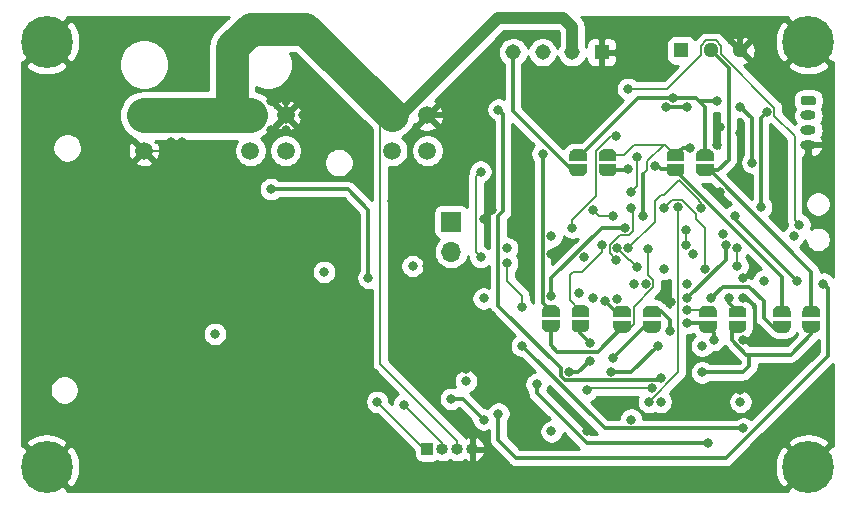
<source format=gbr>
%TF.GenerationSoftware,KiCad,Pcbnew,5.1.9-73d0e3b20d~88~ubuntu18.04.1*%
%TF.CreationDate,2021-01-21T10:29:52+00:00*%
%TF.ProjectId,Object_Detect_Board,4f626a65-6374-45f4-9465-746563745f42,V1.0*%
%TF.SameCoordinates,Original*%
%TF.FileFunction,Copper,L4,Bot*%
%TF.FilePolarity,Positive*%
%FSLAX46Y46*%
G04 Gerber Fmt 4.6, Leading zero omitted, Abs format (unit mm)*
G04 Created by KiCad (PCBNEW 5.1.9-73d0e3b20d~88~ubuntu18.04.1) date 2021-01-21 10:29:52*
%MOMM*%
%LPD*%
G01*
G04 APERTURE LIST*
%TA.AperFunction,ComponentPad*%
%ADD10C,4.400000*%
%TD*%
%TA.AperFunction,ComponentPad*%
%ADD11C,0.700000*%
%TD*%
%TA.AperFunction,ComponentPad*%
%ADD12C,1.500000*%
%TD*%
%TA.AperFunction,ComponentPad*%
%ADD13O,1.300000X0.800000*%
%TD*%
%TA.AperFunction,ComponentPad*%
%ADD14C,1.308000*%
%TD*%
%TA.AperFunction,ComponentPad*%
%ADD15R,1.308000X1.308000*%
%TD*%
%TA.AperFunction,ComponentPad*%
%ADD16R,1.280000X1.280000*%
%TD*%
%TA.AperFunction,ComponentPad*%
%ADD17C,1.280000*%
%TD*%
%TA.AperFunction,ComponentPad*%
%ADD18R,1.700000X1.700000*%
%TD*%
%TA.AperFunction,ComponentPad*%
%ADD19O,1.700000X1.700000*%
%TD*%
%TA.AperFunction,SMDPad,CuDef*%
%ADD20C,0.100000*%
%TD*%
%TA.AperFunction,ComponentPad*%
%ADD21R,1.000000X1.000000*%
%TD*%
%TA.AperFunction,ComponentPad*%
%ADD22O,1.000000X1.000000*%
%TD*%
%TA.AperFunction,ViaPad*%
%ADD23C,0.800000*%
%TD*%
%TA.AperFunction,Conductor*%
%ADD24C,0.500000*%
%TD*%
%TA.AperFunction,Conductor*%
%ADD25C,0.300000*%
%TD*%
%TA.AperFunction,Conductor*%
%ADD26C,0.200000*%
%TD*%
%TA.AperFunction,Conductor*%
%ADD27C,3.000000*%
%TD*%
%TA.AperFunction,Conductor*%
%ADD28C,2.800000*%
%TD*%
%TA.AperFunction,Conductor*%
%ADD29C,1.000000*%
%TD*%
%TA.AperFunction,Conductor*%
%ADD30C,0.254000*%
%TD*%
%TA.AperFunction,Conductor*%
%ADD31C,0.100000*%
%TD*%
G04 APERTURE END LIST*
D10*
%TO.P,H1,1*%
%TO.N,GND*%
X116000000Y-116500000D03*
D11*
X117650000Y-116500000D03*
X117166726Y-117666726D03*
X116000000Y-118150000D03*
X114833274Y-117666726D03*
X114350000Y-116500000D03*
X114833274Y-115333274D03*
X116000000Y-114850000D03*
X117166726Y-115333274D03*
%TD*%
%TO.P,H2,1*%
%TO.N,GND*%
X181666726Y-79333274D03*
X180500000Y-78850000D03*
X179333274Y-79333274D03*
X178850000Y-80500000D03*
X179333274Y-81666726D03*
X180500000Y-82150000D03*
X181666726Y-81666726D03*
X182150000Y-80500000D03*
D10*
X180500000Y-80500000D03*
%TD*%
%TO.P,H3,1*%
%TO.N,GND*%
X180500000Y-116500000D03*
D11*
X182150000Y-116500000D03*
X181666726Y-117666726D03*
X180500000Y-118150000D03*
X179333274Y-117666726D03*
X178850000Y-116500000D03*
X179333274Y-115333274D03*
X180500000Y-114850000D03*
X181666726Y-115333274D03*
%TD*%
%TO.P,H4,1*%
%TO.N,GND*%
X117166726Y-79333274D03*
X116000000Y-78850000D03*
X114833274Y-79333274D03*
X114350000Y-80500000D03*
X114833274Y-81666726D03*
X116000000Y-82150000D03*
X117166726Y-81666726D03*
X117650000Y-80500000D03*
D10*
X116000000Y-80500000D03*
%TD*%
%TO.P,J1,1*%
%TO.N,+12V*%
%TA.AperFunction,ComponentPad*%
G36*
G01*
X123500000Y-87250000D02*
X123500000Y-86250000D01*
G75*
G02*
X123750000Y-86000000I250000J0D01*
G01*
X124750000Y-86000000D01*
G75*
G02*
X125000000Y-86250000I0J-250000D01*
G01*
X125000000Y-87250000D01*
G75*
G02*
X124750000Y-87500000I-250000J0D01*
G01*
X123750000Y-87500000D01*
G75*
G02*
X123500000Y-87250000I0J250000D01*
G01*
G37*
%TD.AperFunction*%
D12*
%TO.P,J1,2*%
%TO.N,GND*%
X124250000Y-89750000D03*
%TD*%
%TO.P,J2,4*%
%TO.N,CAN_H*%
X136250000Y-89750000D03*
%TO.P,J2,3*%
%TO.N,CAN_L*%
X133250000Y-89750000D03*
%TO.P,J2,2*%
%TO.N,GND*%
X136250000Y-86750000D03*
%TO.P,J2,1*%
%TO.N,+12V*%
%TA.AperFunction,ComponentPad*%
G36*
G01*
X132500000Y-87250000D02*
X132500000Y-86250000D01*
G75*
G02*
X132750000Y-86000000I250000J0D01*
G01*
X133750000Y-86000000D01*
G75*
G02*
X134000000Y-86250000I0J-250000D01*
G01*
X134000000Y-87250000D01*
G75*
G02*
X133750000Y-87500000I-250000J0D01*
G01*
X132750000Y-87500000D01*
G75*
G02*
X132500000Y-87250000I0J250000D01*
G01*
G37*
%TD.AperFunction*%
%TD*%
%TO.P,J3,1*%
%TO.N,+12V*%
%TA.AperFunction,ComponentPad*%
G36*
G01*
X144500000Y-87250000D02*
X144500000Y-86250000D01*
G75*
G02*
X144750000Y-86000000I250000J0D01*
G01*
X145750000Y-86000000D01*
G75*
G02*
X146000000Y-86250000I0J-250000D01*
G01*
X146000000Y-87250000D01*
G75*
G02*
X145750000Y-87500000I-250000J0D01*
G01*
X144750000Y-87500000D01*
G75*
G02*
X144500000Y-87250000I0J250000D01*
G01*
G37*
%TD.AperFunction*%
%TO.P,J3,2*%
%TO.N,GND*%
X148250000Y-86750000D03*
%TO.P,J3,3*%
%TO.N,CAN_L*%
X145250000Y-89750000D03*
%TO.P,J3,4*%
%TO.N,CAN_H*%
X148250000Y-89750000D03*
%TD*%
%TO.P,J4,1*%
%TO.N,+5V*%
%TA.AperFunction,ComponentPad*%
G36*
G01*
X180050000Y-85100000D02*
X180950000Y-85100000D01*
G75*
G02*
X181150000Y-85300000I0J-200000D01*
G01*
X181150000Y-85700000D01*
G75*
G02*
X180950000Y-85900000I-200000J0D01*
G01*
X180050000Y-85900000D01*
G75*
G02*
X179850000Y-85700000I0J200000D01*
G01*
X179850000Y-85300000D01*
G75*
G02*
X180050000Y-85100000I200000J0D01*
G01*
G37*
%TD.AperFunction*%
D13*
%TO.P,J4,2*%
%TO.N,UART2_Tx*%
X180500000Y-86750000D03*
%TO.P,J4,3*%
%TO.N,UART2_Rx*%
X180500000Y-88000000D03*
%TO.P,J4,4*%
%TO.N,GND*%
X180500000Y-89250000D03*
%TD*%
D14*
%TO.P,J5,4*%
%TO.N,Rx_Dynamixel*%
X155500000Y-81400000D03*
%TO.P,J5,3*%
%TO.N,Dt_Dynamixel*%
X158000000Y-81400000D03*
%TO.P,J5,2*%
%TO.N,+12V*%
X160500000Y-81400000D03*
D15*
%TO.P,J5,1*%
%TO.N,GND*%
X163000000Y-81400000D03*
%TD*%
D16*
%TO.P,J6,1*%
%TO.N,Tx_PC*%
X169750000Y-81250000D03*
D17*
%TO.P,J6,2*%
%TO.N,Rx_PC*%
X172250000Y-81250000D03*
%TO.P,J6,3*%
%TO.N,GND*%
X174750000Y-81250000D03*
%TD*%
D18*
%TO.P,JP1,1*%
%TO.N,Net-(JP1-Pad1)*%
X150250000Y-95750000D03*
D19*
%TO.P,JP1,2*%
%TO.N,CAN_H*%
X150250000Y-98290000D03*
%TD*%
%TA.AperFunction,SMDPad,CuDef*%
D20*
%TO.P,JP2,1*%
%TO.N,UART3_Tx_5V*%
G36*
X159450000Y-104100000D02*
G01*
X159450000Y-104600000D01*
X159449398Y-104600000D01*
X159449398Y-104624534D01*
X159444588Y-104673365D01*
X159435016Y-104721490D01*
X159420772Y-104768445D01*
X159401995Y-104813778D01*
X159378864Y-104857051D01*
X159351604Y-104897850D01*
X159320476Y-104935779D01*
X159285779Y-104970476D01*
X159247850Y-105001604D01*
X159207051Y-105028864D01*
X159163778Y-105051995D01*
X159118445Y-105070772D01*
X159071490Y-105085016D01*
X159023365Y-105094588D01*
X158974534Y-105099398D01*
X158950000Y-105099398D01*
X158950000Y-105100000D01*
X158450000Y-105100000D01*
X158450000Y-105099398D01*
X158425466Y-105099398D01*
X158376635Y-105094588D01*
X158328510Y-105085016D01*
X158281555Y-105070772D01*
X158236222Y-105051995D01*
X158192949Y-105028864D01*
X158152150Y-105001604D01*
X158114221Y-104970476D01*
X158079524Y-104935779D01*
X158048396Y-104897850D01*
X158021136Y-104857051D01*
X157998005Y-104813778D01*
X157979228Y-104768445D01*
X157964984Y-104721490D01*
X157955412Y-104673365D01*
X157950602Y-104624534D01*
X157950602Y-104600000D01*
X157950000Y-104600000D01*
X157950000Y-104100000D01*
X159450000Y-104100000D01*
G37*
%TD.AperFunction*%
%TA.AperFunction,SMDPad,CuDef*%
%TO.P,JP2,2*%
%TO.N,UART3_Tx_TTL*%
G36*
X157950602Y-103300000D02*
G01*
X157950602Y-103275466D01*
X157955412Y-103226635D01*
X157964984Y-103178510D01*
X157979228Y-103131555D01*
X157998005Y-103086222D01*
X158021136Y-103042949D01*
X158048396Y-103002150D01*
X158079524Y-102964221D01*
X158114221Y-102929524D01*
X158152150Y-102898396D01*
X158192949Y-102871136D01*
X158236222Y-102848005D01*
X158281555Y-102829228D01*
X158328510Y-102814984D01*
X158376635Y-102805412D01*
X158425466Y-102800602D01*
X158450000Y-102800602D01*
X158450000Y-102800000D01*
X158950000Y-102800000D01*
X158950000Y-102800602D01*
X158974534Y-102800602D01*
X159023365Y-102805412D01*
X159071490Y-102814984D01*
X159118445Y-102829228D01*
X159163778Y-102848005D01*
X159207051Y-102871136D01*
X159247850Y-102898396D01*
X159285779Y-102929524D01*
X159320476Y-102964221D01*
X159351604Y-103002150D01*
X159378864Y-103042949D01*
X159401995Y-103086222D01*
X159420772Y-103131555D01*
X159435016Y-103178510D01*
X159444588Y-103226635D01*
X159449398Y-103275466D01*
X159449398Y-103300000D01*
X159450000Y-103300000D01*
X159450000Y-103800000D01*
X157950000Y-103800000D01*
X157950000Y-103300000D01*
X157950602Y-103300000D01*
G37*
%TD.AperFunction*%
%TD*%
%TA.AperFunction,SMDPad,CuDef*%
%TO.P,JP3,1*%
%TO.N,UART3_Rx_5V*%
G36*
X161950000Y-104100000D02*
G01*
X161950000Y-104600000D01*
X161949398Y-104600000D01*
X161949398Y-104624534D01*
X161944588Y-104673365D01*
X161935016Y-104721490D01*
X161920772Y-104768445D01*
X161901995Y-104813778D01*
X161878864Y-104857051D01*
X161851604Y-104897850D01*
X161820476Y-104935779D01*
X161785779Y-104970476D01*
X161747850Y-105001604D01*
X161707051Y-105028864D01*
X161663778Y-105051995D01*
X161618445Y-105070772D01*
X161571490Y-105085016D01*
X161523365Y-105094588D01*
X161474534Y-105099398D01*
X161450000Y-105099398D01*
X161450000Y-105100000D01*
X160950000Y-105100000D01*
X160950000Y-105099398D01*
X160925466Y-105099398D01*
X160876635Y-105094588D01*
X160828510Y-105085016D01*
X160781555Y-105070772D01*
X160736222Y-105051995D01*
X160692949Y-105028864D01*
X160652150Y-105001604D01*
X160614221Y-104970476D01*
X160579524Y-104935779D01*
X160548396Y-104897850D01*
X160521136Y-104857051D01*
X160498005Y-104813778D01*
X160479228Y-104768445D01*
X160464984Y-104721490D01*
X160455412Y-104673365D01*
X160450602Y-104624534D01*
X160450602Y-104600000D01*
X160450000Y-104600000D01*
X160450000Y-104100000D01*
X161950000Y-104100000D01*
G37*
%TD.AperFunction*%
%TA.AperFunction,SMDPad,CuDef*%
%TO.P,JP3,2*%
%TO.N,UART3_Rx_TTL*%
G36*
X160450602Y-103300000D02*
G01*
X160450602Y-103275466D01*
X160455412Y-103226635D01*
X160464984Y-103178510D01*
X160479228Y-103131555D01*
X160498005Y-103086222D01*
X160521136Y-103042949D01*
X160548396Y-103002150D01*
X160579524Y-102964221D01*
X160614221Y-102929524D01*
X160652150Y-102898396D01*
X160692949Y-102871136D01*
X160736222Y-102848005D01*
X160781555Y-102829228D01*
X160828510Y-102814984D01*
X160876635Y-102805412D01*
X160925466Y-102800602D01*
X160950000Y-102800602D01*
X160950000Y-102800000D01*
X161450000Y-102800000D01*
X161450000Y-102800602D01*
X161474534Y-102800602D01*
X161523365Y-102805412D01*
X161571490Y-102814984D01*
X161618445Y-102829228D01*
X161663778Y-102848005D01*
X161707051Y-102871136D01*
X161747850Y-102898396D01*
X161785779Y-102929524D01*
X161820476Y-102964221D01*
X161851604Y-103002150D01*
X161878864Y-103042949D01*
X161901995Y-103086222D01*
X161920772Y-103131555D01*
X161935016Y-103178510D01*
X161944588Y-103226635D01*
X161949398Y-103275466D01*
X161949398Y-103300000D01*
X161950000Y-103300000D01*
X161950000Y-103800000D01*
X160450000Y-103800000D01*
X160450000Y-103300000D01*
X160450602Y-103300000D01*
G37*
%TD.AperFunction*%
%TD*%
%TA.AperFunction,SMDPad,CuDef*%
%TO.P,JP4,2*%
%TO.N,UART_Tx_485*%
G36*
X164000602Y-103350000D02*
G01*
X164000602Y-103325466D01*
X164005412Y-103276635D01*
X164014984Y-103228510D01*
X164029228Y-103181555D01*
X164048005Y-103136222D01*
X164071136Y-103092949D01*
X164098396Y-103052150D01*
X164129524Y-103014221D01*
X164164221Y-102979524D01*
X164202150Y-102948396D01*
X164242949Y-102921136D01*
X164286222Y-102898005D01*
X164331555Y-102879228D01*
X164378510Y-102864984D01*
X164426635Y-102855412D01*
X164475466Y-102850602D01*
X164500000Y-102850602D01*
X164500000Y-102850000D01*
X165000000Y-102850000D01*
X165000000Y-102850602D01*
X165024534Y-102850602D01*
X165073365Y-102855412D01*
X165121490Y-102864984D01*
X165168445Y-102879228D01*
X165213778Y-102898005D01*
X165257051Y-102921136D01*
X165297850Y-102948396D01*
X165335779Y-102979524D01*
X165370476Y-103014221D01*
X165401604Y-103052150D01*
X165428864Y-103092949D01*
X165451995Y-103136222D01*
X165470772Y-103181555D01*
X165485016Y-103228510D01*
X165494588Y-103276635D01*
X165499398Y-103325466D01*
X165499398Y-103350000D01*
X165500000Y-103350000D01*
X165500000Y-103850000D01*
X164000000Y-103850000D01*
X164000000Y-103350000D01*
X164000602Y-103350000D01*
G37*
%TD.AperFunction*%
%TA.AperFunction,SMDPad,CuDef*%
%TO.P,JP4,1*%
%TO.N,UART3_Tx_5V*%
G36*
X165500000Y-104150000D02*
G01*
X165500000Y-104650000D01*
X165499398Y-104650000D01*
X165499398Y-104674534D01*
X165494588Y-104723365D01*
X165485016Y-104771490D01*
X165470772Y-104818445D01*
X165451995Y-104863778D01*
X165428864Y-104907051D01*
X165401604Y-104947850D01*
X165370476Y-104985779D01*
X165335779Y-105020476D01*
X165297850Y-105051604D01*
X165257051Y-105078864D01*
X165213778Y-105101995D01*
X165168445Y-105120772D01*
X165121490Y-105135016D01*
X165073365Y-105144588D01*
X165024534Y-105149398D01*
X165000000Y-105149398D01*
X165000000Y-105150000D01*
X164500000Y-105150000D01*
X164500000Y-105149398D01*
X164475466Y-105149398D01*
X164426635Y-105144588D01*
X164378510Y-105135016D01*
X164331555Y-105120772D01*
X164286222Y-105101995D01*
X164242949Y-105078864D01*
X164202150Y-105051604D01*
X164164221Y-105020476D01*
X164129524Y-104985779D01*
X164098396Y-104947850D01*
X164071136Y-104907051D01*
X164048005Y-104863778D01*
X164029228Y-104818445D01*
X164014984Y-104771490D01*
X164005412Y-104723365D01*
X164000602Y-104674534D01*
X164000602Y-104650000D01*
X164000000Y-104650000D01*
X164000000Y-104150000D01*
X165500000Y-104150000D01*
G37*
%TD.AperFunction*%
%TD*%
%TA.AperFunction,SMDPad,CuDef*%
%TO.P,JP5,1*%
%TO.N,UART3_Rx_5V*%
G36*
X168000000Y-104150000D02*
G01*
X168000000Y-104650000D01*
X167999398Y-104650000D01*
X167999398Y-104674534D01*
X167994588Y-104723365D01*
X167985016Y-104771490D01*
X167970772Y-104818445D01*
X167951995Y-104863778D01*
X167928864Y-104907051D01*
X167901604Y-104947850D01*
X167870476Y-104985779D01*
X167835779Y-105020476D01*
X167797850Y-105051604D01*
X167757051Y-105078864D01*
X167713778Y-105101995D01*
X167668445Y-105120772D01*
X167621490Y-105135016D01*
X167573365Y-105144588D01*
X167524534Y-105149398D01*
X167500000Y-105149398D01*
X167500000Y-105150000D01*
X167000000Y-105150000D01*
X167000000Y-105149398D01*
X166975466Y-105149398D01*
X166926635Y-105144588D01*
X166878510Y-105135016D01*
X166831555Y-105120772D01*
X166786222Y-105101995D01*
X166742949Y-105078864D01*
X166702150Y-105051604D01*
X166664221Y-105020476D01*
X166629524Y-104985779D01*
X166598396Y-104947850D01*
X166571136Y-104907051D01*
X166548005Y-104863778D01*
X166529228Y-104818445D01*
X166514984Y-104771490D01*
X166505412Y-104723365D01*
X166500602Y-104674534D01*
X166500602Y-104650000D01*
X166500000Y-104650000D01*
X166500000Y-104150000D01*
X168000000Y-104150000D01*
G37*
%TD.AperFunction*%
%TA.AperFunction,SMDPad,CuDef*%
%TO.P,JP5,2*%
%TO.N,UART_Rx_485*%
G36*
X166500602Y-103350000D02*
G01*
X166500602Y-103325466D01*
X166505412Y-103276635D01*
X166514984Y-103228510D01*
X166529228Y-103181555D01*
X166548005Y-103136222D01*
X166571136Y-103092949D01*
X166598396Y-103052150D01*
X166629524Y-103014221D01*
X166664221Y-102979524D01*
X166702150Y-102948396D01*
X166742949Y-102921136D01*
X166786222Y-102898005D01*
X166831555Y-102879228D01*
X166878510Y-102864984D01*
X166926635Y-102855412D01*
X166975466Y-102850602D01*
X167000000Y-102850602D01*
X167000000Y-102850000D01*
X167500000Y-102850000D01*
X167500000Y-102850602D01*
X167524534Y-102850602D01*
X167573365Y-102855412D01*
X167621490Y-102864984D01*
X167668445Y-102879228D01*
X167713778Y-102898005D01*
X167757051Y-102921136D01*
X167797850Y-102948396D01*
X167835779Y-102979524D01*
X167870476Y-103014221D01*
X167901604Y-103052150D01*
X167928864Y-103092949D01*
X167951995Y-103136222D01*
X167970772Y-103181555D01*
X167985016Y-103228510D01*
X167994588Y-103276635D01*
X167999398Y-103325466D01*
X167999398Y-103350000D01*
X168000000Y-103350000D01*
X168000000Y-103850000D01*
X166500000Y-103850000D01*
X166500000Y-103350000D01*
X166500602Y-103350000D01*
G37*
%TD.AperFunction*%
%TD*%
%TA.AperFunction,SMDPad,CuDef*%
%TO.P,JP6,1*%
%TO.N,UART1_Tx_5V*%
G36*
X179000000Y-104150000D02*
G01*
X179000000Y-104650000D01*
X178999398Y-104650000D01*
X178999398Y-104674534D01*
X178994588Y-104723365D01*
X178985016Y-104771490D01*
X178970772Y-104818445D01*
X178951995Y-104863778D01*
X178928864Y-104907051D01*
X178901604Y-104947850D01*
X178870476Y-104985779D01*
X178835779Y-105020476D01*
X178797850Y-105051604D01*
X178757051Y-105078864D01*
X178713778Y-105101995D01*
X178668445Y-105120772D01*
X178621490Y-105135016D01*
X178573365Y-105144588D01*
X178524534Y-105149398D01*
X178500000Y-105149398D01*
X178500000Y-105150000D01*
X178000000Y-105150000D01*
X178000000Y-105149398D01*
X177975466Y-105149398D01*
X177926635Y-105144588D01*
X177878510Y-105135016D01*
X177831555Y-105120772D01*
X177786222Y-105101995D01*
X177742949Y-105078864D01*
X177702150Y-105051604D01*
X177664221Y-105020476D01*
X177629524Y-104985779D01*
X177598396Y-104947850D01*
X177571136Y-104907051D01*
X177548005Y-104863778D01*
X177529228Y-104818445D01*
X177514984Y-104771490D01*
X177505412Y-104723365D01*
X177500602Y-104674534D01*
X177500602Y-104650000D01*
X177500000Y-104650000D01*
X177500000Y-104150000D01*
X179000000Y-104150000D01*
G37*
%TD.AperFunction*%
%TA.AperFunction,SMDPad,CuDef*%
%TO.P,JP6,2*%
%TO.N,Tx_PC*%
G36*
X177500602Y-103350000D02*
G01*
X177500602Y-103325466D01*
X177505412Y-103276635D01*
X177514984Y-103228510D01*
X177529228Y-103181555D01*
X177548005Y-103136222D01*
X177571136Y-103092949D01*
X177598396Y-103052150D01*
X177629524Y-103014221D01*
X177664221Y-102979524D01*
X177702150Y-102948396D01*
X177742949Y-102921136D01*
X177786222Y-102898005D01*
X177831555Y-102879228D01*
X177878510Y-102864984D01*
X177926635Y-102855412D01*
X177975466Y-102850602D01*
X178000000Y-102850602D01*
X178000000Y-102850000D01*
X178500000Y-102850000D01*
X178500000Y-102850602D01*
X178524534Y-102850602D01*
X178573365Y-102855412D01*
X178621490Y-102864984D01*
X178668445Y-102879228D01*
X178713778Y-102898005D01*
X178757051Y-102921136D01*
X178797850Y-102948396D01*
X178835779Y-102979524D01*
X178870476Y-103014221D01*
X178901604Y-103052150D01*
X178928864Y-103092949D01*
X178951995Y-103136222D01*
X178970772Y-103181555D01*
X178985016Y-103228510D01*
X178994588Y-103276635D01*
X178999398Y-103325466D01*
X178999398Y-103350000D01*
X179000000Y-103350000D01*
X179000000Y-103850000D01*
X177500000Y-103850000D01*
X177500000Y-103350000D01*
X177500602Y-103350000D01*
G37*
%TD.AperFunction*%
%TD*%
%TA.AperFunction,SMDPad,CuDef*%
%TO.P,JP7,2*%
%TO.N,Rx_PC*%
G36*
X180000602Y-103350000D02*
G01*
X180000602Y-103325466D01*
X180005412Y-103276635D01*
X180014984Y-103228510D01*
X180029228Y-103181555D01*
X180048005Y-103136222D01*
X180071136Y-103092949D01*
X180098396Y-103052150D01*
X180129524Y-103014221D01*
X180164221Y-102979524D01*
X180202150Y-102948396D01*
X180242949Y-102921136D01*
X180286222Y-102898005D01*
X180331555Y-102879228D01*
X180378510Y-102864984D01*
X180426635Y-102855412D01*
X180475466Y-102850602D01*
X180500000Y-102850602D01*
X180500000Y-102850000D01*
X181000000Y-102850000D01*
X181000000Y-102850602D01*
X181024534Y-102850602D01*
X181073365Y-102855412D01*
X181121490Y-102864984D01*
X181168445Y-102879228D01*
X181213778Y-102898005D01*
X181257051Y-102921136D01*
X181297850Y-102948396D01*
X181335779Y-102979524D01*
X181370476Y-103014221D01*
X181401604Y-103052150D01*
X181428864Y-103092949D01*
X181451995Y-103136222D01*
X181470772Y-103181555D01*
X181485016Y-103228510D01*
X181494588Y-103276635D01*
X181499398Y-103325466D01*
X181499398Y-103350000D01*
X181500000Y-103350000D01*
X181500000Y-103850000D01*
X180000000Y-103850000D01*
X180000000Y-103350000D01*
X180000602Y-103350000D01*
G37*
%TD.AperFunction*%
%TA.AperFunction,SMDPad,CuDef*%
%TO.P,JP7,1*%
%TO.N,UART1_Rx_5V*%
G36*
X181500000Y-104150000D02*
G01*
X181500000Y-104650000D01*
X181499398Y-104650000D01*
X181499398Y-104674534D01*
X181494588Y-104723365D01*
X181485016Y-104771490D01*
X181470772Y-104818445D01*
X181451995Y-104863778D01*
X181428864Y-104907051D01*
X181401604Y-104947850D01*
X181370476Y-104985779D01*
X181335779Y-105020476D01*
X181297850Y-105051604D01*
X181257051Y-105078864D01*
X181213778Y-105101995D01*
X181168445Y-105120772D01*
X181121490Y-105135016D01*
X181073365Y-105144588D01*
X181024534Y-105149398D01*
X181000000Y-105149398D01*
X181000000Y-105150000D01*
X180500000Y-105150000D01*
X180500000Y-105149398D01*
X180475466Y-105149398D01*
X180426635Y-105144588D01*
X180378510Y-105135016D01*
X180331555Y-105120772D01*
X180286222Y-105101995D01*
X180242949Y-105078864D01*
X180202150Y-105051604D01*
X180164221Y-105020476D01*
X180129524Y-104985779D01*
X180098396Y-104947850D01*
X180071136Y-104907051D01*
X180048005Y-104863778D01*
X180029228Y-104818445D01*
X180014984Y-104771490D01*
X180005412Y-104723365D01*
X180000602Y-104674534D01*
X180000602Y-104650000D01*
X180000000Y-104650000D01*
X180000000Y-104150000D01*
X181500000Y-104150000D01*
G37*
%TD.AperFunction*%
%TD*%
%TA.AperFunction,SMDPad,CuDef*%
%TO.P,JP8,2*%
%TO.N,UART_Tx_485*%
G36*
X171250602Y-103350000D02*
G01*
X171250602Y-103325466D01*
X171255412Y-103276635D01*
X171264984Y-103228510D01*
X171279228Y-103181555D01*
X171298005Y-103136222D01*
X171321136Y-103092949D01*
X171348396Y-103052150D01*
X171379524Y-103014221D01*
X171414221Y-102979524D01*
X171452150Y-102948396D01*
X171492949Y-102921136D01*
X171536222Y-102898005D01*
X171581555Y-102879228D01*
X171628510Y-102864984D01*
X171676635Y-102855412D01*
X171725466Y-102850602D01*
X171750000Y-102850602D01*
X171750000Y-102850000D01*
X172250000Y-102850000D01*
X172250000Y-102850602D01*
X172274534Y-102850602D01*
X172323365Y-102855412D01*
X172371490Y-102864984D01*
X172418445Y-102879228D01*
X172463778Y-102898005D01*
X172507051Y-102921136D01*
X172547850Y-102948396D01*
X172585779Y-102979524D01*
X172620476Y-103014221D01*
X172651604Y-103052150D01*
X172678864Y-103092949D01*
X172701995Y-103136222D01*
X172720772Y-103181555D01*
X172735016Y-103228510D01*
X172744588Y-103276635D01*
X172749398Y-103325466D01*
X172749398Y-103350000D01*
X172750000Y-103350000D01*
X172750000Y-103850000D01*
X171250000Y-103850000D01*
X171250000Y-103350000D01*
X171250602Y-103350000D01*
G37*
%TD.AperFunction*%
%TA.AperFunction,SMDPad,CuDef*%
%TO.P,JP8,1*%
%TO.N,UART1_Tx_5V*%
G36*
X172750000Y-104150000D02*
G01*
X172750000Y-104650000D01*
X172749398Y-104650000D01*
X172749398Y-104674534D01*
X172744588Y-104723365D01*
X172735016Y-104771490D01*
X172720772Y-104818445D01*
X172701995Y-104863778D01*
X172678864Y-104907051D01*
X172651604Y-104947850D01*
X172620476Y-104985779D01*
X172585779Y-105020476D01*
X172547850Y-105051604D01*
X172507051Y-105078864D01*
X172463778Y-105101995D01*
X172418445Y-105120772D01*
X172371490Y-105135016D01*
X172323365Y-105144588D01*
X172274534Y-105149398D01*
X172250000Y-105149398D01*
X172250000Y-105150000D01*
X171750000Y-105150000D01*
X171750000Y-105149398D01*
X171725466Y-105149398D01*
X171676635Y-105144588D01*
X171628510Y-105135016D01*
X171581555Y-105120772D01*
X171536222Y-105101995D01*
X171492949Y-105078864D01*
X171452150Y-105051604D01*
X171414221Y-105020476D01*
X171379524Y-104985779D01*
X171348396Y-104947850D01*
X171321136Y-104907051D01*
X171298005Y-104863778D01*
X171279228Y-104818445D01*
X171264984Y-104771490D01*
X171255412Y-104723365D01*
X171250602Y-104674534D01*
X171250602Y-104650000D01*
X171250000Y-104650000D01*
X171250000Y-104150000D01*
X172750000Y-104150000D01*
G37*
%TD.AperFunction*%
%TD*%
%TA.AperFunction,SMDPad,CuDef*%
%TO.P,JP9,1*%
%TO.N,UART1_Rx_5V*%
G36*
X175250000Y-104150000D02*
G01*
X175250000Y-104650000D01*
X175249398Y-104650000D01*
X175249398Y-104674534D01*
X175244588Y-104723365D01*
X175235016Y-104771490D01*
X175220772Y-104818445D01*
X175201995Y-104863778D01*
X175178864Y-104907051D01*
X175151604Y-104947850D01*
X175120476Y-104985779D01*
X175085779Y-105020476D01*
X175047850Y-105051604D01*
X175007051Y-105078864D01*
X174963778Y-105101995D01*
X174918445Y-105120772D01*
X174871490Y-105135016D01*
X174823365Y-105144588D01*
X174774534Y-105149398D01*
X174750000Y-105149398D01*
X174750000Y-105150000D01*
X174250000Y-105150000D01*
X174250000Y-105149398D01*
X174225466Y-105149398D01*
X174176635Y-105144588D01*
X174128510Y-105135016D01*
X174081555Y-105120772D01*
X174036222Y-105101995D01*
X173992949Y-105078864D01*
X173952150Y-105051604D01*
X173914221Y-105020476D01*
X173879524Y-104985779D01*
X173848396Y-104947850D01*
X173821136Y-104907051D01*
X173798005Y-104863778D01*
X173779228Y-104818445D01*
X173764984Y-104771490D01*
X173755412Y-104723365D01*
X173750602Y-104674534D01*
X173750602Y-104650000D01*
X173750000Y-104650000D01*
X173750000Y-104150000D01*
X175250000Y-104150000D01*
G37*
%TD.AperFunction*%
%TA.AperFunction,SMDPad,CuDef*%
%TO.P,JP9,2*%
%TO.N,UART_Rx_485*%
G36*
X173750602Y-103350000D02*
G01*
X173750602Y-103325466D01*
X173755412Y-103276635D01*
X173764984Y-103228510D01*
X173779228Y-103181555D01*
X173798005Y-103136222D01*
X173821136Y-103092949D01*
X173848396Y-103052150D01*
X173879524Y-103014221D01*
X173914221Y-102979524D01*
X173952150Y-102948396D01*
X173992949Y-102921136D01*
X174036222Y-102898005D01*
X174081555Y-102879228D01*
X174128510Y-102864984D01*
X174176635Y-102855412D01*
X174225466Y-102850602D01*
X174250000Y-102850602D01*
X174250000Y-102850000D01*
X174750000Y-102850000D01*
X174750000Y-102850602D01*
X174774534Y-102850602D01*
X174823365Y-102855412D01*
X174871490Y-102864984D01*
X174918445Y-102879228D01*
X174963778Y-102898005D01*
X175007051Y-102921136D01*
X175047850Y-102948396D01*
X175085779Y-102979524D01*
X175120476Y-103014221D01*
X175151604Y-103052150D01*
X175178864Y-103092949D01*
X175201995Y-103136222D01*
X175220772Y-103181555D01*
X175235016Y-103228510D01*
X175244588Y-103276635D01*
X175249398Y-103325466D01*
X175249398Y-103350000D01*
X175250000Y-103350000D01*
X175250000Y-103850000D01*
X173750000Y-103850000D01*
X173750000Y-103350000D01*
X173750602Y-103350000D01*
G37*
%TD.AperFunction*%
%TD*%
%TA.AperFunction,SMDPad,CuDef*%
%TO.P,JP10,2*%
%TO.N,Dt_Dynamixel*%
G36*
X164249398Y-91400000D02*
G01*
X164249398Y-91424534D01*
X164244588Y-91473365D01*
X164235016Y-91521490D01*
X164220772Y-91568445D01*
X164201995Y-91613778D01*
X164178864Y-91657051D01*
X164151604Y-91697850D01*
X164120476Y-91735779D01*
X164085779Y-91770476D01*
X164047850Y-91801604D01*
X164007051Y-91828864D01*
X163963778Y-91851995D01*
X163918445Y-91870772D01*
X163871490Y-91885016D01*
X163823365Y-91894588D01*
X163774534Y-91899398D01*
X163750000Y-91899398D01*
X163750000Y-91900000D01*
X163250000Y-91900000D01*
X163250000Y-91899398D01*
X163225466Y-91899398D01*
X163176635Y-91894588D01*
X163128510Y-91885016D01*
X163081555Y-91870772D01*
X163036222Y-91851995D01*
X162992949Y-91828864D01*
X162952150Y-91801604D01*
X162914221Y-91770476D01*
X162879524Y-91735779D01*
X162848396Y-91697850D01*
X162821136Y-91657051D01*
X162798005Y-91613778D01*
X162779228Y-91568445D01*
X162764984Y-91521490D01*
X162755412Y-91473365D01*
X162750602Y-91424534D01*
X162750602Y-91400000D01*
X162750000Y-91400000D01*
X162750000Y-90900000D01*
X164250000Y-90900000D01*
X164250000Y-91400000D01*
X164249398Y-91400000D01*
G37*
%TD.AperFunction*%
%TA.AperFunction,SMDPad,CuDef*%
%TO.P,JP10,1*%
%TO.N,RS485_Tx_OUT*%
G36*
X162750000Y-90600000D02*
G01*
X162750000Y-90100000D01*
X162750602Y-90100000D01*
X162750602Y-90075466D01*
X162755412Y-90026635D01*
X162764984Y-89978510D01*
X162779228Y-89931555D01*
X162798005Y-89886222D01*
X162821136Y-89842949D01*
X162848396Y-89802150D01*
X162879524Y-89764221D01*
X162914221Y-89729524D01*
X162952150Y-89698396D01*
X162992949Y-89671136D01*
X163036222Y-89648005D01*
X163081555Y-89629228D01*
X163128510Y-89614984D01*
X163176635Y-89605412D01*
X163225466Y-89600602D01*
X163250000Y-89600602D01*
X163250000Y-89600000D01*
X163750000Y-89600000D01*
X163750000Y-89600602D01*
X163774534Y-89600602D01*
X163823365Y-89605412D01*
X163871490Y-89614984D01*
X163918445Y-89629228D01*
X163963778Y-89648005D01*
X164007051Y-89671136D01*
X164047850Y-89698396D01*
X164085779Y-89729524D01*
X164120476Y-89764221D01*
X164151604Y-89802150D01*
X164178864Y-89842949D01*
X164201995Y-89886222D01*
X164220772Y-89931555D01*
X164235016Y-89978510D01*
X164244588Y-90026635D01*
X164249398Y-90075466D01*
X164249398Y-90100000D01*
X164250000Y-90100000D01*
X164250000Y-90600000D01*
X162750000Y-90600000D01*
G37*
%TD.AperFunction*%
%TD*%
%TA.AperFunction,SMDPad,CuDef*%
%TO.P,JP11,1*%
%TO.N,RS485_Rx_OUT*%
G36*
X160250000Y-90600000D02*
G01*
X160250000Y-90100000D01*
X160250602Y-90100000D01*
X160250602Y-90075466D01*
X160255412Y-90026635D01*
X160264984Y-89978510D01*
X160279228Y-89931555D01*
X160298005Y-89886222D01*
X160321136Y-89842949D01*
X160348396Y-89802150D01*
X160379524Y-89764221D01*
X160414221Y-89729524D01*
X160452150Y-89698396D01*
X160492949Y-89671136D01*
X160536222Y-89648005D01*
X160581555Y-89629228D01*
X160628510Y-89614984D01*
X160676635Y-89605412D01*
X160725466Y-89600602D01*
X160750000Y-89600602D01*
X160750000Y-89600000D01*
X161250000Y-89600000D01*
X161250000Y-89600602D01*
X161274534Y-89600602D01*
X161323365Y-89605412D01*
X161371490Y-89614984D01*
X161418445Y-89629228D01*
X161463778Y-89648005D01*
X161507051Y-89671136D01*
X161547850Y-89698396D01*
X161585779Y-89729524D01*
X161620476Y-89764221D01*
X161651604Y-89802150D01*
X161678864Y-89842949D01*
X161701995Y-89886222D01*
X161720772Y-89931555D01*
X161735016Y-89978510D01*
X161744588Y-90026635D01*
X161749398Y-90075466D01*
X161749398Y-90100000D01*
X161750000Y-90100000D01*
X161750000Y-90600000D01*
X160250000Y-90600000D01*
G37*
%TD.AperFunction*%
%TA.AperFunction,SMDPad,CuDef*%
%TO.P,JP11,2*%
%TO.N,Rx_Dynamixel*%
G36*
X161749398Y-91400000D02*
G01*
X161749398Y-91424534D01*
X161744588Y-91473365D01*
X161735016Y-91521490D01*
X161720772Y-91568445D01*
X161701995Y-91613778D01*
X161678864Y-91657051D01*
X161651604Y-91697850D01*
X161620476Y-91735779D01*
X161585779Y-91770476D01*
X161547850Y-91801604D01*
X161507051Y-91828864D01*
X161463778Y-91851995D01*
X161418445Y-91870772D01*
X161371490Y-91885016D01*
X161323365Y-91894588D01*
X161274534Y-91899398D01*
X161250000Y-91899398D01*
X161250000Y-91900000D01*
X160750000Y-91900000D01*
X160750000Y-91899398D01*
X160725466Y-91899398D01*
X160676635Y-91894588D01*
X160628510Y-91885016D01*
X160581555Y-91870772D01*
X160536222Y-91851995D01*
X160492949Y-91828864D01*
X160452150Y-91801604D01*
X160414221Y-91770476D01*
X160379524Y-91735779D01*
X160348396Y-91697850D01*
X160321136Y-91657051D01*
X160298005Y-91613778D01*
X160279228Y-91568445D01*
X160264984Y-91521490D01*
X160255412Y-91473365D01*
X160250602Y-91424534D01*
X160250602Y-91400000D01*
X160250000Y-91400000D01*
X160250000Y-90900000D01*
X161750000Y-90900000D01*
X161750000Y-91400000D01*
X161749398Y-91400000D01*
G37*
%TD.AperFunction*%
%TD*%
%TA.AperFunction,SMDPad,CuDef*%
%TO.P,JP12,2*%
%TO.N,Tx_PC*%
G36*
X169999398Y-91400000D02*
G01*
X169999398Y-91424534D01*
X169994588Y-91473365D01*
X169985016Y-91521490D01*
X169970772Y-91568445D01*
X169951995Y-91613778D01*
X169928864Y-91657051D01*
X169901604Y-91697850D01*
X169870476Y-91735779D01*
X169835779Y-91770476D01*
X169797850Y-91801604D01*
X169757051Y-91828864D01*
X169713778Y-91851995D01*
X169668445Y-91870772D01*
X169621490Y-91885016D01*
X169573365Y-91894588D01*
X169524534Y-91899398D01*
X169500000Y-91899398D01*
X169500000Y-91900000D01*
X169000000Y-91900000D01*
X169000000Y-91899398D01*
X168975466Y-91899398D01*
X168926635Y-91894588D01*
X168878510Y-91885016D01*
X168831555Y-91870772D01*
X168786222Y-91851995D01*
X168742949Y-91828864D01*
X168702150Y-91801604D01*
X168664221Y-91770476D01*
X168629524Y-91735779D01*
X168598396Y-91697850D01*
X168571136Y-91657051D01*
X168548005Y-91613778D01*
X168529228Y-91568445D01*
X168514984Y-91521490D01*
X168505412Y-91473365D01*
X168500602Y-91424534D01*
X168500602Y-91400000D01*
X168500000Y-91400000D01*
X168500000Y-90900000D01*
X170000000Y-90900000D01*
X170000000Y-91400000D01*
X169999398Y-91400000D01*
G37*
%TD.AperFunction*%
%TA.AperFunction,SMDPad,CuDef*%
%TO.P,JP12,1*%
%TO.N,RS485_Tx_OUT*%
G36*
X168500000Y-90600000D02*
G01*
X168500000Y-90100000D01*
X168500602Y-90100000D01*
X168500602Y-90075466D01*
X168505412Y-90026635D01*
X168514984Y-89978510D01*
X168529228Y-89931555D01*
X168548005Y-89886222D01*
X168571136Y-89842949D01*
X168598396Y-89802150D01*
X168629524Y-89764221D01*
X168664221Y-89729524D01*
X168702150Y-89698396D01*
X168742949Y-89671136D01*
X168786222Y-89648005D01*
X168831555Y-89629228D01*
X168878510Y-89614984D01*
X168926635Y-89605412D01*
X168975466Y-89600602D01*
X169000000Y-89600602D01*
X169000000Y-89600000D01*
X169500000Y-89600000D01*
X169500000Y-89600602D01*
X169524534Y-89600602D01*
X169573365Y-89605412D01*
X169621490Y-89614984D01*
X169668445Y-89629228D01*
X169713778Y-89648005D01*
X169757051Y-89671136D01*
X169797850Y-89698396D01*
X169835779Y-89729524D01*
X169870476Y-89764221D01*
X169901604Y-89802150D01*
X169928864Y-89842949D01*
X169951995Y-89886222D01*
X169970772Y-89931555D01*
X169985016Y-89978510D01*
X169994588Y-90026635D01*
X169999398Y-90075466D01*
X169999398Y-90100000D01*
X170000000Y-90100000D01*
X170000000Y-90600000D01*
X168500000Y-90600000D01*
G37*
%TD.AperFunction*%
%TD*%
%TA.AperFunction,SMDPad,CuDef*%
%TO.P,JP13,2*%
%TO.N,Rx_PC*%
G36*
X172499398Y-91400000D02*
G01*
X172499398Y-91424534D01*
X172494588Y-91473365D01*
X172485016Y-91521490D01*
X172470772Y-91568445D01*
X172451995Y-91613778D01*
X172428864Y-91657051D01*
X172401604Y-91697850D01*
X172370476Y-91735779D01*
X172335779Y-91770476D01*
X172297850Y-91801604D01*
X172257051Y-91828864D01*
X172213778Y-91851995D01*
X172168445Y-91870772D01*
X172121490Y-91885016D01*
X172073365Y-91894588D01*
X172024534Y-91899398D01*
X172000000Y-91899398D01*
X172000000Y-91900000D01*
X171500000Y-91900000D01*
X171500000Y-91899398D01*
X171475466Y-91899398D01*
X171426635Y-91894588D01*
X171378510Y-91885016D01*
X171331555Y-91870772D01*
X171286222Y-91851995D01*
X171242949Y-91828864D01*
X171202150Y-91801604D01*
X171164221Y-91770476D01*
X171129524Y-91735779D01*
X171098396Y-91697850D01*
X171071136Y-91657051D01*
X171048005Y-91613778D01*
X171029228Y-91568445D01*
X171014984Y-91521490D01*
X171005412Y-91473365D01*
X171000602Y-91424534D01*
X171000602Y-91400000D01*
X171000000Y-91400000D01*
X171000000Y-90900000D01*
X172500000Y-90900000D01*
X172500000Y-91400000D01*
X172499398Y-91400000D01*
G37*
%TD.AperFunction*%
%TA.AperFunction,SMDPad,CuDef*%
%TO.P,JP13,1*%
%TO.N,RS485_Rx_OUT*%
G36*
X171000000Y-90600000D02*
G01*
X171000000Y-90100000D01*
X171000602Y-90100000D01*
X171000602Y-90075466D01*
X171005412Y-90026635D01*
X171014984Y-89978510D01*
X171029228Y-89931555D01*
X171048005Y-89886222D01*
X171071136Y-89842949D01*
X171098396Y-89802150D01*
X171129524Y-89764221D01*
X171164221Y-89729524D01*
X171202150Y-89698396D01*
X171242949Y-89671136D01*
X171286222Y-89648005D01*
X171331555Y-89629228D01*
X171378510Y-89614984D01*
X171426635Y-89605412D01*
X171475466Y-89600602D01*
X171500000Y-89600602D01*
X171500000Y-89600000D01*
X172000000Y-89600000D01*
X172000000Y-89600602D01*
X172024534Y-89600602D01*
X172073365Y-89605412D01*
X172121490Y-89614984D01*
X172168445Y-89629228D01*
X172213778Y-89648005D01*
X172257051Y-89671136D01*
X172297850Y-89698396D01*
X172335779Y-89729524D01*
X172370476Y-89764221D01*
X172401604Y-89802150D01*
X172428864Y-89842949D01*
X172451995Y-89886222D01*
X172470772Y-89931555D01*
X172485016Y-89978510D01*
X172494588Y-90026635D01*
X172499398Y-90075466D01*
X172499398Y-90100000D01*
X172500000Y-90100000D01*
X172500000Y-90600000D01*
X171000000Y-90600000D01*
G37*
%TD.AperFunction*%
%TD*%
D21*
%TO.P,J7,1*%
%TO.N,+3V3*%
X148250000Y-115000000D03*
D22*
%TO.P,J7,2*%
%TO.N,+5V*%
X149520000Y-115000000D03*
%TO.P,J7,3*%
%TO.N,+12V*%
X150790000Y-115000000D03*
%TO.P,J7,4*%
%TO.N,GND*%
X152060000Y-115000000D03*
%TD*%
D23*
%TO.N,GND*%
X127500000Y-90000000D03*
X137750000Y-85500000D03*
X136250000Y-88000000D03*
X135000000Y-88000000D03*
X126500000Y-93000000D03*
X125500000Y-93000000D03*
X124500000Y-93000000D03*
X123500000Y-93000000D03*
X118250000Y-105250000D03*
X118250000Y-100250000D03*
X118250000Y-97750000D03*
X118250000Y-95250000D03*
X118250000Y-102750000D03*
X177250000Y-117500000D03*
X174250000Y-117500000D03*
X168250000Y-117500000D03*
X165250000Y-117500000D03*
X162250000Y-117500000D03*
X159250000Y-117500000D03*
X156250000Y-117500000D03*
X153250000Y-117500000D03*
X150250000Y-117500000D03*
X147250000Y-117500000D03*
X144250000Y-117500000D03*
X141250000Y-117500000D03*
X138250000Y-117500000D03*
X135250000Y-117500000D03*
X132250000Y-117500000D03*
X129250000Y-117500000D03*
X126250000Y-117500000D03*
X123250000Y-117500000D03*
X114750000Y-113250000D03*
X114750000Y-110750000D03*
X114750000Y-107750000D03*
X114750000Y-104750000D03*
X114750000Y-101750000D03*
X114750000Y-98750000D03*
X114750000Y-95750000D03*
X114750000Y-92750000D03*
X114750000Y-89750000D03*
X114750000Y-86750000D03*
X114750000Y-83750000D03*
X120250000Y-117500000D03*
X123250000Y-107500000D03*
X127500000Y-89000000D03*
X126500000Y-90000000D03*
X126500000Y-89000000D03*
X127750000Y-108223000D03*
X130250000Y-108223000D03*
X132750000Y-108223000D03*
X128500000Y-99500000D03*
X137750000Y-105500000D03*
X137750000Y-107000000D03*
X136500000Y-115500000D03*
X142750000Y-115500000D03*
X155750000Y-113500000D03*
X161750000Y-113500000D03*
X174750000Y-110000000D03*
X181250000Y-112000000D03*
X177250000Y-108250000D03*
X175000000Y-102250000D03*
X175000000Y-105750000D03*
X180500000Y-90250000D03*
X163000000Y-80000000D03*
X174750000Y-80000000D03*
X150000000Y-86750000D03*
X137750000Y-86750000D03*
X135000000Y-85500000D03*
X136250000Y-85500000D03*
X137750000Y-88000000D03*
X118250000Y-91500000D03*
X149000000Y-109000000D03*
X134500000Y-94750000D03*
X135750000Y-94750000D03*
X135750000Y-95750000D03*
X142000000Y-96000000D03*
X145250000Y-94000000D03*
X153750000Y-94750000D03*
X153000000Y-95500000D03*
X156250000Y-96000000D03*
X172750000Y-89250000D03*
X173000000Y-93250000D03*
X173000000Y-87750000D03*
X174750000Y-88250000D03*
X178000000Y-93500000D03*
X151500000Y-108250000D03*
X149750000Y-102000000D03*
X141750000Y-111000000D03*
X152000000Y-113750000D03*
X148250000Y-99500000D03*
X158750000Y-98500000D03*
X175000000Y-100500000D03*
X168873000Y-102543143D03*
%TO.N,+3V3*%
X158750000Y-97000000D03*
X144000000Y-111000000D03*
X166750000Y-101000000D03*
X170250000Y-101000000D03*
X176750000Y-100750000D03*
X179250000Y-97000000D03*
X174750000Y-111000000D03*
X155000000Y-98000000D03*
X147000000Y-99500000D03*
X168000000Y-111000000D03*
X171500000Y-106250000D03*
X165500000Y-112500000D03*
X153000000Y-102250000D03*
X151500000Y-109250000D03*
X158750000Y-113500000D03*
X164318356Y-102318356D03*
%TO.N,+5V*%
X130250000Y-105250000D03*
X139500000Y-100000000D03*
X146250000Y-111250000D03*
X162250000Y-94750000D03*
X153000000Y-112500000D03*
X150250000Y-110750000D03*
X170250000Y-86000000D03*
X168485792Y-86021312D03*
X163937000Y-95250000D03*
%TO.N,NRST*%
X175000000Y-113250000D03*
X156250000Y-106250000D03*
%TO.N,UART2_Tx*%
X181750000Y-101000000D03*
X154250000Y-112000000D03*
%TO.N,UART2_Rx*%
X165000000Y-96250000D03*
X158750000Y-102000000D03*
%TO.N,Tx_PC*%
X167500000Y-91000000D03*
%TO.N,SWDIO*%
X172000000Y-114500000D03*
X157500000Y-109500000D03*
X160250000Y-108500000D03*
X161978712Y-107521288D03*
%TO.N,SWCLK*%
X179500000Y-100750000D03*
X174250000Y-95250000D03*
X173500000Y-97750000D03*
X170250000Y-102250000D03*
X165750000Y-101000000D03*
X162250000Y-102250000D03*
%TO.N,SWO*%
X161500000Y-98750000D03*
X164307307Y-98014731D03*
X166000000Y-99600000D03*
%TO.N,UART3_Tx_5V*%
X170127000Y-96420010D03*
X170127000Y-97750000D03*
X166900000Y-98100000D03*
%TO.N,UART3_Tx_TTL*%
X158000000Y-90000000D03*
%TO.N,UART3_Rx_5V*%
X162000000Y-106000000D03*
X164000000Y-107250000D03*
X173250000Y-96750000D03*
X170750000Y-98445999D03*
%TO.N,UART3_Rx_TTL*%
X163000000Y-97750000D03*
X160500000Y-96250000D03*
X164250000Y-88500000D03*
%TO.N,UART_Tx_485*%
X163250000Y-102500000D03*
X163750000Y-108500000D03*
X167750000Y-106250000D03*
X170250000Y-103250000D03*
X171446288Y-94553712D03*
X165250000Y-98000000D03*
%TO.N,UART_Rx_485*%
X168750000Y-105000000D03*
X173750000Y-102250000D03*
X174500000Y-99500000D03*
X174500000Y-98000000D03*
X179750000Y-96000000D03*
X165250000Y-84500000D03*
X166000000Y-90250000D03*
X165500000Y-93250000D03*
%TO.N,UART1_Tx_5V*%
X172250000Y-102250000D03*
X170250000Y-104323000D03*
X172500000Y-105750000D03*
%TO.N,UART1_Rx_5V*%
X171500000Y-108500000D03*
%TO.N,RS485_Tx_OUT*%
X170500000Y-89500000D03*
X166500000Y-95250000D03*
%TO.N,RS485_Rx_OUT*%
X169000000Y-85250000D03*
X175750000Y-90750000D03*
X174750000Y-86000000D03*
X172750000Y-85500000D03*
%TO.N,UART3_Tx*%
X168252596Y-99747761D03*
X161100000Y-101800000D03*
%TO.N,UART3_Rx*%
X164250000Y-99000000D03*
X165500000Y-94554010D03*
X171752596Y-99747761D03*
X168250000Y-94554010D03*
%TO.N,RS485_DIR_CTRL*%
X167000000Y-111000000D03*
X169500000Y-94500000D03*
%TO.N,BOOT0*%
X177000000Y-86500000D03*
X176500000Y-94500000D03*
%TO.N,MOT_CTRL1*%
X154250000Y-86250000D03*
X168000000Y-109000000D03*
%TO.N,MOT_CTRL2*%
X167250000Y-109854001D03*
X161750000Y-110000000D03*
X156250000Y-103000000D03*
X155000000Y-99250000D03*
X152750000Y-98750000D03*
X152750000Y-91500000D03*
%TO.N,CAN_Tx*%
X135000000Y-93000000D03*
X143250000Y-100500000D03*
%TO.N,Dt_Dynamixel*%
X165250000Y-91250000D03*
%TD*%
D24*
%TO.N,GND*%
X148250000Y-86750000D02*
X150000000Y-86750000D01*
X180500000Y-89250000D02*
X180500000Y-90250000D01*
X174750000Y-81250000D02*
X174750000Y-80000000D01*
X163000000Y-81400000D02*
X163000000Y-80000000D01*
D25*
X152060000Y-115000000D02*
X152060000Y-113810000D01*
X152060000Y-113810000D02*
X152000000Y-113750000D01*
D26*
X125500000Y-89750000D02*
X126500000Y-88750000D01*
X124250000Y-89750000D02*
X125500000Y-89750000D01*
D25*
X136250000Y-86750000D02*
X136250000Y-85500000D01*
D26*
X135000000Y-88000000D02*
X136250000Y-88000000D01*
%TO.N,+3V3*%
X148000000Y-115000000D02*
X144000000Y-111000000D01*
X148250000Y-115000000D02*
X148000000Y-115000000D01*
%TO.N,+5V*%
X149520000Y-115000000D02*
X149520000Y-114520000D01*
X149520000Y-114520000D02*
X146250000Y-111250000D01*
D25*
X153000000Y-112500000D02*
X151250000Y-110750000D01*
X151250000Y-110750000D02*
X150250000Y-110750000D01*
X170250000Y-86000000D02*
X168507104Y-86000000D01*
X168507104Y-86000000D02*
X168485792Y-86021312D01*
D26*
X162750000Y-95250000D02*
X162250000Y-94750000D01*
X163937000Y-95250000D02*
X162750000Y-95250000D01*
D25*
%TO.N,NRST*%
X175000000Y-113250000D02*
X163250000Y-113250000D01*
X163250000Y-113250000D02*
X156250000Y-106250000D01*
D27*
%TO.N,+12V*%
X124250000Y-86750000D02*
X133250000Y-86750000D01*
D28*
X137902999Y-79402999D02*
X145250000Y-86750000D01*
X133297039Y-79402999D02*
X137902999Y-79402999D01*
X131722999Y-80977039D02*
X133297039Y-79402999D01*
X131722999Y-85972999D02*
X131722999Y-80977039D01*
X132500000Y-86750000D02*
X131722999Y-85972999D01*
X133250000Y-86750000D02*
X132500000Y-86750000D01*
D29*
X146000000Y-86750000D02*
X154250000Y-78500000D01*
X145250000Y-86750000D02*
X146000000Y-86750000D01*
X154250000Y-78500000D02*
X159750000Y-78500000D01*
X160500000Y-79250000D02*
X160500000Y-81400000D01*
X159750000Y-78500000D02*
X160500000Y-79250000D01*
D26*
X144272999Y-107775893D02*
X144272999Y-87727001D01*
X150790000Y-114292894D02*
X144272999Y-107775893D01*
X144272999Y-87727001D02*
X145250000Y-86750000D01*
X150790000Y-115000000D02*
X150790000Y-114292894D01*
D25*
%TO.N,UART2_Tx*%
X182149999Y-107101963D02*
X173501962Y-115750000D01*
X181750000Y-101000000D02*
X182149999Y-101399999D01*
X182149999Y-101399999D02*
X182149999Y-107101963D01*
X173501962Y-115750000D02*
X155750000Y-115750000D01*
X155750000Y-115750000D02*
X154250000Y-114250000D01*
X154250000Y-114250000D02*
X154250000Y-112000000D01*
%TO.N,UART2_Rx*%
X158750000Y-100498038D02*
X158750000Y-102000000D01*
X165000000Y-96250000D02*
X162998038Y-96250000D01*
X162998038Y-96250000D02*
X158750000Y-100498038D01*
%TO.N,Rx_Dynamixel*%
X155500000Y-86397592D02*
X155500000Y-81400000D01*
X160502408Y-91400000D02*
X155500000Y-86397592D01*
X161250000Y-91400000D02*
X160502408Y-91400000D01*
%TO.N,Rx_PC*%
X172151962Y-91400000D02*
X171750000Y-91400000D01*
X180750000Y-99998038D02*
X172151962Y-91400000D01*
X180750000Y-103350000D02*
X180750000Y-99998038D01*
X172250000Y-81250000D02*
X173750000Y-82750000D01*
X173750000Y-82750000D02*
X173750000Y-90500000D01*
X172850000Y-91400000D02*
X171750000Y-91400000D01*
X173750000Y-90500000D02*
X172850000Y-91400000D01*
%TO.N,Tx_PC*%
X178250000Y-100400000D02*
X169250000Y-91400000D01*
X178250000Y-103350000D02*
X178250000Y-100400000D01*
X167500000Y-91000000D02*
X167750000Y-91000000D01*
X167750000Y-91000000D02*
X168000000Y-91250000D01*
X169100000Y-91250000D02*
X169250000Y-91400000D01*
X168000000Y-91250000D02*
X169100000Y-91250000D01*
%TO.N,SWDIO*%
X157500000Y-110251962D02*
X157500000Y-109500000D01*
X172000000Y-114500000D02*
X161748038Y-114500000D01*
X161748038Y-114500000D02*
X157500000Y-110251962D01*
X160250000Y-108500000D02*
X161000000Y-108500000D01*
X161000000Y-108500000D02*
X161978712Y-107521288D01*
%TO.N,SWCLK*%
X179500000Y-100750000D02*
X174250000Y-95500000D01*
X174250000Y-95500000D02*
X174250000Y-95250000D01*
X173500000Y-97750000D02*
X173500000Y-99000000D01*
X173500000Y-99000000D02*
X170250000Y-102250000D01*
D26*
%TO.N,SWO*%
X164322038Y-98000000D02*
X164307307Y-98014731D01*
X165322038Y-99000000D02*
X164322038Y-98000000D01*
X165400000Y-99000000D02*
X165322038Y-99000000D01*
X166000000Y-99600000D02*
X165400000Y-99000000D01*
D25*
%TO.N,UART3_Tx_5V*%
X158700000Y-104600000D02*
X158700000Y-106200000D01*
X158700000Y-106200000D02*
X159250000Y-106750000D01*
X162650000Y-106750000D02*
X164750000Y-104650000D01*
X159250000Y-106750000D02*
X162650000Y-106750000D01*
D26*
X170127000Y-96420010D02*
X170127000Y-97750000D01*
X165497592Y-104650000D02*
X164750000Y-104650000D01*
X166900000Y-100222038D02*
X167377001Y-100699039D01*
X167377001Y-100699039D02*
X167377001Y-101300961D01*
X167377001Y-101300961D02*
X165727010Y-102950952D01*
X165727010Y-102950952D02*
X165727010Y-104420582D01*
X166900000Y-98100000D02*
X166900000Y-100222038D01*
X165727010Y-104420582D02*
X165497592Y-104650000D01*
D25*
%TO.N,UART3_Tx_TTL*%
X158000000Y-102600000D02*
X158700000Y-103300000D01*
X158000000Y-90000000D02*
X158000000Y-102600000D01*
%TO.N,UART3_Rx_5V*%
X161200000Y-104600000D02*
X161200000Y-105200000D01*
X161200000Y-105200000D02*
X162000000Y-106000000D01*
X166600000Y-104650000D02*
X167250000Y-104650000D01*
X164000000Y-107250000D02*
X166600000Y-104650000D01*
D26*
%TO.N,UART3_Rx_TTL*%
X163825256Y-88500000D02*
X164250000Y-88500000D01*
X162522990Y-89802266D02*
X163825256Y-88500000D01*
X162522990Y-93549048D02*
X162522990Y-89802266D01*
X160500000Y-96250000D02*
X160500000Y-95572038D01*
X160500000Y-95572038D02*
X162522990Y-93549048D01*
X163000000Y-98315685D02*
X161315685Y-100000000D01*
X163000000Y-97750000D02*
X163000000Y-98315685D01*
X161315685Y-100000000D02*
X160600000Y-100000000D01*
X160600000Y-100000000D02*
X160300000Y-100300000D01*
X160300000Y-102400000D02*
X161200000Y-103300000D01*
X160300000Y-100300000D02*
X160300000Y-102400000D01*
D25*
%TO.N,UART_Tx_485*%
X164750000Y-103350000D02*
X164100000Y-103350000D01*
X164100000Y-103350000D02*
X163250000Y-102500000D01*
X163750000Y-108500000D02*
X165500000Y-108500000D01*
X165500000Y-108500000D02*
X167750000Y-106250000D01*
X171850000Y-103500000D02*
X172000000Y-103350000D01*
D26*
X171900000Y-103250000D02*
X172000000Y-103350000D01*
X170250000Y-103250000D02*
X171900000Y-103250000D01*
X171250000Y-94000000D02*
X171250000Y-93933172D01*
X169566828Y-92250000D02*
X168316828Y-93500000D01*
X168316828Y-93500000D02*
X168000000Y-93500000D01*
X168000000Y-93500000D02*
X167500000Y-94000000D01*
X171250000Y-93933172D02*
X169566828Y-92250000D01*
X171446288Y-94196288D02*
X171250000Y-94000000D01*
X171446288Y-94553712D02*
X171446288Y-94196288D01*
X167500000Y-94000000D02*
X167500000Y-95750000D01*
D25*
X165250000Y-97750000D02*
X165250000Y-98000000D01*
D26*
X167500000Y-95750000D02*
X165250000Y-98000000D01*
D25*
%TO.N,UART_Rx_485*%
X168750000Y-104102408D02*
X168750000Y-105000000D01*
X167250000Y-103350000D02*
X167997592Y-103350000D01*
X167997592Y-103350000D02*
X168750000Y-104102408D01*
X173750000Y-102600000D02*
X174500000Y-103350000D01*
X173750000Y-102250000D02*
X173750000Y-102600000D01*
D26*
X174500000Y-99500000D02*
X174500000Y-98000000D01*
X168549160Y-84500000D02*
X165250000Y-84500000D01*
X172666161Y-80382999D02*
X171833839Y-80382999D01*
X173117001Y-80833839D02*
X172666161Y-80382999D01*
X171382999Y-81666161D02*
X168549160Y-84500000D01*
X171833839Y-80382999D02*
X171382999Y-80833839D01*
X179350001Y-95600001D02*
X179350001Y-88523961D01*
X171382999Y-80833839D02*
X171382999Y-81666161D01*
X177627001Y-86800961D02*
X177627001Y-86093829D01*
X179750000Y-96000000D02*
X179350001Y-95600001D01*
X179350001Y-88523961D02*
X177627001Y-86800961D01*
X177627001Y-86093829D02*
X173117001Y-81583829D01*
X173117001Y-81583829D02*
X173117001Y-80833839D01*
X166000000Y-90250000D02*
X166000000Y-92750000D01*
X166000000Y-92750000D02*
X165500000Y-93250000D01*
D25*
%TO.N,UART1_Tx_5V*%
X177502408Y-104650000D02*
X176750000Y-103897592D01*
X178250000Y-104650000D02*
X177502408Y-104650000D01*
X176750000Y-103897592D02*
X176750000Y-102500000D01*
X176750000Y-102500000D02*
X175500000Y-101250000D01*
X175500000Y-101250000D02*
X173250000Y-101250000D01*
X173250000Y-101250000D02*
X172250000Y-102250000D01*
X171673000Y-104323000D02*
X172000000Y-104650000D01*
X170250000Y-104323000D02*
X171673000Y-104323000D01*
X172500000Y-105150000D02*
X172000000Y-104650000D01*
X172500000Y-105750000D02*
X172500000Y-105150000D01*
%TO.N,UART1_Rx_5V*%
X180750000Y-104650000D02*
X180750000Y-105250000D01*
X180750000Y-105250000D02*
X179000000Y-107000000D01*
X174045936Y-105104064D02*
X174500000Y-104650000D01*
X174045936Y-105797898D02*
X174045936Y-105104064D01*
X175248038Y-107000000D02*
X174045936Y-105797898D01*
X175500000Y-108000000D02*
X175500000Y-107000000D01*
X175000000Y-108500000D02*
X175500000Y-108000000D01*
X179000000Y-107000000D02*
X175500000Y-107000000D01*
X171500000Y-108500000D02*
X175000000Y-108500000D01*
X175500000Y-107000000D02*
X175248038Y-107000000D01*
%TO.N,RS485_Tx_OUT*%
X169850000Y-89500000D02*
X169250000Y-90100000D01*
X170500000Y-89500000D02*
X169850000Y-89500000D01*
D26*
X163500000Y-90100000D02*
X164900000Y-90100000D01*
X164900000Y-90100000D02*
X165750000Y-89250000D01*
X168400000Y-89250000D02*
X169250000Y-90100000D01*
X165750000Y-89250000D02*
X167250000Y-89250000D01*
X167250000Y-89250000D02*
X168250000Y-89250000D01*
X168250000Y-89250000D02*
X168400000Y-89250000D01*
X166872999Y-91377001D02*
X166500000Y-91750000D01*
X166872999Y-90627001D02*
X166872999Y-91377001D01*
X168250000Y-89250000D02*
X166872999Y-90627001D01*
D25*
X166500000Y-95250000D02*
X166500000Y-91750000D01*
%TO.N,RS485_Rx_OUT*%
X161250000Y-90100000D02*
X166100000Y-85250000D01*
X166100000Y-85250000D02*
X169000000Y-85250000D01*
X171750000Y-90100000D02*
X171750000Y-86000000D01*
X171000000Y-85250000D02*
X169000000Y-85250000D01*
X171750000Y-86000000D02*
X171000000Y-85250000D01*
X175750000Y-90750000D02*
X175750000Y-87000000D01*
X175750000Y-87000000D02*
X174750000Y-86000000D01*
X171250000Y-85500000D02*
X171000000Y-85250000D01*
X172750000Y-85500000D02*
X171250000Y-85500000D01*
D26*
%TO.N,UART3_Rx*%
X165627001Y-94681011D02*
X165500000Y-94554010D01*
X163680306Y-98430306D02*
X163680306Y-97713770D01*
X163680306Y-97713770D02*
X164517075Y-96877001D01*
X164517075Y-96877001D02*
X165300961Y-96877001D01*
X165300961Y-96877001D02*
X165627001Y-96550961D01*
X164250000Y-99000000D02*
X163680306Y-98430306D01*
X165627001Y-96550961D02*
X165627001Y-94681011D01*
X171752596Y-99747761D02*
X171752596Y-96252596D01*
X171752596Y-96252596D02*
X171000000Y-95500000D01*
X168931011Y-93872999D02*
X168250000Y-94554010D01*
X169800961Y-93872999D02*
X168931011Y-93872999D01*
X171000000Y-95500000D02*
X171000000Y-95072038D01*
X171000000Y-95072038D02*
X169800961Y-93872999D01*
%TO.N,RS485_DIR_CTRL*%
X169500000Y-108500000D02*
X167000000Y-111000000D01*
X169500000Y-94500000D02*
X169500000Y-108500000D01*
D25*
%TO.N,BOOT0*%
X177000000Y-86500000D02*
X176500000Y-87000000D01*
X176500000Y-87000000D02*
X176500000Y-94500000D01*
%TO.N,MOT_CTRL1*%
X167822999Y-109177001D02*
X168000000Y-109000000D01*
X159925039Y-109177001D02*
X167822999Y-109177001D01*
X159572999Y-108824961D02*
X159925039Y-109177001D01*
X154649999Y-86649999D02*
X154649999Y-94851963D01*
X154250000Y-86250000D02*
X154649999Y-86649999D01*
X159572999Y-108175039D02*
X159572999Y-108824961D01*
X154649999Y-94851963D02*
X154250000Y-95251962D01*
X154250000Y-95251962D02*
X154250000Y-102852040D01*
X154250000Y-102852040D02*
X159572999Y-108175039D01*
D26*
%TO.N,MOT_CTRL2*%
X167250000Y-109854001D02*
X161895999Y-109854001D01*
X161895999Y-109854001D02*
X161750000Y-110000000D01*
X156250000Y-103000000D02*
X156250000Y-102000000D01*
X156250000Y-102000000D02*
X155000000Y-100750000D01*
X155000000Y-100750000D02*
X155000000Y-99250000D01*
X152350001Y-91899999D02*
X152750000Y-91500000D01*
X152750000Y-98750000D02*
X152350001Y-98350001D01*
X152350001Y-98350001D02*
X152350001Y-91899999D01*
D25*
%TO.N,CAN_Tx*%
X135000000Y-93000000D02*
X140001962Y-93000000D01*
X140001962Y-93000000D02*
X141500000Y-93000000D01*
X141500000Y-93000000D02*
X143250000Y-94750000D01*
X143250000Y-94750000D02*
X143250000Y-100500000D01*
%TO.N,Dt_Dynamixel*%
X163500000Y-91400000D02*
X165100000Y-91400000D01*
X165100000Y-91400000D02*
X165250000Y-91250000D01*
%TD*%
D30*
%TO.N,GND*%
X130354720Y-79467394D02*
X130277076Y-79531115D01*
X130213355Y-79608759D01*
X130213348Y-79608766D01*
X130022772Y-79840984D01*
X129833808Y-80194511D01*
X129764339Y-80423520D01*
X129717445Y-80578109D01*
X129694432Y-80811768D01*
X129678154Y-80977039D01*
X129688000Y-81077007D01*
X129687999Y-84615000D01*
X124145118Y-84615000D01*
X123831467Y-84645892D01*
X123429018Y-84767974D01*
X123058119Y-84966223D01*
X122733023Y-85233023D01*
X122466223Y-85558119D01*
X122267974Y-85929018D01*
X122145892Y-86331467D01*
X122104670Y-86750000D01*
X122145892Y-87168533D01*
X122267974Y-87570982D01*
X122466223Y-87941881D01*
X122733023Y-88266977D01*
X123058119Y-88533777D01*
X123429018Y-88732026D01*
X123484706Y-88748919D01*
X123472612Y-88793007D01*
X124250000Y-89570395D01*
X124264143Y-89556253D01*
X124443748Y-89735858D01*
X124429605Y-89750000D01*
X125206993Y-90527388D01*
X125445860Y-90461863D01*
X125561760Y-90214884D01*
X125627250Y-89950040D01*
X125639812Y-89677508D01*
X125598965Y-89407762D01*
X125506277Y-89151168D01*
X125445860Y-89038137D01*
X125206995Y-88972613D01*
X125294608Y-88885000D01*
X132162250Y-88885000D01*
X132022629Y-89093957D01*
X131918225Y-89346011D01*
X131865000Y-89613589D01*
X131865000Y-89886411D01*
X131918225Y-90153989D01*
X132022629Y-90406043D01*
X132174201Y-90632886D01*
X132367114Y-90825799D01*
X132593957Y-90977371D01*
X132846011Y-91081775D01*
X133113589Y-91135000D01*
X133386411Y-91135000D01*
X133653989Y-91081775D01*
X133906043Y-90977371D01*
X134132886Y-90825799D01*
X134325799Y-90632886D01*
X134477371Y-90406043D01*
X134581775Y-90153989D01*
X134635000Y-89886411D01*
X134635000Y-89613589D01*
X134865000Y-89613589D01*
X134865000Y-89886411D01*
X134918225Y-90153989D01*
X135022629Y-90406043D01*
X135174201Y-90632886D01*
X135367114Y-90825799D01*
X135593957Y-90977371D01*
X135846011Y-91081775D01*
X136113589Y-91135000D01*
X136386411Y-91135000D01*
X136653989Y-91081775D01*
X136906043Y-90977371D01*
X137132886Y-90825799D01*
X137325799Y-90632886D01*
X137329805Y-90626890D01*
X139500048Y-90626890D01*
X139500048Y-90873110D01*
X139548083Y-91114598D01*
X139642307Y-91342074D01*
X139779099Y-91546798D01*
X139953202Y-91720901D01*
X140157926Y-91857693D01*
X140385402Y-91951917D01*
X140626890Y-91999952D01*
X140873110Y-91999952D01*
X141114598Y-91951917D01*
X141342074Y-91857693D01*
X141546798Y-91720901D01*
X141720901Y-91546798D01*
X141857693Y-91342074D01*
X141951917Y-91114598D01*
X141999952Y-90873110D01*
X141999952Y-90626890D01*
X141951917Y-90385402D01*
X141857693Y-90157926D01*
X141720901Y-89953202D01*
X141546798Y-89779099D01*
X141342074Y-89642307D01*
X141114598Y-89548083D01*
X140873110Y-89500048D01*
X140626890Y-89500048D01*
X140385402Y-89548083D01*
X140157926Y-89642307D01*
X139953202Y-89779099D01*
X139779099Y-89953202D01*
X139642307Y-90157926D01*
X139548083Y-90385402D01*
X139500048Y-90626890D01*
X137329805Y-90626890D01*
X137477371Y-90406043D01*
X137581775Y-90153989D01*
X137635000Y-89886411D01*
X137635000Y-89613589D01*
X137581775Y-89346011D01*
X137477371Y-89093957D01*
X137325799Y-88867114D01*
X137132886Y-88674201D01*
X136906043Y-88522629D01*
X136653989Y-88418225D01*
X136386411Y-88365000D01*
X136113589Y-88365000D01*
X135846011Y-88418225D01*
X135593957Y-88522629D01*
X135367114Y-88674201D01*
X135174201Y-88867114D01*
X135022629Y-89093957D01*
X134918225Y-89346011D01*
X134865000Y-89613589D01*
X134635000Y-89613589D01*
X134581775Y-89346011D01*
X134477371Y-89093957D01*
X134325799Y-88867114D01*
X134149006Y-88690321D01*
X134441881Y-88533777D01*
X134766977Y-88266977D01*
X135033777Y-87941881D01*
X135159326Y-87706993D01*
X135472612Y-87706993D01*
X135538137Y-87945860D01*
X135785116Y-88061760D01*
X136049960Y-88127250D01*
X136322492Y-88139812D01*
X136592238Y-88098965D01*
X136848832Y-88006277D01*
X136961863Y-87945860D01*
X137027388Y-87706993D01*
X136250000Y-86929605D01*
X135472612Y-87706993D01*
X135159326Y-87706993D01*
X135232026Y-87570982D01*
X135248919Y-87515294D01*
X135293007Y-87527388D01*
X136070395Y-86750000D01*
X136429605Y-86750000D01*
X137206993Y-87527388D01*
X137445860Y-87461863D01*
X137561760Y-87214884D01*
X137627250Y-86950040D01*
X137639812Y-86677508D01*
X137598965Y-86407762D01*
X137506277Y-86151168D01*
X137445860Y-86038137D01*
X137206993Y-85972612D01*
X136429605Y-86750000D01*
X136070395Y-86750000D01*
X135293007Y-85972612D01*
X135248919Y-85984706D01*
X135232026Y-85929018D01*
X135159327Y-85793007D01*
X135472612Y-85793007D01*
X136250000Y-86570395D01*
X137027388Y-85793007D01*
X136961863Y-85554140D01*
X136714884Y-85438240D01*
X136450040Y-85372750D01*
X136177508Y-85360188D01*
X135907762Y-85401035D01*
X135651168Y-85493723D01*
X135538137Y-85554140D01*
X135472612Y-85793007D01*
X135159327Y-85793007D01*
X135033777Y-85558119D01*
X134766977Y-85233023D01*
X134441881Y-84966223D01*
X134070982Y-84767974D01*
X133757999Y-84673031D01*
X133757999Y-84330007D01*
X134127244Y-84482953D01*
X134539721Y-84565000D01*
X134960279Y-84565000D01*
X135372756Y-84482953D01*
X135761302Y-84322012D01*
X136110983Y-84088363D01*
X136408363Y-83790983D01*
X136642012Y-83441302D01*
X136802953Y-83052756D01*
X136885000Y-82640279D01*
X136885000Y-82219721D01*
X136802953Y-81807244D01*
X136650007Y-81437999D01*
X137060075Y-81437999D01*
X143538000Y-87915924D01*
X143538000Y-93927843D01*
X142082347Y-92472190D01*
X142057764Y-92442236D01*
X141938233Y-92344138D01*
X141801860Y-92271246D01*
X141653887Y-92226359D01*
X141538561Y-92215000D01*
X141538553Y-92215000D01*
X141500000Y-92211203D01*
X141461447Y-92215000D01*
X135678711Y-92215000D01*
X135659774Y-92196063D01*
X135490256Y-92082795D01*
X135301898Y-92004774D01*
X135101939Y-91965000D01*
X134898061Y-91965000D01*
X134698102Y-92004774D01*
X134509744Y-92082795D01*
X134340226Y-92196063D01*
X134196063Y-92340226D01*
X134082795Y-92509744D01*
X134004774Y-92698102D01*
X133965000Y-92898061D01*
X133965000Y-93101939D01*
X134004774Y-93301898D01*
X134082795Y-93490256D01*
X134196063Y-93659774D01*
X134340226Y-93803937D01*
X134509744Y-93917205D01*
X134698102Y-93995226D01*
X134898061Y-94035000D01*
X135101939Y-94035000D01*
X135301898Y-93995226D01*
X135490256Y-93917205D01*
X135659774Y-93803937D01*
X135678711Y-93785000D01*
X141174843Y-93785000D01*
X142465000Y-95075157D01*
X142465001Y-99821288D01*
X142446063Y-99840226D01*
X142332795Y-100009744D01*
X142254774Y-100198102D01*
X142215000Y-100398061D01*
X142215000Y-100601939D01*
X142254774Y-100801898D01*
X142332795Y-100990256D01*
X142446063Y-101159774D01*
X142590226Y-101303937D01*
X142759744Y-101417205D01*
X142948102Y-101495226D01*
X143148061Y-101535000D01*
X143351939Y-101535000D01*
X143537999Y-101497991D01*
X143537999Y-107739788D01*
X143534443Y-107775893D01*
X143547244Y-107905861D01*
X143548634Y-107919977D01*
X143590662Y-108058525D01*
X143658912Y-108186212D01*
X143750761Y-108298130D01*
X143778807Y-108321147D01*
X145781460Y-110323800D01*
X145759744Y-110332795D01*
X145590226Y-110446063D01*
X145446063Y-110590226D01*
X145332795Y-110759744D01*
X145254774Y-110948102D01*
X145215000Y-111148061D01*
X145215000Y-111175554D01*
X145035000Y-110995554D01*
X145035000Y-110898061D01*
X144995226Y-110698102D01*
X144917205Y-110509744D01*
X144803937Y-110340226D01*
X144659774Y-110196063D01*
X144490256Y-110082795D01*
X144301898Y-110004774D01*
X144101939Y-109965000D01*
X143898061Y-109965000D01*
X143698102Y-110004774D01*
X143509744Y-110082795D01*
X143340226Y-110196063D01*
X143196063Y-110340226D01*
X143082795Y-110509744D01*
X143004774Y-110698102D01*
X142965000Y-110898061D01*
X142965000Y-111101939D01*
X143004774Y-111301898D01*
X143082795Y-111490256D01*
X143196063Y-111659774D01*
X143340226Y-111803937D01*
X143509744Y-111917205D01*
X143698102Y-111995226D01*
X143898061Y-112035000D01*
X143995554Y-112035000D01*
X147111928Y-115151375D01*
X147111928Y-115500000D01*
X147124188Y-115624482D01*
X147160498Y-115744180D01*
X147219463Y-115854494D01*
X147298815Y-115951185D01*
X147395506Y-116030537D01*
X147505820Y-116089502D01*
X147625518Y-116125812D01*
X147750000Y-116138072D01*
X148750000Y-116138072D01*
X148874482Y-116125812D01*
X148994180Y-116089502D01*
X149077226Y-116045112D01*
X149188933Y-116091383D01*
X149408212Y-116135000D01*
X149631788Y-116135000D01*
X149851067Y-116091383D01*
X150057624Y-116005824D01*
X150155000Y-115940759D01*
X150252376Y-116005824D01*
X150458933Y-116091383D01*
X150678212Y-116135000D01*
X150901788Y-116135000D01*
X151121067Y-116091383D01*
X151327624Y-116005824D01*
X151429658Y-115937647D01*
X151499794Y-115987123D01*
X151703136Y-116077446D01*
X151758126Y-116094119D01*
X151933000Y-115967954D01*
X151933000Y-115127000D01*
X152187000Y-115127000D01*
X152187000Y-115967954D01*
X152361874Y-116094119D01*
X152416864Y-116077446D01*
X152620206Y-115987123D01*
X152802020Y-115858865D01*
X152955318Y-115697601D01*
X153074210Y-115509529D01*
X153154126Y-115301876D01*
X153029129Y-115127000D01*
X152187000Y-115127000D01*
X151933000Y-115127000D01*
X151921974Y-115127000D01*
X151925000Y-115111788D01*
X151925000Y-114888212D01*
X151921974Y-114873000D01*
X151933000Y-114873000D01*
X151933000Y-114032046D01*
X152187000Y-114032046D01*
X152187000Y-114873000D01*
X153029129Y-114873000D01*
X153154126Y-114698124D01*
X153074210Y-114490471D01*
X152955318Y-114302399D01*
X152802020Y-114141135D01*
X152620206Y-114012877D01*
X152416864Y-113922554D01*
X152361874Y-113905881D01*
X152187000Y-114032046D01*
X151933000Y-114032046D01*
X151758126Y-113905881D01*
X151703136Y-113922554D01*
X151499794Y-114012877D01*
X151477831Y-114028371D01*
X151472337Y-114010261D01*
X151404087Y-113882574D01*
X151312238Y-113770656D01*
X151284193Y-113747640D01*
X145007999Y-107471447D01*
X145007999Y-99398061D01*
X145965000Y-99398061D01*
X145965000Y-99601939D01*
X146004774Y-99801898D01*
X146082795Y-99990256D01*
X146196063Y-100159774D01*
X146340226Y-100303937D01*
X146509744Y-100417205D01*
X146698102Y-100495226D01*
X146898061Y-100535000D01*
X147101939Y-100535000D01*
X147301898Y-100495226D01*
X147490256Y-100417205D01*
X147659774Y-100303937D01*
X147803937Y-100159774D01*
X147917205Y-99990256D01*
X147995226Y-99801898D01*
X148035000Y-99601939D01*
X148035000Y-99398061D01*
X147995226Y-99198102D01*
X147917205Y-99009744D01*
X147803937Y-98840226D01*
X147659774Y-98696063D01*
X147490256Y-98582795D01*
X147301898Y-98504774D01*
X147101939Y-98465000D01*
X146898061Y-98465000D01*
X146698102Y-98504774D01*
X146509744Y-98582795D01*
X146340226Y-98696063D01*
X146196063Y-98840226D01*
X146082795Y-99009744D01*
X146004774Y-99198102D01*
X145965000Y-99398061D01*
X145007999Y-99398061D01*
X145007999Y-91113997D01*
X145113589Y-91135000D01*
X145386411Y-91135000D01*
X145653989Y-91081775D01*
X145906043Y-90977371D01*
X146132886Y-90825799D01*
X146325799Y-90632886D01*
X146477371Y-90406043D01*
X146581775Y-90153989D01*
X146635000Y-89886411D01*
X146635000Y-89613589D01*
X146865000Y-89613589D01*
X146865000Y-89886411D01*
X146918225Y-90153989D01*
X147022629Y-90406043D01*
X147174201Y-90632886D01*
X147367114Y-90825799D01*
X147593957Y-90977371D01*
X147846011Y-91081775D01*
X148113589Y-91135000D01*
X148386411Y-91135000D01*
X148653989Y-91081775D01*
X148906043Y-90977371D01*
X149132886Y-90825799D01*
X149325799Y-90632886D01*
X149477371Y-90406043D01*
X149581775Y-90153989D01*
X149635000Y-89886411D01*
X149635000Y-89613589D01*
X149581775Y-89346011D01*
X149477371Y-89093957D01*
X149325799Y-88867114D01*
X149132886Y-88674201D01*
X148906043Y-88522629D01*
X148653989Y-88418225D01*
X148386411Y-88365000D01*
X148113589Y-88365000D01*
X147846011Y-88418225D01*
X147593957Y-88522629D01*
X147367114Y-88674201D01*
X147174201Y-88867114D01*
X147022629Y-89093957D01*
X146918225Y-89346011D01*
X146865000Y-89613589D01*
X146635000Y-89613589D01*
X146581775Y-89346011D01*
X146477371Y-89093957D01*
X146325799Y-88867114D01*
X146132886Y-88674201D01*
X146059174Y-88624948D01*
X146386055Y-88450227D01*
X146695924Y-88195924D01*
X146950227Y-87886055D01*
X147045937Y-87706993D01*
X147472612Y-87706993D01*
X147538137Y-87945860D01*
X147785116Y-88061760D01*
X148049960Y-88127250D01*
X148322492Y-88139812D01*
X148592238Y-88098965D01*
X148848832Y-88006277D01*
X148961863Y-87945860D01*
X149027388Y-87706993D01*
X148250000Y-86929605D01*
X147472612Y-87706993D01*
X147045937Y-87706993D01*
X147139191Y-87532527D01*
X147152446Y-87488830D01*
X147293007Y-87527388D01*
X148070395Y-86750000D01*
X148429605Y-86750000D01*
X149206993Y-87527388D01*
X149445860Y-87461863D01*
X149561760Y-87214884D01*
X149627250Y-86950040D01*
X149639812Y-86677508D01*
X149598965Y-86407762D01*
X149506277Y-86151168D01*
X149445860Y-86038137D01*
X149206993Y-85972612D01*
X148429605Y-86750000D01*
X148070395Y-86750000D01*
X148056253Y-86735858D01*
X148235858Y-86556253D01*
X148250000Y-86570395D01*
X149027388Y-85793007D01*
X148961863Y-85554140D01*
X148852372Y-85502759D01*
X154720132Y-79635000D01*
X159279869Y-79635000D01*
X159365000Y-79720131D01*
X159365001Y-80778508D01*
X159357703Y-80789430D01*
X159260535Y-81024013D01*
X159250000Y-81076977D01*
X159239465Y-81024013D01*
X159142297Y-80789430D01*
X159001232Y-80578310D01*
X158821690Y-80398768D01*
X158610570Y-80257703D01*
X158375987Y-80160535D01*
X158126955Y-80111000D01*
X157873045Y-80111000D01*
X157624013Y-80160535D01*
X157389430Y-80257703D01*
X157178310Y-80398768D01*
X156998768Y-80578310D01*
X156857703Y-80789430D01*
X156760535Y-81024013D01*
X156750000Y-81076977D01*
X156739465Y-81024013D01*
X156642297Y-80789430D01*
X156501232Y-80578310D01*
X156321690Y-80398768D01*
X156110570Y-80257703D01*
X155875987Y-80160535D01*
X155626955Y-80111000D01*
X155373045Y-80111000D01*
X155124013Y-80160535D01*
X154889430Y-80257703D01*
X154678310Y-80398768D01*
X154498768Y-80578310D01*
X154357703Y-80789430D01*
X154260535Y-81024013D01*
X154211000Y-81273045D01*
X154211000Y-81526955D01*
X154260535Y-81775987D01*
X154357703Y-82010570D01*
X154498768Y-82221690D01*
X154678310Y-82401232D01*
X154715001Y-82425748D01*
X154715000Y-85322334D01*
X154551898Y-85254774D01*
X154351939Y-85215000D01*
X154148061Y-85215000D01*
X153948102Y-85254774D01*
X153759744Y-85332795D01*
X153590226Y-85446063D01*
X153446063Y-85590226D01*
X153332795Y-85759744D01*
X153254774Y-85948102D01*
X153215000Y-86148061D01*
X153215000Y-86351939D01*
X153254774Y-86551898D01*
X153332795Y-86740256D01*
X153446063Y-86909774D01*
X153590226Y-87053937D01*
X153759744Y-87167205D01*
X153864999Y-87210803D01*
X153865000Y-94526805D01*
X153722190Y-94669615D01*
X153692236Y-94694198D01*
X153594138Y-94813730D01*
X153521246Y-94950103D01*
X153476359Y-95098076D01*
X153465000Y-95213402D01*
X153465000Y-95213409D01*
X153461203Y-95251962D01*
X153465000Y-95290515D01*
X153465000Y-98001289D01*
X153409774Y-97946063D01*
X153240256Y-97832795D01*
X153085001Y-97768486D01*
X153085001Y-92481514D01*
X153240256Y-92417205D01*
X153409774Y-92303937D01*
X153553937Y-92159774D01*
X153667205Y-91990256D01*
X153745226Y-91801898D01*
X153785000Y-91601939D01*
X153785000Y-91398061D01*
X153745226Y-91198102D01*
X153667205Y-91009744D01*
X153553937Y-90840226D01*
X153409774Y-90696063D01*
X153240256Y-90582795D01*
X153051898Y-90504774D01*
X152851939Y-90465000D01*
X152648061Y-90465000D01*
X152448102Y-90504774D01*
X152259744Y-90582795D01*
X152090226Y-90696063D01*
X151946063Y-90840226D01*
X151832795Y-91009744D01*
X151754774Y-91198102D01*
X151715000Y-91398061D01*
X151715000Y-91528808D01*
X151699523Y-91557764D01*
X151667665Y-91617366D01*
X151625636Y-91755914D01*
X151611445Y-91899999D01*
X151615002Y-91936114D01*
X151615002Y-94526576D01*
X151551185Y-94448815D01*
X151454494Y-94369463D01*
X151344180Y-94310498D01*
X151224482Y-94274188D01*
X151100000Y-94261928D01*
X149400000Y-94261928D01*
X149275518Y-94274188D01*
X149155820Y-94310498D01*
X149045506Y-94369463D01*
X148948815Y-94448815D01*
X148869463Y-94545506D01*
X148810498Y-94655820D01*
X148774188Y-94775518D01*
X148761928Y-94900000D01*
X148761928Y-96600000D01*
X148774188Y-96724482D01*
X148810498Y-96844180D01*
X148869463Y-96954494D01*
X148948815Y-97051185D01*
X149045506Y-97130537D01*
X149155820Y-97189502D01*
X149228380Y-97211513D01*
X149096525Y-97343368D01*
X148934010Y-97586589D01*
X148822068Y-97856842D01*
X148765000Y-98143740D01*
X148765000Y-98436260D01*
X148822068Y-98723158D01*
X148934010Y-98993411D01*
X149096525Y-99236632D01*
X149303368Y-99443475D01*
X149546589Y-99605990D01*
X149816842Y-99717932D01*
X150103740Y-99775000D01*
X150396260Y-99775000D01*
X150683158Y-99717932D01*
X150953411Y-99605990D01*
X151196632Y-99443475D01*
X151403475Y-99236632D01*
X151565990Y-98993411D01*
X151677932Y-98723158D01*
X151688270Y-98671185D01*
X151715000Y-98721193D01*
X151715000Y-98851939D01*
X151754774Y-99051898D01*
X151832795Y-99240256D01*
X151946063Y-99409774D01*
X152090226Y-99553937D01*
X152259744Y-99667205D01*
X152448102Y-99745226D01*
X152648061Y-99785000D01*
X152851939Y-99785000D01*
X153051898Y-99745226D01*
X153240256Y-99667205D01*
X153409774Y-99553937D01*
X153465001Y-99498710D01*
X153465001Y-101322334D01*
X153301898Y-101254774D01*
X153101939Y-101215000D01*
X152898061Y-101215000D01*
X152698102Y-101254774D01*
X152509744Y-101332795D01*
X152340226Y-101446063D01*
X152196063Y-101590226D01*
X152082795Y-101759744D01*
X152004774Y-101948102D01*
X151965000Y-102148061D01*
X151965000Y-102351939D01*
X152004774Y-102551898D01*
X152082795Y-102740256D01*
X152196063Y-102909774D01*
X152340226Y-103053937D01*
X152509744Y-103167205D01*
X152698102Y-103245226D01*
X152898061Y-103285000D01*
X153101939Y-103285000D01*
X153301898Y-103245226D01*
X153490256Y-103167205D01*
X153519379Y-103147745D01*
X153521246Y-103153899D01*
X153544894Y-103198141D01*
X153594139Y-103290273D01*
X153614635Y-103315247D01*
X153667655Y-103379852D01*
X153667659Y-103379856D01*
X153692237Y-103409804D01*
X153722185Y-103434382D01*
X155676332Y-105388529D01*
X155590226Y-105446063D01*
X155446063Y-105590226D01*
X155332795Y-105759744D01*
X155254774Y-105948102D01*
X155215000Y-106148061D01*
X155215000Y-106351939D01*
X155254774Y-106551898D01*
X155332795Y-106740256D01*
X155446063Y-106909774D01*
X155590226Y-107053937D01*
X155759744Y-107167205D01*
X155948102Y-107245226D01*
X156148061Y-107285000D01*
X156174843Y-107285000D01*
X157362013Y-108472170D01*
X157198102Y-108504774D01*
X157009744Y-108582795D01*
X156840226Y-108696063D01*
X156696063Y-108840226D01*
X156582795Y-109009744D01*
X156504774Y-109198102D01*
X156465000Y-109398061D01*
X156465000Y-109601939D01*
X156504774Y-109801898D01*
X156582795Y-109990256D01*
X156696063Y-110159774D01*
X156715000Y-110178711D01*
X156715000Y-110213409D01*
X156711203Y-110251962D01*
X156715000Y-110290515D01*
X156715000Y-110290522D01*
X156726359Y-110405848D01*
X156771246Y-110553821D01*
X156844138Y-110690194D01*
X156942236Y-110809726D01*
X156972190Y-110834309D01*
X158610376Y-112472496D01*
X158448102Y-112504774D01*
X158259744Y-112582795D01*
X158090226Y-112696063D01*
X157946063Y-112840226D01*
X157832795Y-113009744D01*
X157754774Y-113198102D01*
X157715000Y-113398061D01*
X157715000Y-113601939D01*
X157754774Y-113801898D01*
X157832795Y-113990256D01*
X157946063Y-114159774D01*
X158090226Y-114303937D01*
X158259744Y-114417205D01*
X158448102Y-114495226D01*
X158648061Y-114535000D01*
X158851939Y-114535000D01*
X159051898Y-114495226D01*
X159240256Y-114417205D01*
X159409774Y-114303937D01*
X159553937Y-114159774D01*
X159667205Y-113990256D01*
X159745226Y-113801898D01*
X159777504Y-113639624D01*
X161102880Y-114965000D01*
X156075158Y-114965000D01*
X155035000Y-113924843D01*
X155035000Y-112678711D01*
X155053937Y-112659774D01*
X155167205Y-112490256D01*
X155245226Y-112301898D01*
X155285000Y-112101939D01*
X155285000Y-111898061D01*
X155245226Y-111698102D01*
X155167205Y-111509744D01*
X155053937Y-111340226D01*
X154909774Y-111196063D01*
X154740256Y-111082795D01*
X154551898Y-111004774D01*
X154351939Y-110965000D01*
X154148061Y-110965000D01*
X153948102Y-111004774D01*
X153759744Y-111082795D01*
X153590226Y-111196063D01*
X153446063Y-111340226D01*
X153332795Y-111509744D01*
X153330027Y-111516426D01*
X153301898Y-111504774D01*
X153101939Y-111465000D01*
X153075157Y-111465000D01*
X151839718Y-110229561D01*
X151990256Y-110167205D01*
X152159774Y-110053937D01*
X152303937Y-109909774D01*
X152417205Y-109740256D01*
X152495226Y-109551898D01*
X152535000Y-109351939D01*
X152535000Y-109148061D01*
X152495226Y-108948102D01*
X152417205Y-108759744D01*
X152303937Y-108590226D01*
X152159774Y-108446063D01*
X151990256Y-108332795D01*
X151801898Y-108254774D01*
X151601939Y-108215000D01*
X151398061Y-108215000D01*
X151198102Y-108254774D01*
X151009744Y-108332795D01*
X150840226Y-108446063D01*
X150696063Y-108590226D01*
X150582795Y-108759744D01*
X150504774Y-108948102D01*
X150465000Y-109148061D01*
X150465000Y-109351939D01*
X150504774Y-109551898D01*
X150582795Y-109740256D01*
X150608032Y-109778026D01*
X150551898Y-109754774D01*
X150351939Y-109715000D01*
X150148061Y-109715000D01*
X149948102Y-109754774D01*
X149759744Y-109832795D01*
X149590226Y-109946063D01*
X149446063Y-110090226D01*
X149332795Y-110259744D01*
X149254774Y-110448102D01*
X149215000Y-110648061D01*
X149215000Y-110851939D01*
X149254774Y-111051898D01*
X149332795Y-111240256D01*
X149446063Y-111409774D01*
X149590226Y-111553937D01*
X149759744Y-111667205D01*
X149948102Y-111745226D01*
X150148061Y-111785000D01*
X150351939Y-111785000D01*
X150551898Y-111745226D01*
X150740256Y-111667205D01*
X150909774Y-111553937D01*
X150926777Y-111536934D01*
X151965000Y-112575157D01*
X151965000Y-112601939D01*
X152004774Y-112801898D01*
X152082795Y-112990256D01*
X152196063Y-113159774D01*
X152340226Y-113303937D01*
X152509744Y-113417205D01*
X152698102Y-113495226D01*
X152898061Y-113535000D01*
X153101939Y-113535000D01*
X153301898Y-113495226D01*
X153465000Y-113427666D01*
X153465000Y-114211447D01*
X153461203Y-114250000D01*
X153465000Y-114288553D01*
X153465000Y-114288560D01*
X153476359Y-114403886D01*
X153521246Y-114551859D01*
X153594138Y-114688232D01*
X153692236Y-114807764D01*
X153722190Y-114832347D01*
X155167658Y-116277816D01*
X155192236Y-116307764D01*
X155222184Y-116332342D01*
X155222187Y-116332345D01*
X155251559Y-116356450D01*
X155311767Y-116405862D01*
X155448140Y-116478754D01*
X155561672Y-116513194D01*
X155596112Y-116523641D01*
X155610490Y-116525057D01*
X155711439Y-116535000D01*
X155711446Y-116535000D01*
X155749999Y-116538797D01*
X155788552Y-116535000D01*
X173463409Y-116535000D01*
X173501962Y-116538797D01*
X173540515Y-116535000D01*
X173540523Y-116535000D01*
X173655849Y-116523641D01*
X173683761Y-116515174D01*
X177651322Y-116515174D01*
X177709019Y-117070632D01*
X177873972Y-117604161D01*
X178122982Y-118070024D01*
X178510225Y-118310170D01*
X180320395Y-116500000D01*
X178510225Y-114689830D01*
X178122982Y-114929976D01*
X177862359Y-115423877D01*
X177703099Y-115959133D01*
X177651322Y-116515174D01*
X173683761Y-116515174D01*
X173803822Y-116478754D01*
X173940195Y-116405862D01*
X174059726Y-116307764D01*
X174084309Y-116277810D01*
X175851894Y-114510225D01*
X178689830Y-114510225D01*
X180500000Y-116320395D01*
X182310170Y-114510225D01*
X182070024Y-114122982D01*
X181576123Y-113862359D01*
X181040867Y-113703099D01*
X180484826Y-113651322D01*
X179929368Y-113709019D01*
X179395839Y-113873972D01*
X178929976Y-114122982D01*
X178689830Y-114510225D01*
X175851894Y-114510225D01*
X182590000Y-107772120D01*
X182590000Y-114751984D01*
X182489775Y-114689830D01*
X180679605Y-116500000D01*
X180693748Y-116514143D01*
X180514143Y-116693748D01*
X180500000Y-116679605D01*
X178689830Y-118489775D01*
X178751984Y-118590000D01*
X117748016Y-118590000D01*
X117810170Y-118489775D01*
X116000000Y-116679605D01*
X115985858Y-116693748D01*
X115806253Y-116514143D01*
X115820395Y-116500000D01*
X116179605Y-116500000D01*
X117989775Y-118310170D01*
X118377018Y-118070024D01*
X118637641Y-117576123D01*
X118796901Y-117040867D01*
X118848678Y-116484826D01*
X118790981Y-115929368D01*
X118626028Y-115395839D01*
X118377018Y-114929976D01*
X117989775Y-114689830D01*
X116179605Y-116500000D01*
X115820395Y-116500000D01*
X114010225Y-114689830D01*
X113910000Y-114751984D01*
X113910000Y-114510225D01*
X114189830Y-114510225D01*
X116000000Y-116320395D01*
X117810170Y-114510225D01*
X117570024Y-114122982D01*
X117076123Y-113862359D01*
X116540867Y-113703099D01*
X115984826Y-113651322D01*
X115429368Y-113709019D01*
X114895839Y-113873972D01*
X114429976Y-114122982D01*
X114189830Y-114510225D01*
X113910000Y-114510225D01*
X113910000Y-109876890D01*
X116250048Y-109876890D01*
X116250048Y-110123110D01*
X116298083Y-110364598D01*
X116392307Y-110592074D01*
X116529099Y-110796798D01*
X116703202Y-110970901D01*
X116907926Y-111107693D01*
X117135402Y-111201917D01*
X117376890Y-111249952D01*
X117623110Y-111249952D01*
X117864598Y-111201917D01*
X118092074Y-111107693D01*
X118296798Y-110970901D01*
X118470901Y-110796798D01*
X118607693Y-110592074D01*
X118701917Y-110364598D01*
X118749952Y-110123110D01*
X118749952Y-109876890D01*
X118701917Y-109635402D01*
X118607693Y-109407926D01*
X118470901Y-109203202D01*
X118296798Y-109029099D01*
X118092074Y-108892307D01*
X117864598Y-108798083D01*
X117623110Y-108750048D01*
X117376890Y-108750048D01*
X117135402Y-108798083D01*
X116907926Y-108892307D01*
X116703202Y-109029099D01*
X116529099Y-109203202D01*
X116392307Y-109407926D01*
X116298083Y-109635402D01*
X116250048Y-109876890D01*
X113910000Y-109876890D01*
X113910000Y-105148061D01*
X129215000Y-105148061D01*
X129215000Y-105351939D01*
X129254774Y-105551898D01*
X129332795Y-105740256D01*
X129446063Y-105909774D01*
X129590226Y-106053937D01*
X129759744Y-106167205D01*
X129948102Y-106245226D01*
X130148061Y-106285000D01*
X130351939Y-106285000D01*
X130551898Y-106245226D01*
X130740256Y-106167205D01*
X130909774Y-106053937D01*
X131053937Y-105909774D01*
X131167205Y-105740256D01*
X131245226Y-105551898D01*
X131285000Y-105351939D01*
X131285000Y-105148061D01*
X131245226Y-104948102D01*
X131167205Y-104759744D01*
X131053937Y-104590226D01*
X130909774Y-104446063D01*
X130740256Y-104332795D01*
X130551898Y-104254774D01*
X130351939Y-104215000D01*
X130148061Y-104215000D01*
X129948102Y-104254774D01*
X129759744Y-104332795D01*
X129590226Y-104446063D01*
X129446063Y-104590226D01*
X129332795Y-104759744D01*
X129254774Y-104948102D01*
X129215000Y-105148061D01*
X113910000Y-105148061D01*
X113910000Y-99898061D01*
X138465000Y-99898061D01*
X138465000Y-100101939D01*
X138504774Y-100301898D01*
X138582795Y-100490256D01*
X138696063Y-100659774D01*
X138840226Y-100803937D01*
X139009744Y-100917205D01*
X139198102Y-100995226D01*
X139398061Y-101035000D01*
X139601939Y-101035000D01*
X139801898Y-100995226D01*
X139990256Y-100917205D01*
X140159774Y-100803937D01*
X140303937Y-100659774D01*
X140417205Y-100490256D01*
X140495226Y-100301898D01*
X140535000Y-100101939D01*
X140535000Y-99898061D01*
X140495226Y-99698102D01*
X140417205Y-99509744D01*
X140303937Y-99340226D01*
X140159774Y-99196063D01*
X139990256Y-99082795D01*
X139801898Y-99004774D01*
X139601939Y-98965000D01*
X139398061Y-98965000D01*
X139198102Y-99004774D01*
X139009744Y-99082795D01*
X138840226Y-99196063D01*
X138696063Y-99340226D01*
X138582795Y-99509744D01*
X138504774Y-99698102D01*
X138465000Y-99898061D01*
X113910000Y-99898061D01*
X113910000Y-89376890D01*
X116500048Y-89376890D01*
X116500048Y-89623110D01*
X116548083Y-89864598D01*
X116642307Y-90092074D01*
X116779099Y-90296798D01*
X116953202Y-90470901D01*
X117157926Y-90607693D01*
X117385402Y-90701917D01*
X117626890Y-90749952D01*
X117873110Y-90749952D01*
X118089079Y-90706993D01*
X123472612Y-90706993D01*
X123538137Y-90945860D01*
X123785116Y-91061760D01*
X124049960Y-91127250D01*
X124322492Y-91139812D01*
X124592238Y-91098965D01*
X124848832Y-91006277D01*
X124961863Y-90945860D01*
X125027388Y-90706993D01*
X124250000Y-89929605D01*
X123472612Y-90706993D01*
X118089079Y-90706993D01*
X118114598Y-90701917D01*
X118342074Y-90607693D01*
X118546798Y-90470901D01*
X118720901Y-90296798D01*
X118857693Y-90092074D01*
X118951917Y-89864598D01*
X118960292Y-89822492D01*
X122860188Y-89822492D01*
X122901035Y-90092238D01*
X122993723Y-90348832D01*
X123054140Y-90461863D01*
X123293007Y-90527388D01*
X124070395Y-89750000D01*
X123293007Y-88972612D01*
X123054140Y-89038137D01*
X122938240Y-89285116D01*
X122872750Y-89549960D01*
X122860188Y-89822492D01*
X118960292Y-89822492D01*
X118999952Y-89623110D01*
X118999952Y-89376890D01*
X118951917Y-89135402D01*
X118857693Y-88907926D01*
X118720901Y-88703202D01*
X118546798Y-88529099D01*
X118342074Y-88392307D01*
X118114598Y-88298083D01*
X117873110Y-88250048D01*
X117626890Y-88250048D01*
X117385402Y-88298083D01*
X117157926Y-88392307D01*
X116953202Y-88529099D01*
X116779099Y-88703202D01*
X116642307Y-88907926D01*
X116548083Y-89135402D01*
X116500048Y-89376890D01*
X113910000Y-89376890D01*
X113910000Y-82489775D01*
X114189830Y-82489775D01*
X114429976Y-82877018D01*
X114923877Y-83137641D01*
X115459133Y-83296901D01*
X116015174Y-83348678D01*
X116570632Y-83290981D01*
X117104161Y-83126028D01*
X117570024Y-82877018D01*
X117810170Y-82489775D01*
X116000000Y-80679605D01*
X114189830Y-82489775D01*
X113910000Y-82489775D01*
X113910000Y-82248016D01*
X114010225Y-82310170D01*
X115820395Y-80500000D01*
X116179605Y-80500000D01*
X117989775Y-82310170D01*
X118135626Y-82219721D01*
X122115000Y-82219721D01*
X122115000Y-82640279D01*
X122197047Y-83052756D01*
X122357988Y-83441302D01*
X122591637Y-83790983D01*
X122889017Y-84088363D01*
X123238698Y-84322012D01*
X123627244Y-84482953D01*
X124039721Y-84565000D01*
X124460279Y-84565000D01*
X124872756Y-84482953D01*
X125261302Y-84322012D01*
X125610983Y-84088363D01*
X125908363Y-83790983D01*
X126142012Y-83441302D01*
X126302953Y-83052756D01*
X126385000Y-82640279D01*
X126385000Y-82219721D01*
X126302953Y-81807244D01*
X126142012Y-81418698D01*
X125908363Y-81069017D01*
X125610983Y-80771637D01*
X125261302Y-80537988D01*
X124872756Y-80377047D01*
X124460279Y-80295000D01*
X124039721Y-80295000D01*
X123627244Y-80377047D01*
X123238698Y-80537988D01*
X122889017Y-80771637D01*
X122591637Y-81069017D01*
X122357988Y-81418698D01*
X122197047Y-81807244D01*
X122115000Y-82219721D01*
X118135626Y-82219721D01*
X118377018Y-82070024D01*
X118637641Y-81576123D01*
X118796901Y-81040867D01*
X118848678Y-80484826D01*
X118790981Y-79929368D01*
X118626028Y-79395839D01*
X118377018Y-78929976D01*
X117989775Y-78689830D01*
X116179605Y-80500000D01*
X115820395Y-80500000D01*
X115806253Y-80485858D01*
X115985858Y-80306253D01*
X116000000Y-80320395D01*
X117810170Y-78510225D01*
X117748016Y-78410000D01*
X131412113Y-78410000D01*
X130354720Y-79467394D01*
%TA.AperFunction,Conductor*%
D31*
G36*
X130354720Y-79467394D02*
G01*
X130277076Y-79531115D01*
X130213355Y-79608759D01*
X130213348Y-79608766D01*
X130022772Y-79840984D01*
X129833808Y-80194511D01*
X129764339Y-80423520D01*
X129717445Y-80578109D01*
X129694432Y-80811768D01*
X129678154Y-80977039D01*
X129688000Y-81077007D01*
X129687999Y-84615000D01*
X124145118Y-84615000D01*
X123831467Y-84645892D01*
X123429018Y-84767974D01*
X123058119Y-84966223D01*
X122733023Y-85233023D01*
X122466223Y-85558119D01*
X122267974Y-85929018D01*
X122145892Y-86331467D01*
X122104670Y-86750000D01*
X122145892Y-87168533D01*
X122267974Y-87570982D01*
X122466223Y-87941881D01*
X122733023Y-88266977D01*
X123058119Y-88533777D01*
X123429018Y-88732026D01*
X123484706Y-88748919D01*
X123472612Y-88793007D01*
X124250000Y-89570395D01*
X124264143Y-89556253D01*
X124443748Y-89735858D01*
X124429605Y-89750000D01*
X125206993Y-90527388D01*
X125445860Y-90461863D01*
X125561760Y-90214884D01*
X125627250Y-89950040D01*
X125639812Y-89677508D01*
X125598965Y-89407762D01*
X125506277Y-89151168D01*
X125445860Y-89038137D01*
X125206995Y-88972613D01*
X125294608Y-88885000D01*
X132162250Y-88885000D01*
X132022629Y-89093957D01*
X131918225Y-89346011D01*
X131865000Y-89613589D01*
X131865000Y-89886411D01*
X131918225Y-90153989D01*
X132022629Y-90406043D01*
X132174201Y-90632886D01*
X132367114Y-90825799D01*
X132593957Y-90977371D01*
X132846011Y-91081775D01*
X133113589Y-91135000D01*
X133386411Y-91135000D01*
X133653989Y-91081775D01*
X133906043Y-90977371D01*
X134132886Y-90825799D01*
X134325799Y-90632886D01*
X134477371Y-90406043D01*
X134581775Y-90153989D01*
X134635000Y-89886411D01*
X134635000Y-89613589D01*
X134865000Y-89613589D01*
X134865000Y-89886411D01*
X134918225Y-90153989D01*
X135022629Y-90406043D01*
X135174201Y-90632886D01*
X135367114Y-90825799D01*
X135593957Y-90977371D01*
X135846011Y-91081775D01*
X136113589Y-91135000D01*
X136386411Y-91135000D01*
X136653989Y-91081775D01*
X136906043Y-90977371D01*
X137132886Y-90825799D01*
X137325799Y-90632886D01*
X137329805Y-90626890D01*
X139500048Y-90626890D01*
X139500048Y-90873110D01*
X139548083Y-91114598D01*
X139642307Y-91342074D01*
X139779099Y-91546798D01*
X139953202Y-91720901D01*
X140157926Y-91857693D01*
X140385402Y-91951917D01*
X140626890Y-91999952D01*
X140873110Y-91999952D01*
X141114598Y-91951917D01*
X141342074Y-91857693D01*
X141546798Y-91720901D01*
X141720901Y-91546798D01*
X141857693Y-91342074D01*
X141951917Y-91114598D01*
X141999952Y-90873110D01*
X141999952Y-90626890D01*
X141951917Y-90385402D01*
X141857693Y-90157926D01*
X141720901Y-89953202D01*
X141546798Y-89779099D01*
X141342074Y-89642307D01*
X141114598Y-89548083D01*
X140873110Y-89500048D01*
X140626890Y-89500048D01*
X140385402Y-89548083D01*
X140157926Y-89642307D01*
X139953202Y-89779099D01*
X139779099Y-89953202D01*
X139642307Y-90157926D01*
X139548083Y-90385402D01*
X139500048Y-90626890D01*
X137329805Y-90626890D01*
X137477371Y-90406043D01*
X137581775Y-90153989D01*
X137635000Y-89886411D01*
X137635000Y-89613589D01*
X137581775Y-89346011D01*
X137477371Y-89093957D01*
X137325799Y-88867114D01*
X137132886Y-88674201D01*
X136906043Y-88522629D01*
X136653989Y-88418225D01*
X136386411Y-88365000D01*
X136113589Y-88365000D01*
X135846011Y-88418225D01*
X135593957Y-88522629D01*
X135367114Y-88674201D01*
X135174201Y-88867114D01*
X135022629Y-89093957D01*
X134918225Y-89346011D01*
X134865000Y-89613589D01*
X134635000Y-89613589D01*
X134581775Y-89346011D01*
X134477371Y-89093957D01*
X134325799Y-88867114D01*
X134149006Y-88690321D01*
X134441881Y-88533777D01*
X134766977Y-88266977D01*
X135033777Y-87941881D01*
X135159326Y-87706993D01*
X135472612Y-87706993D01*
X135538137Y-87945860D01*
X135785116Y-88061760D01*
X136049960Y-88127250D01*
X136322492Y-88139812D01*
X136592238Y-88098965D01*
X136848832Y-88006277D01*
X136961863Y-87945860D01*
X137027388Y-87706993D01*
X136250000Y-86929605D01*
X135472612Y-87706993D01*
X135159326Y-87706993D01*
X135232026Y-87570982D01*
X135248919Y-87515294D01*
X135293007Y-87527388D01*
X136070395Y-86750000D01*
X136429605Y-86750000D01*
X137206993Y-87527388D01*
X137445860Y-87461863D01*
X137561760Y-87214884D01*
X137627250Y-86950040D01*
X137639812Y-86677508D01*
X137598965Y-86407762D01*
X137506277Y-86151168D01*
X137445860Y-86038137D01*
X137206993Y-85972612D01*
X136429605Y-86750000D01*
X136070395Y-86750000D01*
X135293007Y-85972612D01*
X135248919Y-85984706D01*
X135232026Y-85929018D01*
X135159327Y-85793007D01*
X135472612Y-85793007D01*
X136250000Y-86570395D01*
X137027388Y-85793007D01*
X136961863Y-85554140D01*
X136714884Y-85438240D01*
X136450040Y-85372750D01*
X136177508Y-85360188D01*
X135907762Y-85401035D01*
X135651168Y-85493723D01*
X135538137Y-85554140D01*
X135472612Y-85793007D01*
X135159327Y-85793007D01*
X135033777Y-85558119D01*
X134766977Y-85233023D01*
X134441881Y-84966223D01*
X134070982Y-84767974D01*
X133757999Y-84673031D01*
X133757999Y-84330007D01*
X134127244Y-84482953D01*
X134539721Y-84565000D01*
X134960279Y-84565000D01*
X135372756Y-84482953D01*
X135761302Y-84322012D01*
X136110983Y-84088363D01*
X136408363Y-83790983D01*
X136642012Y-83441302D01*
X136802953Y-83052756D01*
X136885000Y-82640279D01*
X136885000Y-82219721D01*
X136802953Y-81807244D01*
X136650007Y-81437999D01*
X137060075Y-81437999D01*
X143538000Y-87915924D01*
X143538000Y-93927843D01*
X142082347Y-92472190D01*
X142057764Y-92442236D01*
X141938233Y-92344138D01*
X141801860Y-92271246D01*
X141653887Y-92226359D01*
X141538561Y-92215000D01*
X141538553Y-92215000D01*
X141500000Y-92211203D01*
X141461447Y-92215000D01*
X135678711Y-92215000D01*
X135659774Y-92196063D01*
X135490256Y-92082795D01*
X135301898Y-92004774D01*
X135101939Y-91965000D01*
X134898061Y-91965000D01*
X134698102Y-92004774D01*
X134509744Y-92082795D01*
X134340226Y-92196063D01*
X134196063Y-92340226D01*
X134082795Y-92509744D01*
X134004774Y-92698102D01*
X133965000Y-92898061D01*
X133965000Y-93101939D01*
X134004774Y-93301898D01*
X134082795Y-93490256D01*
X134196063Y-93659774D01*
X134340226Y-93803937D01*
X134509744Y-93917205D01*
X134698102Y-93995226D01*
X134898061Y-94035000D01*
X135101939Y-94035000D01*
X135301898Y-93995226D01*
X135490256Y-93917205D01*
X135659774Y-93803937D01*
X135678711Y-93785000D01*
X141174843Y-93785000D01*
X142465000Y-95075157D01*
X142465001Y-99821288D01*
X142446063Y-99840226D01*
X142332795Y-100009744D01*
X142254774Y-100198102D01*
X142215000Y-100398061D01*
X142215000Y-100601939D01*
X142254774Y-100801898D01*
X142332795Y-100990256D01*
X142446063Y-101159774D01*
X142590226Y-101303937D01*
X142759744Y-101417205D01*
X142948102Y-101495226D01*
X143148061Y-101535000D01*
X143351939Y-101535000D01*
X143537999Y-101497991D01*
X143537999Y-107739788D01*
X143534443Y-107775893D01*
X143547244Y-107905861D01*
X143548634Y-107919977D01*
X143590662Y-108058525D01*
X143658912Y-108186212D01*
X143750761Y-108298130D01*
X143778807Y-108321147D01*
X145781460Y-110323800D01*
X145759744Y-110332795D01*
X145590226Y-110446063D01*
X145446063Y-110590226D01*
X145332795Y-110759744D01*
X145254774Y-110948102D01*
X145215000Y-111148061D01*
X145215000Y-111175554D01*
X145035000Y-110995554D01*
X145035000Y-110898061D01*
X144995226Y-110698102D01*
X144917205Y-110509744D01*
X144803937Y-110340226D01*
X144659774Y-110196063D01*
X144490256Y-110082795D01*
X144301898Y-110004774D01*
X144101939Y-109965000D01*
X143898061Y-109965000D01*
X143698102Y-110004774D01*
X143509744Y-110082795D01*
X143340226Y-110196063D01*
X143196063Y-110340226D01*
X143082795Y-110509744D01*
X143004774Y-110698102D01*
X142965000Y-110898061D01*
X142965000Y-111101939D01*
X143004774Y-111301898D01*
X143082795Y-111490256D01*
X143196063Y-111659774D01*
X143340226Y-111803937D01*
X143509744Y-111917205D01*
X143698102Y-111995226D01*
X143898061Y-112035000D01*
X143995554Y-112035000D01*
X147111928Y-115151375D01*
X147111928Y-115500000D01*
X147124188Y-115624482D01*
X147160498Y-115744180D01*
X147219463Y-115854494D01*
X147298815Y-115951185D01*
X147395506Y-116030537D01*
X147505820Y-116089502D01*
X147625518Y-116125812D01*
X147750000Y-116138072D01*
X148750000Y-116138072D01*
X148874482Y-116125812D01*
X148994180Y-116089502D01*
X149077226Y-116045112D01*
X149188933Y-116091383D01*
X149408212Y-116135000D01*
X149631788Y-116135000D01*
X149851067Y-116091383D01*
X150057624Y-116005824D01*
X150155000Y-115940759D01*
X150252376Y-116005824D01*
X150458933Y-116091383D01*
X150678212Y-116135000D01*
X150901788Y-116135000D01*
X151121067Y-116091383D01*
X151327624Y-116005824D01*
X151429658Y-115937647D01*
X151499794Y-115987123D01*
X151703136Y-116077446D01*
X151758126Y-116094119D01*
X151933000Y-115967954D01*
X151933000Y-115127000D01*
X152187000Y-115127000D01*
X152187000Y-115967954D01*
X152361874Y-116094119D01*
X152416864Y-116077446D01*
X152620206Y-115987123D01*
X152802020Y-115858865D01*
X152955318Y-115697601D01*
X153074210Y-115509529D01*
X153154126Y-115301876D01*
X153029129Y-115127000D01*
X152187000Y-115127000D01*
X151933000Y-115127000D01*
X151921974Y-115127000D01*
X151925000Y-115111788D01*
X151925000Y-114888212D01*
X151921974Y-114873000D01*
X151933000Y-114873000D01*
X151933000Y-114032046D01*
X152187000Y-114032046D01*
X152187000Y-114873000D01*
X153029129Y-114873000D01*
X153154126Y-114698124D01*
X153074210Y-114490471D01*
X152955318Y-114302399D01*
X152802020Y-114141135D01*
X152620206Y-114012877D01*
X152416864Y-113922554D01*
X152361874Y-113905881D01*
X152187000Y-114032046D01*
X151933000Y-114032046D01*
X151758126Y-113905881D01*
X151703136Y-113922554D01*
X151499794Y-114012877D01*
X151477831Y-114028371D01*
X151472337Y-114010261D01*
X151404087Y-113882574D01*
X151312238Y-113770656D01*
X151284193Y-113747640D01*
X145007999Y-107471447D01*
X145007999Y-99398061D01*
X145965000Y-99398061D01*
X145965000Y-99601939D01*
X146004774Y-99801898D01*
X146082795Y-99990256D01*
X146196063Y-100159774D01*
X146340226Y-100303937D01*
X146509744Y-100417205D01*
X146698102Y-100495226D01*
X146898061Y-100535000D01*
X147101939Y-100535000D01*
X147301898Y-100495226D01*
X147490256Y-100417205D01*
X147659774Y-100303937D01*
X147803937Y-100159774D01*
X147917205Y-99990256D01*
X147995226Y-99801898D01*
X148035000Y-99601939D01*
X148035000Y-99398061D01*
X147995226Y-99198102D01*
X147917205Y-99009744D01*
X147803937Y-98840226D01*
X147659774Y-98696063D01*
X147490256Y-98582795D01*
X147301898Y-98504774D01*
X147101939Y-98465000D01*
X146898061Y-98465000D01*
X146698102Y-98504774D01*
X146509744Y-98582795D01*
X146340226Y-98696063D01*
X146196063Y-98840226D01*
X146082795Y-99009744D01*
X146004774Y-99198102D01*
X145965000Y-99398061D01*
X145007999Y-99398061D01*
X145007999Y-91113997D01*
X145113589Y-91135000D01*
X145386411Y-91135000D01*
X145653989Y-91081775D01*
X145906043Y-90977371D01*
X146132886Y-90825799D01*
X146325799Y-90632886D01*
X146477371Y-90406043D01*
X146581775Y-90153989D01*
X146635000Y-89886411D01*
X146635000Y-89613589D01*
X146865000Y-89613589D01*
X146865000Y-89886411D01*
X146918225Y-90153989D01*
X147022629Y-90406043D01*
X147174201Y-90632886D01*
X147367114Y-90825799D01*
X147593957Y-90977371D01*
X147846011Y-91081775D01*
X148113589Y-91135000D01*
X148386411Y-91135000D01*
X148653989Y-91081775D01*
X148906043Y-90977371D01*
X149132886Y-90825799D01*
X149325799Y-90632886D01*
X149477371Y-90406043D01*
X149581775Y-90153989D01*
X149635000Y-89886411D01*
X149635000Y-89613589D01*
X149581775Y-89346011D01*
X149477371Y-89093957D01*
X149325799Y-88867114D01*
X149132886Y-88674201D01*
X148906043Y-88522629D01*
X148653989Y-88418225D01*
X148386411Y-88365000D01*
X148113589Y-88365000D01*
X147846011Y-88418225D01*
X147593957Y-88522629D01*
X147367114Y-88674201D01*
X147174201Y-88867114D01*
X147022629Y-89093957D01*
X146918225Y-89346011D01*
X146865000Y-89613589D01*
X146635000Y-89613589D01*
X146581775Y-89346011D01*
X146477371Y-89093957D01*
X146325799Y-88867114D01*
X146132886Y-88674201D01*
X146059174Y-88624948D01*
X146386055Y-88450227D01*
X146695924Y-88195924D01*
X146950227Y-87886055D01*
X147045937Y-87706993D01*
X147472612Y-87706993D01*
X147538137Y-87945860D01*
X147785116Y-88061760D01*
X148049960Y-88127250D01*
X148322492Y-88139812D01*
X148592238Y-88098965D01*
X148848832Y-88006277D01*
X148961863Y-87945860D01*
X149027388Y-87706993D01*
X148250000Y-86929605D01*
X147472612Y-87706993D01*
X147045937Y-87706993D01*
X147139191Y-87532527D01*
X147152446Y-87488830D01*
X147293007Y-87527388D01*
X148070395Y-86750000D01*
X148429605Y-86750000D01*
X149206993Y-87527388D01*
X149445860Y-87461863D01*
X149561760Y-87214884D01*
X149627250Y-86950040D01*
X149639812Y-86677508D01*
X149598965Y-86407762D01*
X149506277Y-86151168D01*
X149445860Y-86038137D01*
X149206993Y-85972612D01*
X148429605Y-86750000D01*
X148070395Y-86750000D01*
X148056253Y-86735858D01*
X148235858Y-86556253D01*
X148250000Y-86570395D01*
X149027388Y-85793007D01*
X148961863Y-85554140D01*
X148852372Y-85502759D01*
X154720132Y-79635000D01*
X159279869Y-79635000D01*
X159365000Y-79720131D01*
X159365001Y-80778508D01*
X159357703Y-80789430D01*
X159260535Y-81024013D01*
X159250000Y-81076977D01*
X159239465Y-81024013D01*
X159142297Y-80789430D01*
X159001232Y-80578310D01*
X158821690Y-80398768D01*
X158610570Y-80257703D01*
X158375987Y-80160535D01*
X158126955Y-80111000D01*
X157873045Y-80111000D01*
X157624013Y-80160535D01*
X157389430Y-80257703D01*
X157178310Y-80398768D01*
X156998768Y-80578310D01*
X156857703Y-80789430D01*
X156760535Y-81024013D01*
X156750000Y-81076977D01*
X156739465Y-81024013D01*
X156642297Y-80789430D01*
X156501232Y-80578310D01*
X156321690Y-80398768D01*
X156110570Y-80257703D01*
X155875987Y-80160535D01*
X155626955Y-80111000D01*
X155373045Y-80111000D01*
X155124013Y-80160535D01*
X154889430Y-80257703D01*
X154678310Y-80398768D01*
X154498768Y-80578310D01*
X154357703Y-80789430D01*
X154260535Y-81024013D01*
X154211000Y-81273045D01*
X154211000Y-81526955D01*
X154260535Y-81775987D01*
X154357703Y-82010570D01*
X154498768Y-82221690D01*
X154678310Y-82401232D01*
X154715001Y-82425748D01*
X154715000Y-85322334D01*
X154551898Y-85254774D01*
X154351939Y-85215000D01*
X154148061Y-85215000D01*
X153948102Y-85254774D01*
X153759744Y-85332795D01*
X153590226Y-85446063D01*
X153446063Y-85590226D01*
X153332795Y-85759744D01*
X153254774Y-85948102D01*
X153215000Y-86148061D01*
X153215000Y-86351939D01*
X153254774Y-86551898D01*
X153332795Y-86740256D01*
X153446063Y-86909774D01*
X153590226Y-87053937D01*
X153759744Y-87167205D01*
X153864999Y-87210803D01*
X153865000Y-94526805D01*
X153722190Y-94669615D01*
X153692236Y-94694198D01*
X153594138Y-94813730D01*
X153521246Y-94950103D01*
X153476359Y-95098076D01*
X153465000Y-95213402D01*
X153465000Y-95213409D01*
X153461203Y-95251962D01*
X153465000Y-95290515D01*
X153465000Y-98001289D01*
X153409774Y-97946063D01*
X153240256Y-97832795D01*
X153085001Y-97768486D01*
X153085001Y-92481514D01*
X153240256Y-92417205D01*
X153409774Y-92303937D01*
X153553937Y-92159774D01*
X153667205Y-91990256D01*
X153745226Y-91801898D01*
X153785000Y-91601939D01*
X153785000Y-91398061D01*
X153745226Y-91198102D01*
X153667205Y-91009744D01*
X153553937Y-90840226D01*
X153409774Y-90696063D01*
X153240256Y-90582795D01*
X153051898Y-90504774D01*
X152851939Y-90465000D01*
X152648061Y-90465000D01*
X152448102Y-90504774D01*
X152259744Y-90582795D01*
X152090226Y-90696063D01*
X151946063Y-90840226D01*
X151832795Y-91009744D01*
X151754774Y-91198102D01*
X151715000Y-91398061D01*
X151715000Y-91528808D01*
X151699523Y-91557764D01*
X151667665Y-91617366D01*
X151625636Y-91755914D01*
X151611445Y-91899999D01*
X151615002Y-91936114D01*
X151615002Y-94526576D01*
X151551185Y-94448815D01*
X151454494Y-94369463D01*
X151344180Y-94310498D01*
X151224482Y-94274188D01*
X151100000Y-94261928D01*
X149400000Y-94261928D01*
X149275518Y-94274188D01*
X149155820Y-94310498D01*
X149045506Y-94369463D01*
X148948815Y-94448815D01*
X148869463Y-94545506D01*
X148810498Y-94655820D01*
X148774188Y-94775518D01*
X148761928Y-94900000D01*
X148761928Y-96600000D01*
X148774188Y-96724482D01*
X148810498Y-96844180D01*
X148869463Y-96954494D01*
X148948815Y-97051185D01*
X149045506Y-97130537D01*
X149155820Y-97189502D01*
X149228380Y-97211513D01*
X149096525Y-97343368D01*
X148934010Y-97586589D01*
X148822068Y-97856842D01*
X148765000Y-98143740D01*
X148765000Y-98436260D01*
X148822068Y-98723158D01*
X148934010Y-98993411D01*
X149096525Y-99236632D01*
X149303368Y-99443475D01*
X149546589Y-99605990D01*
X149816842Y-99717932D01*
X150103740Y-99775000D01*
X150396260Y-99775000D01*
X150683158Y-99717932D01*
X150953411Y-99605990D01*
X151196632Y-99443475D01*
X151403475Y-99236632D01*
X151565990Y-98993411D01*
X151677932Y-98723158D01*
X151688270Y-98671185D01*
X151715000Y-98721193D01*
X151715000Y-98851939D01*
X151754774Y-99051898D01*
X151832795Y-99240256D01*
X151946063Y-99409774D01*
X152090226Y-99553937D01*
X152259744Y-99667205D01*
X152448102Y-99745226D01*
X152648061Y-99785000D01*
X152851939Y-99785000D01*
X153051898Y-99745226D01*
X153240256Y-99667205D01*
X153409774Y-99553937D01*
X153465001Y-99498710D01*
X153465001Y-101322334D01*
X153301898Y-101254774D01*
X153101939Y-101215000D01*
X152898061Y-101215000D01*
X152698102Y-101254774D01*
X152509744Y-101332795D01*
X152340226Y-101446063D01*
X152196063Y-101590226D01*
X152082795Y-101759744D01*
X152004774Y-101948102D01*
X151965000Y-102148061D01*
X151965000Y-102351939D01*
X152004774Y-102551898D01*
X152082795Y-102740256D01*
X152196063Y-102909774D01*
X152340226Y-103053937D01*
X152509744Y-103167205D01*
X152698102Y-103245226D01*
X152898061Y-103285000D01*
X153101939Y-103285000D01*
X153301898Y-103245226D01*
X153490256Y-103167205D01*
X153519379Y-103147745D01*
X153521246Y-103153899D01*
X153544894Y-103198141D01*
X153594139Y-103290273D01*
X153614635Y-103315247D01*
X153667655Y-103379852D01*
X153667659Y-103379856D01*
X153692237Y-103409804D01*
X153722185Y-103434382D01*
X155676332Y-105388529D01*
X155590226Y-105446063D01*
X155446063Y-105590226D01*
X155332795Y-105759744D01*
X155254774Y-105948102D01*
X155215000Y-106148061D01*
X155215000Y-106351939D01*
X155254774Y-106551898D01*
X155332795Y-106740256D01*
X155446063Y-106909774D01*
X155590226Y-107053937D01*
X155759744Y-107167205D01*
X155948102Y-107245226D01*
X156148061Y-107285000D01*
X156174843Y-107285000D01*
X157362013Y-108472170D01*
X157198102Y-108504774D01*
X157009744Y-108582795D01*
X156840226Y-108696063D01*
X156696063Y-108840226D01*
X156582795Y-109009744D01*
X156504774Y-109198102D01*
X156465000Y-109398061D01*
X156465000Y-109601939D01*
X156504774Y-109801898D01*
X156582795Y-109990256D01*
X156696063Y-110159774D01*
X156715000Y-110178711D01*
X156715000Y-110213409D01*
X156711203Y-110251962D01*
X156715000Y-110290515D01*
X156715000Y-110290522D01*
X156726359Y-110405848D01*
X156771246Y-110553821D01*
X156844138Y-110690194D01*
X156942236Y-110809726D01*
X156972190Y-110834309D01*
X158610376Y-112472496D01*
X158448102Y-112504774D01*
X158259744Y-112582795D01*
X158090226Y-112696063D01*
X157946063Y-112840226D01*
X157832795Y-113009744D01*
X157754774Y-113198102D01*
X157715000Y-113398061D01*
X157715000Y-113601939D01*
X157754774Y-113801898D01*
X157832795Y-113990256D01*
X157946063Y-114159774D01*
X158090226Y-114303937D01*
X158259744Y-114417205D01*
X158448102Y-114495226D01*
X158648061Y-114535000D01*
X158851939Y-114535000D01*
X159051898Y-114495226D01*
X159240256Y-114417205D01*
X159409774Y-114303937D01*
X159553937Y-114159774D01*
X159667205Y-113990256D01*
X159745226Y-113801898D01*
X159777504Y-113639624D01*
X161102880Y-114965000D01*
X156075158Y-114965000D01*
X155035000Y-113924843D01*
X155035000Y-112678711D01*
X155053937Y-112659774D01*
X155167205Y-112490256D01*
X155245226Y-112301898D01*
X155285000Y-112101939D01*
X155285000Y-111898061D01*
X155245226Y-111698102D01*
X155167205Y-111509744D01*
X155053937Y-111340226D01*
X154909774Y-111196063D01*
X154740256Y-111082795D01*
X154551898Y-111004774D01*
X154351939Y-110965000D01*
X154148061Y-110965000D01*
X153948102Y-111004774D01*
X153759744Y-111082795D01*
X153590226Y-111196063D01*
X153446063Y-111340226D01*
X153332795Y-111509744D01*
X153330027Y-111516426D01*
X153301898Y-111504774D01*
X153101939Y-111465000D01*
X153075157Y-111465000D01*
X151839718Y-110229561D01*
X151990256Y-110167205D01*
X152159774Y-110053937D01*
X152303937Y-109909774D01*
X152417205Y-109740256D01*
X152495226Y-109551898D01*
X152535000Y-109351939D01*
X152535000Y-109148061D01*
X152495226Y-108948102D01*
X152417205Y-108759744D01*
X152303937Y-108590226D01*
X152159774Y-108446063D01*
X151990256Y-108332795D01*
X151801898Y-108254774D01*
X151601939Y-108215000D01*
X151398061Y-108215000D01*
X151198102Y-108254774D01*
X151009744Y-108332795D01*
X150840226Y-108446063D01*
X150696063Y-108590226D01*
X150582795Y-108759744D01*
X150504774Y-108948102D01*
X150465000Y-109148061D01*
X150465000Y-109351939D01*
X150504774Y-109551898D01*
X150582795Y-109740256D01*
X150608032Y-109778026D01*
X150551898Y-109754774D01*
X150351939Y-109715000D01*
X150148061Y-109715000D01*
X149948102Y-109754774D01*
X149759744Y-109832795D01*
X149590226Y-109946063D01*
X149446063Y-110090226D01*
X149332795Y-110259744D01*
X149254774Y-110448102D01*
X149215000Y-110648061D01*
X149215000Y-110851939D01*
X149254774Y-111051898D01*
X149332795Y-111240256D01*
X149446063Y-111409774D01*
X149590226Y-111553937D01*
X149759744Y-111667205D01*
X149948102Y-111745226D01*
X150148061Y-111785000D01*
X150351939Y-111785000D01*
X150551898Y-111745226D01*
X150740256Y-111667205D01*
X150909774Y-111553937D01*
X150926777Y-111536934D01*
X151965000Y-112575157D01*
X151965000Y-112601939D01*
X152004774Y-112801898D01*
X152082795Y-112990256D01*
X152196063Y-113159774D01*
X152340226Y-113303937D01*
X152509744Y-113417205D01*
X152698102Y-113495226D01*
X152898061Y-113535000D01*
X153101939Y-113535000D01*
X153301898Y-113495226D01*
X153465000Y-113427666D01*
X153465000Y-114211447D01*
X153461203Y-114250000D01*
X153465000Y-114288553D01*
X153465000Y-114288560D01*
X153476359Y-114403886D01*
X153521246Y-114551859D01*
X153594138Y-114688232D01*
X153692236Y-114807764D01*
X153722190Y-114832347D01*
X155167658Y-116277816D01*
X155192236Y-116307764D01*
X155222184Y-116332342D01*
X155222187Y-116332345D01*
X155251559Y-116356450D01*
X155311767Y-116405862D01*
X155448140Y-116478754D01*
X155561672Y-116513194D01*
X155596112Y-116523641D01*
X155610490Y-116525057D01*
X155711439Y-116535000D01*
X155711446Y-116535000D01*
X155749999Y-116538797D01*
X155788552Y-116535000D01*
X173463409Y-116535000D01*
X173501962Y-116538797D01*
X173540515Y-116535000D01*
X173540523Y-116535000D01*
X173655849Y-116523641D01*
X173683761Y-116515174D01*
X177651322Y-116515174D01*
X177709019Y-117070632D01*
X177873972Y-117604161D01*
X178122982Y-118070024D01*
X178510225Y-118310170D01*
X180320395Y-116500000D01*
X178510225Y-114689830D01*
X178122982Y-114929976D01*
X177862359Y-115423877D01*
X177703099Y-115959133D01*
X177651322Y-116515174D01*
X173683761Y-116515174D01*
X173803822Y-116478754D01*
X173940195Y-116405862D01*
X174059726Y-116307764D01*
X174084309Y-116277810D01*
X175851894Y-114510225D01*
X178689830Y-114510225D01*
X180500000Y-116320395D01*
X182310170Y-114510225D01*
X182070024Y-114122982D01*
X181576123Y-113862359D01*
X181040867Y-113703099D01*
X180484826Y-113651322D01*
X179929368Y-113709019D01*
X179395839Y-113873972D01*
X178929976Y-114122982D01*
X178689830Y-114510225D01*
X175851894Y-114510225D01*
X182590000Y-107772120D01*
X182590000Y-114751984D01*
X182489775Y-114689830D01*
X180679605Y-116500000D01*
X180693748Y-116514143D01*
X180514143Y-116693748D01*
X180500000Y-116679605D01*
X178689830Y-118489775D01*
X178751984Y-118590000D01*
X117748016Y-118590000D01*
X117810170Y-118489775D01*
X116000000Y-116679605D01*
X115985858Y-116693748D01*
X115806253Y-116514143D01*
X115820395Y-116500000D01*
X116179605Y-116500000D01*
X117989775Y-118310170D01*
X118377018Y-118070024D01*
X118637641Y-117576123D01*
X118796901Y-117040867D01*
X118848678Y-116484826D01*
X118790981Y-115929368D01*
X118626028Y-115395839D01*
X118377018Y-114929976D01*
X117989775Y-114689830D01*
X116179605Y-116500000D01*
X115820395Y-116500000D01*
X114010225Y-114689830D01*
X113910000Y-114751984D01*
X113910000Y-114510225D01*
X114189830Y-114510225D01*
X116000000Y-116320395D01*
X117810170Y-114510225D01*
X117570024Y-114122982D01*
X117076123Y-113862359D01*
X116540867Y-113703099D01*
X115984826Y-113651322D01*
X115429368Y-113709019D01*
X114895839Y-113873972D01*
X114429976Y-114122982D01*
X114189830Y-114510225D01*
X113910000Y-114510225D01*
X113910000Y-109876890D01*
X116250048Y-109876890D01*
X116250048Y-110123110D01*
X116298083Y-110364598D01*
X116392307Y-110592074D01*
X116529099Y-110796798D01*
X116703202Y-110970901D01*
X116907926Y-111107693D01*
X117135402Y-111201917D01*
X117376890Y-111249952D01*
X117623110Y-111249952D01*
X117864598Y-111201917D01*
X118092074Y-111107693D01*
X118296798Y-110970901D01*
X118470901Y-110796798D01*
X118607693Y-110592074D01*
X118701917Y-110364598D01*
X118749952Y-110123110D01*
X118749952Y-109876890D01*
X118701917Y-109635402D01*
X118607693Y-109407926D01*
X118470901Y-109203202D01*
X118296798Y-109029099D01*
X118092074Y-108892307D01*
X117864598Y-108798083D01*
X117623110Y-108750048D01*
X117376890Y-108750048D01*
X117135402Y-108798083D01*
X116907926Y-108892307D01*
X116703202Y-109029099D01*
X116529099Y-109203202D01*
X116392307Y-109407926D01*
X116298083Y-109635402D01*
X116250048Y-109876890D01*
X113910000Y-109876890D01*
X113910000Y-105148061D01*
X129215000Y-105148061D01*
X129215000Y-105351939D01*
X129254774Y-105551898D01*
X129332795Y-105740256D01*
X129446063Y-105909774D01*
X129590226Y-106053937D01*
X129759744Y-106167205D01*
X129948102Y-106245226D01*
X130148061Y-106285000D01*
X130351939Y-106285000D01*
X130551898Y-106245226D01*
X130740256Y-106167205D01*
X130909774Y-106053937D01*
X131053937Y-105909774D01*
X131167205Y-105740256D01*
X131245226Y-105551898D01*
X131285000Y-105351939D01*
X131285000Y-105148061D01*
X131245226Y-104948102D01*
X131167205Y-104759744D01*
X131053937Y-104590226D01*
X130909774Y-104446063D01*
X130740256Y-104332795D01*
X130551898Y-104254774D01*
X130351939Y-104215000D01*
X130148061Y-104215000D01*
X129948102Y-104254774D01*
X129759744Y-104332795D01*
X129590226Y-104446063D01*
X129446063Y-104590226D01*
X129332795Y-104759744D01*
X129254774Y-104948102D01*
X129215000Y-105148061D01*
X113910000Y-105148061D01*
X113910000Y-99898061D01*
X138465000Y-99898061D01*
X138465000Y-100101939D01*
X138504774Y-100301898D01*
X138582795Y-100490256D01*
X138696063Y-100659774D01*
X138840226Y-100803937D01*
X139009744Y-100917205D01*
X139198102Y-100995226D01*
X139398061Y-101035000D01*
X139601939Y-101035000D01*
X139801898Y-100995226D01*
X139990256Y-100917205D01*
X140159774Y-100803937D01*
X140303937Y-100659774D01*
X140417205Y-100490256D01*
X140495226Y-100301898D01*
X140535000Y-100101939D01*
X140535000Y-99898061D01*
X140495226Y-99698102D01*
X140417205Y-99509744D01*
X140303937Y-99340226D01*
X140159774Y-99196063D01*
X139990256Y-99082795D01*
X139801898Y-99004774D01*
X139601939Y-98965000D01*
X139398061Y-98965000D01*
X139198102Y-99004774D01*
X139009744Y-99082795D01*
X138840226Y-99196063D01*
X138696063Y-99340226D01*
X138582795Y-99509744D01*
X138504774Y-99698102D01*
X138465000Y-99898061D01*
X113910000Y-99898061D01*
X113910000Y-89376890D01*
X116500048Y-89376890D01*
X116500048Y-89623110D01*
X116548083Y-89864598D01*
X116642307Y-90092074D01*
X116779099Y-90296798D01*
X116953202Y-90470901D01*
X117157926Y-90607693D01*
X117385402Y-90701917D01*
X117626890Y-90749952D01*
X117873110Y-90749952D01*
X118089079Y-90706993D01*
X123472612Y-90706993D01*
X123538137Y-90945860D01*
X123785116Y-91061760D01*
X124049960Y-91127250D01*
X124322492Y-91139812D01*
X124592238Y-91098965D01*
X124848832Y-91006277D01*
X124961863Y-90945860D01*
X125027388Y-90706993D01*
X124250000Y-89929605D01*
X123472612Y-90706993D01*
X118089079Y-90706993D01*
X118114598Y-90701917D01*
X118342074Y-90607693D01*
X118546798Y-90470901D01*
X118720901Y-90296798D01*
X118857693Y-90092074D01*
X118951917Y-89864598D01*
X118960292Y-89822492D01*
X122860188Y-89822492D01*
X122901035Y-90092238D01*
X122993723Y-90348832D01*
X123054140Y-90461863D01*
X123293007Y-90527388D01*
X124070395Y-89750000D01*
X123293007Y-88972612D01*
X123054140Y-89038137D01*
X122938240Y-89285116D01*
X122872750Y-89549960D01*
X122860188Y-89822492D01*
X118960292Y-89822492D01*
X118999952Y-89623110D01*
X118999952Y-89376890D01*
X118951917Y-89135402D01*
X118857693Y-88907926D01*
X118720901Y-88703202D01*
X118546798Y-88529099D01*
X118342074Y-88392307D01*
X118114598Y-88298083D01*
X117873110Y-88250048D01*
X117626890Y-88250048D01*
X117385402Y-88298083D01*
X117157926Y-88392307D01*
X116953202Y-88529099D01*
X116779099Y-88703202D01*
X116642307Y-88907926D01*
X116548083Y-89135402D01*
X116500048Y-89376890D01*
X113910000Y-89376890D01*
X113910000Y-82489775D01*
X114189830Y-82489775D01*
X114429976Y-82877018D01*
X114923877Y-83137641D01*
X115459133Y-83296901D01*
X116015174Y-83348678D01*
X116570632Y-83290981D01*
X117104161Y-83126028D01*
X117570024Y-82877018D01*
X117810170Y-82489775D01*
X116000000Y-80679605D01*
X114189830Y-82489775D01*
X113910000Y-82489775D01*
X113910000Y-82248016D01*
X114010225Y-82310170D01*
X115820395Y-80500000D01*
X116179605Y-80500000D01*
X117989775Y-82310170D01*
X118135626Y-82219721D01*
X122115000Y-82219721D01*
X122115000Y-82640279D01*
X122197047Y-83052756D01*
X122357988Y-83441302D01*
X122591637Y-83790983D01*
X122889017Y-84088363D01*
X123238698Y-84322012D01*
X123627244Y-84482953D01*
X124039721Y-84565000D01*
X124460279Y-84565000D01*
X124872756Y-84482953D01*
X125261302Y-84322012D01*
X125610983Y-84088363D01*
X125908363Y-83790983D01*
X126142012Y-83441302D01*
X126302953Y-83052756D01*
X126385000Y-82640279D01*
X126385000Y-82219721D01*
X126302953Y-81807244D01*
X126142012Y-81418698D01*
X125908363Y-81069017D01*
X125610983Y-80771637D01*
X125261302Y-80537988D01*
X124872756Y-80377047D01*
X124460279Y-80295000D01*
X124039721Y-80295000D01*
X123627244Y-80377047D01*
X123238698Y-80537988D01*
X122889017Y-80771637D01*
X122591637Y-81069017D01*
X122357988Y-81418698D01*
X122197047Y-81807244D01*
X122115000Y-82219721D01*
X118135626Y-82219721D01*
X118377018Y-82070024D01*
X118637641Y-81576123D01*
X118796901Y-81040867D01*
X118848678Y-80484826D01*
X118790981Y-79929368D01*
X118626028Y-79395839D01*
X118377018Y-78929976D01*
X117989775Y-78689830D01*
X116179605Y-80500000D01*
X115820395Y-80500000D01*
X115806253Y-80485858D01*
X115985858Y-80306253D01*
X116000000Y-80320395D01*
X117810170Y-78510225D01*
X117748016Y-78410000D01*
X131412113Y-78410000D01*
X130354720Y-79467394D01*
G37*
%TD.AperFunction*%
D30*
X162604842Y-113715000D02*
X162073196Y-113715000D01*
X158389666Y-110031471D01*
X158417205Y-109990256D01*
X158495226Y-109801898D01*
X158527830Y-109637987D01*
X162604842Y-113715000D01*
%TA.AperFunction,Conductor*%
D31*
G36*
X162604842Y-113715000D02*
G01*
X162073196Y-113715000D01*
X158389666Y-110031471D01*
X158417205Y-109990256D01*
X158495226Y-109801898D01*
X158527830Y-109637987D01*
X162604842Y-113715000D01*
G37*
%TD.AperFunction*%
D30*
X170778502Y-105240192D02*
X170832958Y-105321691D01*
X170901453Y-105405153D01*
X170840226Y-105446063D01*
X170696063Y-105590226D01*
X170582795Y-105759744D01*
X170504774Y-105948102D01*
X170465000Y-106148061D01*
X170465000Y-106351939D01*
X170504774Y-106551898D01*
X170582795Y-106740256D01*
X170696063Y-106909774D01*
X170840226Y-107053937D01*
X171009744Y-107167205D01*
X171198102Y-107245226D01*
X171398061Y-107285000D01*
X171601939Y-107285000D01*
X171801898Y-107245226D01*
X171990256Y-107167205D01*
X172159774Y-107053937D01*
X172303937Y-106909774D01*
X172388570Y-106783112D01*
X172398061Y-106785000D01*
X172601939Y-106785000D01*
X172801898Y-106745226D01*
X172990256Y-106667205D01*
X173159774Y-106553937D01*
X173303937Y-106409774D01*
X173406549Y-106256204D01*
X173488172Y-106355662D01*
X173518126Y-106380245D01*
X174665696Y-107527815D01*
X174690274Y-107557764D01*
X174715000Y-107578057D01*
X174715000Y-107674843D01*
X174674843Y-107715000D01*
X172178711Y-107715000D01*
X172159774Y-107696063D01*
X171990256Y-107582795D01*
X171801898Y-107504774D01*
X171601939Y-107465000D01*
X171398061Y-107465000D01*
X171198102Y-107504774D01*
X171009744Y-107582795D01*
X170840226Y-107696063D01*
X170696063Y-107840226D01*
X170582795Y-108009744D01*
X170504774Y-108198102D01*
X170465000Y-108398061D01*
X170465000Y-108601939D01*
X170504774Y-108801898D01*
X170582795Y-108990256D01*
X170696063Y-109159774D01*
X170840226Y-109303937D01*
X171009744Y-109417205D01*
X171198102Y-109495226D01*
X171398061Y-109535000D01*
X171601939Y-109535000D01*
X171801898Y-109495226D01*
X171990256Y-109417205D01*
X172159774Y-109303937D01*
X172178711Y-109285000D01*
X174961447Y-109285000D01*
X175000000Y-109288797D01*
X175038553Y-109285000D01*
X175038561Y-109285000D01*
X175153887Y-109273641D01*
X175301860Y-109228754D01*
X175438233Y-109155862D01*
X175557764Y-109057764D01*
X175582347Y-109027810D01*
X176027806Y-108582350D01*
X176057764Y-108557764D01*
X176155862Y-108438233D01*
X176228754Y-108301860D01*
X176229885Y-108298131D01*
X176273642Y-108153887D01*
X176282714Y-108061767D01*
X176285000Y-108038561D01*
X176285000Y-108038556D01*
X176288797Y-108000000D01*
X176285000Y-107961444D01*
X176285000Y-107785000D01*
X178961447Y-107785000D01*
X179000000Y-107788797D01*
X179038553Y-107785000D01*
X179038561Y-107785000D01*
X179153887Y-107773641D01*
X179301860Y-107728754D01*
X179438233Y-107655862D01*
X179557764Y-107557764D01*
X179582347Y-107527810D01*
X181277810Y-105832347D01*
X181307764Y-105807764D01*
X181365000Y-105738023D01*
X181365000Y-106776804D01*
X175677758Y-112464047D01*
X175659774Y-112446063D01*
X175490256Y-112332795D01*
X175301898Y-112254774D01*
X175101939Y-112215000D01*
X174898061Y-112215000D01*
X174698102Y-112254774D01*
X174509744Y-112332795D01*
X174340226Y-112446063D01*
X174321289Y-112465000D01*
X166535000Y-112465000D01*
X166535000Y-112398061D01*
X166495226Y-112198102D01*
X166417205Y-112009744D01*
X166303937Y-111840226D01*
X166159774Y-111696063D01*
X165990256Y-111582795D01*
X165801898Y-111504774D01*
X165601939Y-111465000D01*
X165398061Y-111465000D01*
X165198102Y-111504774D01*
X165009744Y-111582795D01*
X164840226Y-111696063D01*
X164696063Y-111840226D01*
X164582795Y-112009744D01*
X164504774Y-112198102D01*
X164465000Y-112398061D01*
X164465000Y-112465000D01*
X163575158Y-112465000D01*
X162089718Y-110979560D01*
X162240256Y-110917205D01*
X162409774Y-110803937D01*
X162553937Y-110659774D01*
X162601226Y-110589001D01*
X166049965Y-110589001D01*
X166004774Y-110698102D01*
X165965000Y-110898061D01*
X165965000Y-111101939D01*
X166004774Y-111301898D01*
X166082795Y-111490256D01*
X166196063Y-111659774D01*
X166340226Y-111803937D01*
X166509744Y-111917205D01*
X166698102Y-111995226D01*
X166898061Y-112035000D01*
X167101939Y-112035000D01*
X167301898Y-111995226D01*
X167490256Y-111917205D01*
X167500000Y-111910694D01*
X167509744Y-111917205D01*
X167698102Y-111995226D01*
X167898061Y-112035000D01*
X168101939Y-112035000D01*
X168301898Y-111995226D01*
X168490256Y-111917205D01*
X168659774Y-111803937D01*
X168803937Y-111659774D01*
X168917205Y-111490256D01*
X168995226Y-111301898D01*
X169035000Y-111101939D01*
X169035000Y-110898061D01*
X173715000Y-110898061D01*
X173715000Y-111101939D01*
X173754774Y-111301898D01*
X173832795Y-111490256D01*
X173946063Y-111659774D01*
X174090226Y-111803937D01*
X174259744Y-111917205D01*
X174448102Y-111995226D01*
X174648061Y-112035000D01*
X174851939Y-112035000D01*
X175051898Y-111995226D01*
X175240256Y-111917205D01*
X175409774Y-111803937D01*
X175553937Y-111659774D01*
X175667205Y-111490256D01*
X175745226Y-111301898D01*
X175785000Y-111101939D01*
X175785000Y-110898061D01*
X175745226Y-110698102D01*
X175667205Y-110509744D01*
X175553937Y-110340226D01*
X175409774Y-110196063D01*
X175240256Y-110082795D01*
X175051898Y-110004774D01*
X174851939Y-109965000D01*
X174648061Y-109965000D01*
X174448102Y-110004774D01*
X174259744Y-110082795D01*
X174090226Y-110196063D01*
X173946063Y-110340226D01*
X173832795Y-110509744D01*
X173754774Y-110698102D01*
X173715000Y-110898061D01*
X169035000Y-110898061D01*
X168995226Y-110698102D01*
X168917205Y-110509744D01*
X168803937Y-110340226D01*
X168751579Y-110287868D01*
X169994193Y-109045254D01*
X170022238Y-109022238D01*
X170114087Y-108910320D01*
X170182337Y-108782633D01*
X170224365Y-108644085D01*
X170235000Y-108536105D01*
X170238556Y-108500000D01*
X170235000Y-108463895D01*
X170235000Y-105358000D01*
X170351939Y-105358000D01*
X170551898Y-105318226D01*
X170740256Y-105240205D01*
X170768442Y-105221372D01*
X170778502Y-105240192D01*
%TA.AperFunction,Conductor*%
D31*
G36*
X170778502Y-105240192D02*
G01*
X170832958Y-105321691D01*
X170901453Y-105405153D01*
X170840226Y-105446063D01*
X170696063Y-105590226D01*
X170582795Y-105759744D01*
X170504774Y-105948102D01*
X170465000Y-106148061D01*
X170465000Y-106351939D01*
X170504774Y-106551898D01*
X170582795Y-106740256D01*
X170696063Y-106909774D01*
X170840226Y-107053937D01*
X171009744Y-107167205D01*
X171198102Y-107245226D01*
X171398061Y-107285000D01*
X171601939Y-107285000D01*
X171801898Y-107245226D01*
X171990256Y-107167205D01*
X172159774Y-107053937D01*
X172303937Y-106909774D01*
X172388570Y-106783112D01*
X172398061Y-106785000D01*
X172601939Y-106785000D01*
X172801898Y-106745226D01*
X172990256Y-106667205D01*
X173159774Y-106553937D01*
X173303937Y-106409774D01*
X173406549Y-106256204D01*
X173488172Y-106355662D01*
X173518126Y-106380245D01*
X174665696Y-107527815D01*
X174690274Y-107557764D01*
X174715000Y-107578057D01*
X174715000Y-107674843D01*
X174674843Y-107715000D01*
X172178711Y-107715000D01*
X172159774Y-107696063D01*
X171990256Y-107582795D01*
X171801898Y-107504774D01*
X171601939Y-107465000D01*
X171398061Y-107465000D01*
X171198102Y-107504774D01*
X171009744Y-107582795D01*
X170840226Y-107696063D01*
X170696063Y-107840226D01*
X170582795Y-108009744D01*
X170504774Y-108198102D01*
X170465000Y-108398061D01*
X170465000Y-108601939D01*
X170504774Y-108801898D01*
X170582795Y-108990256D01*
X170696063Y-109159774D01*
X170840226Y-109303937D01*
X171009744Y-109417205D01*
X171198102Y-109495226D01*
X171398061Y-109535000D01*
X171601939Y-109535000D01*
X171801898Y-109495226D01*
X171990256Y-109417205D01*
X172159774Y-109303937D01*
X172178711Y-109285000D01*
X174961447Y-109285000D01*
X175000000Y-109288797D01*
X175038553Y-109285000D01*
X175038561Y-109285000D01*
X175153887Y-109273641D01*
X175301860Y-109228754D01*
X175438233Y-109155862D01*
X175557764Y-109057764D01*
X175582347Y-109027810D01*
X176027806Y-108582350D01*
X176057764Y-108557764D01*
X176155862Y-108438233D01*
X176228754Y-108301860D01*
X176229885Y-108298131D01*
X176273642Y-108153887D01*
X176282714Y-108061767D01*
X176285000Y-108038561D01*
X176285000Y-108038556D01*
X176288797Y-108000000D01*
X176285000Y-107961444D01*
X176285000Y-107785000D01*
X178961447Y-107785000D01*
X179000000Y-107788797D01*
X179038553Y-107785000D01*
X179038561Y-107785000D01*
X179153887Y-107773641D01*
X179301860Y-107728754D01*
X179438233Y-107655862D01*
X179557764Y-107557764D01*
X179582347Y-107527810D01*
X181277810Y-105832347D01*
X181307764Y-105807764D01*
X181365000Y-105738023D01*
X181365000Y-106776804D01*
X175677758Y-112464047D01*
X175659774Y-112446063D01*
X175490256Y-112332795D01*
X175301898Y-112254774D01*
X175101939Y-112215000D01*
X174898061Y-112215000D01*
X174698102Y-112254774D01*
X174509744Y-112332795D01*
X174340226Y-112446063D01*
X174321289Y-112465000D01*
X166535000Y-112465000D01*
X166535000Y-112398061D01*
X166495226Y-112198102D01*
X166417205Y-112009744D01*
X166303937Y-111840226D01*
X166159774Y-111696063D01*
X165990256Y-111582795D01*
X165801898Y-111504774D01*
X165601939Y-111465000D01*
X165398061Y-111465000D01*
X165198102Y-111504774D01*
X165009744Y-111582795D01*
X164840226Y-111696063D01*
X164696063Y-111840226D01*
X164582795Y-112009744D01*
X164504774Y-112198102D01*
X164465000Y-112398061D01*
X164465000Y-112465000D01*
X163575158Y-112465000D01*
X162089718Y-110979560D01*
X162240256Y-110917205D01*
X162409774Y-110803937D01*
X162553937Y-110659774D01*
X162601226Y-110589001D01*
X166049965Y-110589001D01*
X166004774Y-110698102D01*
X165965000Y-110898061D01*
X165965000Y-111101939D01*
X166004774Y-111301898D01*
X166082795Y-111490256D01*
X166196063Y-111659774D01*
X166340226Y-111803937D01*
X166509744Y-111917205D01*
X166698102Y-111995226D01*
X166898061Y-112035000D01*
X167101939Y-112035000D01*
X167301898Y-111995226D01*
X167490256Y-111917205D01*
X167500000Y-111910694D01*
X167509744Y-111917205D01*
X167698102Y-111995226D01*
X167898061Y-112035000D01*
X168101939Y-112035000D01*
X168301898Y-111995226D01*
X168490256Y-111917205D01*
X168659774Y-111803937D01*
X168803937Y-111659774D01*
X168917205Y-111490256D01*
X168995226Y-111301898D01*
X169035000Y-111101939D01*
X169035000Y-110898061D01*
X173715000Y-110898061D01*
X173715000Y-111101939D01*
X173754774Y-111301898D01*
X173832795Y-111490256D01*
X173946063Y-111659774D01*
X174090226Y-111803937D01*
X174259744Y-111917205D01*
X174448102Y-111995226D01*
X174648061Y-112035000D01*
X174851939Y-112035000D01*
X175051898Y-111995226D01*
X175240256Y-111917205D01*
X175409774Y-111803937D01*
X175553937Y-111659774D01*
X175667205Y-111490256D01*
X175745226Y-111301898D01*
X175785000Y-111101939D01*
X175785000Y-110898061D01*
X175745226Y-110698102D01*
X175667205Y-110509744D01*
X175553937Y-110340226D01*
X175409774Y-110196063D01*
X175240256Y-110082795D01*
X175051898Y-110004774D01*
X174851939Y-109965000D01*
X174648061Y-109965000D01*
X174448102Y-110004774D01*
X174259744Y-110082795D01*
X174090226Y-110196063D01*
X173946063Y-110340226D01*
X173832795Y-110509744D01*
X173754774Y-110698102D01*
X173715000Y-110898061D01*
X169035000Y-110898061D01*
X168995226Y-110698102D01*
X168917205Y-110509744D01*
X168803937Y-110340226D01*
X168751579Y-110287868D01*
X169994193Y-109045254D01*
X170022238Y-109022238D01*
X170114087Y-108910320D01*
X170182337Y-108782633D01*
X170224365Y-108644085D01*
X170235000Y-108536105D01*
X170238556Y-108500000D01*
X170235000Y-108463895D01*
X170235000Y-105358000D01*
X170351939Y-105358000D01*
X170551898Y-105318226D01*
X170740256Y-105240205D01*
X170768442Y-105221372D01*
X170778502Y-105240192D01*
G37*
%TD.AperFunction*%
D30*
X175965001Y-102825159D02*
X175965000Y-103859039D01*
X175961203Y-103897592D01*
X175965000Y-103936145D01*
X175965000Y-103936152D01*
X175976359Y-104051478D01*
X176021246Y-104199451D01*
X176094138Y-104335824D01*
X176192236Y-104455356D01*
X176222190Y-104479939D01*
X176920061Y-105177810D01*
X176944644Y-105207764D01*
X177064175Y-105305862D01*
X177076941Y-105312685D01*
X177082958Y-105321691D01*
X177162310Y-105418382D01*
X177231618Y-105487690D01*
X177328309Y-105567042D01*
X177409808Y-105621498D01*
X177520125Y-105680464D01*
X177610681Y-105717973D01*
X177730377Y-105754282D01*
X177826510Y-105773404D01*
X177950991Y-105785664D01*
X177975550Y-105785664D01*
X178000000Y-105788072D01*
X178500000Y-105788072D01*
X178524450Y-105785664D01*
X178549009Y-105785664D01*
X178673490Y-105773404D01*
X178769623Y-105754282D01*
X178889319Y-105717973D01*
X178979875Y-105680464D01*
X179090192Y-105621498D01*
X179171691Y-105567042D01*
X179268382Y-105487690D01*
X179337690Y-105418382D01*
X179417042Y-105321691D01*
X179471498Y-105240192D01*
X179500000Y-105186869D01*
X179528502Y-105240192D01*
X179577028Y-105312815D01*
X178674843Y-106215000D01*
X175573196Y-106215000D01*
X175090866Y-105732671D01*
X175139319Y-105717973D01*
X175229875Y-105680464D01*
X175340192Y-105621498D01*
X175421691Y-105567042D01*
X175518382Y-105487690D01*
X175587690Y-105418382D01*
X175667042Y-105321691D01*
X175721498Y-105240192D01*
X175780464Y-105129875D01*
X175817973Y-105039319D01*
X175854282Y-104919623D01*
X175873404Y-104823490D01*
X175885664Y-104699009D01*
X175885664Y-104674450D01*
X175888072Y-104650000D01*
X175888072Y-104150000D01*
X175875812Y-104025518D01*
X175868071Y-104000000D01*
X175875812Y-103974482D01*
X175888072Y-103850000D01*
X175888072Y-103350000D01*
X175885664Y-103325550D01*
X175885664Y-103300991D01*
X175873404Y-103176510D01*
X175854282Y-103080377D01*
X175817973Y-102960681D01*
X175780464Y-102870125D01*
X175721498Y-102759808D01*
X175667042Y-102678309D01*
X175587690Y-102581618D01*
X175518382Y-102512310D01*
X175421691Y-102432958D01*
X175340192Y-102378502D01*
X175229875Y-102319536D01*
X175139319Y-102282027D01*
X175019623Y-102245718D01*
X174923490Y-102226596D01*
X174799009Y-102214336D01*
X174785000Y-102214336D01*
X174785000Y-102148061D01*
X174762511Y-102035000D01*
X175174843Y-102035000D01*
X175965001Y-102825159D01*
%TA.AperFunction,Conductor*%
D31*
G36*
X175965001Y-102825159D02*
G01*
X175965000Y-103859039D01*
X175961203Y-103897592D01*
X175965000Y-103936145D01*
X175965000Y-103936152D01*
X175976359Y-104051478D01*
X176021246Y-104199451D01*
X176094138Y-104335824D01*
X176192236Y-104455356D01*
X176222190Y-104479939D01*
X176920061Y-105177810D01*
X176944644Y-105207764D01*
X177064175Y-105305862D01*
X177076941Y-105312685D01*
X177082958Y-105321691D01*
X177162310Y-105418382D01*
X177231618Y-105487690D01*
X177328309Y-105567042D01*
X177409808Y-105621498D01*
X177520125Y-105680464D01*
X177610681Y-105717973D01*
X177730377Y-105754282D01*
X177826510Y-105773404D01*
X177950991Y-105785664D01*
X177975550Y-105785664D01*
X178000000Y-105788072D01*
X178500000Y-105788072D01*
X178524450Y-105785664D01*
X178549009Y-105785664D01*
X178673490Y-105773404D01*
X178769623Y-105754282D01*
X178889319Y-105717973D01*
X178979875Y-105680464D01*
X179090192Y-105621498D01*
X179171691Y-105567042D01*
X179268382Y-105487690D01*
X179337690Y-105418382D01*
X179417042Y-105321691D01*
X179471498Y-105240192D01*
X179500000Y-105186869D01*
X179528502Y-105240192D01*
X179577028Y-105312815D01*
X178674843Y-106215000D01*
X175573196Y-106215000D01*
X175090866Y-105732671D01*
X175139319Y-105717973D01*
X175229875Y-105680464D01*
X175340192Y-105621498D01*
X175421691Y-105567042D01*
X175518382Y-105487690D01*
X175587690Y-105418382D01*
X175667042Y-105321691D01*
X175721498Y-105240192D01*
X175780464Y-105129875D01*
X175817973Y-105039319D01*
X175854282Y-104919623D01*
X175873404Y-104823490D01*
X175885664Y-104699009D01*
X175885664Y-104674450D01*
X175888072Y-104650000D01*
X175888072Y-104150000D01*
X175875812Y-104025518D01*
X175868071Y-104000000D01*
X175875812Y-103974482D01*
X175888072Y-103850000D01*
X175888072Y-103350000D01*
X175885664Y-103325550D01*
X175885664Y-103300991D01*
X175873404Y-103176510D01*
X175854282Y-103080377D01*
X175817973Y-102960681D01*
X175780464Y-102870125D01*
X175721498Y-102759808D01*
X175667042Y-102678309D01*
X175587690Y-102581618D01*
X175518382Y-102512310D01*
X175421691Y-102432958D01*
X175340192Y-102378502D01*
X175229875Y-102319536D01*
X175139319Y-102282027D01*
X175019623Y-102245718D01*
X174923490Y-102226596D01*
X174799009Y-102214336D01*
X174785000Y-102214336D01*
X174785000Y-102148061D01*
X174762511Y-102035000D01*
X175174843Y-102035000D01*
X175965001Y-102825159D01*
G37*
%TD.AperFunction*%
D30*
X168765001Y-103007252D02*
X168579937Y-102822188D01*
X168555356Y-102792236D01*
X168435825Y-102694138D01*
X168423059Y-102687315D01*
X168417042Y-102678309D01*
X168337690Y-102581618D01*
X168268382Y-102512310D01*
X168171691Y-102432958D01*
X168090192Y-102378502D01*
X167979875Y-102319536D01*
X167889319Y-102282027D01*
X167769623Y-102245718D01*
X167673490Y-102226596D01*
X167549009Y-102214336D01*
X167524450Y-102214336D01*
X167504989Y-102212419D01*
X167871194Y-101846215D01*
X167899239Y-101823199D01*
X167991088Y-101711281D01*
X168014647Y-101667205D01*
X168059338Y-101583595D01*
X168101366Y-101445046D01*
X168115557Y-101300961D01*
X168112001Y-101264856D01*
X168112001Y-100775072D01*
X168150657Y-100782761D01*
X168354535Y-100782761D01*
X168554494Y-100742987D01*
X168742852Y-100664966D01*
X168765000Y-100650167D01*
X168765001Y-103007252D01*
%TA.AperFunction,Conductor*%
D31*
G36*
X168765001Y-103007252D02*
G01*
X168579937Y-102822188D01*
X168555356Y-102792236D01*
X168435825Y-102694138D01*
X168423059Y-102687315D01*
X168417042Y-102678309D01*
X168337690Y-102581618D01*
X168268382Y-102512310D01*
X168171691Y-102432958D01*
X168090192Y-102378502D01*
X167979875Y-102319536D01*
X167889319Y-102282027D01*
X167769623Y-102245718D01*
X167673490Y-102226596D01*
X167549009Y-102214336D01*
X167524450Y-102214336D01*
X167504989Y-102212419D01*
X167871194Y-101846215D01*
X167899239Y-101823199D01*
X167991088Y-101711281D01*
X168014647Y-101667205D01*
X168059338Y-101583595D01*
X168101366Y-101445046D01*
X168115557Y-101300961D01*
X168112001Y-101264856D01*
X168112001Y-100775072D01*
X168150657Y-100782761D01*
X168354535Y-100782761D01*
X168554494Y-100742987D01*
X168742852Y-100664966D01*
X168765000Y-100650167D01*
X168765001Y-103007252D01*
G37*
%TD.AperFunction*%
D30*
X157264270Y-89272019D02*
X157196063Y-89340226D01*
X157082795Y-89509744D01*
X157004774Y-89698102D01*
X156965000Y-89898061D01*
X156965000Y-90101939D01*
X157004774Y-90301898D01*
X157082795Y-90490256D01*
X157196063Y-90659774D01*
X157215000Y-90678711D01*
X157215001Y-102561437D01*
X157211203Y-102600000D01*
X157213266Y-102620944D01*
X157167205Y-102509744D01*
X157053937Y-102340226D01*
X156985000Y-102271289D01*
X156985000Y-102036105D01*
X156988556Y-102000000D01*
X156974365Y-101855915D01*
X156960802Y-101811203D01*
X156932337Y-101717367D01*
X156864087Y-101589680D01*
X156772238Y-101477762D01*
X156744193Y-101454746D01*
X155735000Y-100445554D01*
X155735000Y-99978711D01*
X155803937Y-99909774D01*
X155917205Y-99740256D01*
X155995226Y-99551898D01*
X156035000Y-99351939D01*
X156035000Y-99148061D01*
X155995226Y-98948102D01*
X155917205Y-98759744D01*
X155827172Y-98625000D01*
X155917205Y-98490256D01*
X155995226Y-98301898D01*
X156035000Y-98101939D01*
X156035000Y-97898061D01*
X155995226Y-97698102D01*
X155917205Y-97509744D01*
X155803937Y-97340226D01*
X155659774Y-97196063D01*
X155490256Y-97082795D01*
X155301898Y-97004774D01*
X155101939Y-96965000D01*
X155035000Y-96965000D01*
X155035000Y-95577119D01*
X155177809Y-95434310D01*
X155207763Y-95409727D01*
X155305861Y-95290196D01*
X155378753Y-95153823D01*
X155423640Y-95005850D01*
X155434999Y-94890524D01*
X155434999Y-94890517D01*
X155438796Y-94851964D01*
X155434999Y-94813411D01*
X155434999Y-87442748D01*
X157264270Y-89272019D01*
%TA.AperFunction,Conductor*%
D31*
G36*
X157264270Y-89272019D02*
G01*
X157196063Y-89340226D01*
X157082795Y-89509744D01*
X157004774Y-89698102D01*
X156965000Y-89898061D01*
X156965000Y-90101939D01*
X157004774Y-90301898D01*
X157082795Y-90490256D01*
X157196063Y-90659774D01*
X157215000Y-90678711D01*
X157215001Y-102561437D01*
X157211203Y-102600000D01*
X157213266Y-102620944D01*
X157167205Y-102509744D01*
X157053937Y-102340226D01*
X156985000Y-102271289D01*
X156985000Y-102036105D01*
X156988556Y-102000000D01*
X156974365Y-101855915D01*
X156960802Y-101811203D01*
X156932337Y-101717367D01*
X156864087Y-101589680D01*
X156772238Y-101477762D01*
X156744193Y-101454746D01*
X155735000Y-100445554D01*
X155735000Y-99978711D01*
X155803937Y-99909774D01*
X155917205Y-99740256D01*
X155995226Y-99551898D01*
X156035000Y-99351939D01*
X156035000Y-99148061D01*
X155995226Y-98948102D01*
X155917205Y-98759744D01*
X155827172Y-98625000D01*
X155917205Y-98490256D01*
X155995226Y-98301898D01*
X156035000Y-98101939D01*
X156035000Y-97898061D01*
X155995226Y-97698102D01*
X155917205Y-97509744D01*
X155803937Y-97340226D01*
X155659774Y-97196063D01*
X155490256Y-97082795D01*
X155301898Y-97004774D01*
X155101939Y-96965000D01*
X155035000Y-96965000D01*
X155035000Y-95577119D01*
X155177809Y-95434310D01*
X155207763Y-95409727D01*
X155305861Y-95290196D01*
X155378753Y-95153823D01*
X155423640Y-95005850D01*
X155434999Y-94890524D01*
X155434999Y-94890517D01*
X155438796Y-94851964D01*
X155434999Y-94813411D01*
X155434999Y-87442748D01*
X157264270Y-89272019D01*
G37*
%TD.AperFunction*%
D30*
X176486899Y-99747057D02*
X176448102Y-99754774D01*
X176259744Y-99832795D01*
X176090226Y-99946063D01*
X175946063Y-100090226D01*
X175832795Y-100259744D01*
X175754774Y-100448102D01*
X175743732Y-100503613D01*
X175653887Y-100476359D01*
X175538561Y-100465000D01*
X175538553Y-100465000D01*
X175500000Y-100461203D01*
X175461447Y-100465000D01*
X174874869Y-100465000D01*
X174990256Y-100417205D01*
X175159774Y-100303937D01*
X175303937Y-100159774D01*
X175417205Y-99990256D01*
X175495226Y-99801898D01*
X175535000Y-99601939D01*
X175535000Y-99398061D01*
X175495226Y-99198102D01*
X175417205Y-99009744D01*
X175303937Y-98840226D01*
X175235000Y-98771289D01*
X175235000Y-98728711D01*
X175303937Y-98659774D01*
X175342261Y-98602418D01*
X176486899Y-99747057D01*
%TA.AperFunction,Conductor*%
D31*
G36*
X176486899Y-99747057D02*
G01*
X176448102Y-99754774D01*
X176259744Y-99832795D01*
X176090226Y-99946063D01*
X175946063Y-100090226D01*
X175832795Y-100259744D01*
X175754774Y-100448102D01*
X175743732Y-100503613D01*
X175653887Y-100476359D01*
X175538561Y-100465000D01*
X175538553Y-100465000D01*
X175500000Y-100461203D01*
X175461447Y-100465000D01*
X174874869Y-100465000D01*
X174990256Y-100417205D01*
X175159774Y-100303937D01*
X175303937Y-100159774D01*
X175417205Y-99990256D01*
X175495226Y-99801898D01*
X175535000Y-99601939D01*
X175535000Y-99398061D01*
X175495226Y-99198102D01*
X175417205Y-99009744D01*
X175303937Y-98840226D01*
X175235000Y-98771289D01*
X175235000Y-98728711D01*
X175303937Y-98659774D01*
X175342261Y-98602418D01*
X176486899Y-99747057D01*
G37*
%TD.AperFunction*%
D30*
X178689830Y-78510225D02*
X180500000Y-80320395D01*
X180514143Y-80306253D01*
X180693748Y-80485858D01*
X180679605Y-80500000D01*
X182489775Y-82310170D01*
X182590001Y-82248016D01*
X182590000Y-100394199D01*
X182553937Y-100340226D01*
X182409774Y-100196063D01*
X182240256Y-100082795D01*
X182051898Y-100004774D01*
X181851939Y-99965000D01*
X181648061Y-99965000D01*
X181537705Y-99986951D01*
X181535000Y-99959482D01*
X181535000Y-99959477D01*
X181528339Y-99891845D01*
X181523642Y-99844151D01*
X181478754Y-99696178D01*
X181450910Y-99644085D01*
X181405862Y-99559805D01*
X181347389Y-99488556D01*
X181332345Y-99470225D01*
X181332342Y-99470222D01*
X181307764Y-99440274D01*
X181277816Y-99415696D01*
X179763676Y-97901556D01*
X179909774Y-97803937D01*
X180053937Y-97659774D01*
X180167205Y-97490256D01*
X180245000Y-97302444D01*
X180245000Y-97356863D01*
X180286696Y-97566483D01*
X180368485Y-97763940D01*
X180487225Y-97941647D01*
X180638353Y-98092775D01*
X180816060Y-98211515D01*
X181013517Y-98293304D01*
X181223137Y-98335000D01*
X181436863Y-98335000D01*
X181646483Y-98293304D01*
X181843940Y-98211515D01*
X182021647Y-98092775D01*
X182172775Y-97941647D01*
X182291515Y-97763940D01*
X182373304Y-97566483D01*
X182415000Y-97356863D01*
X182415000Y-97143137D01*
X182373304Y-96933517D01*
X182291515Y-96736060D01*
X182172775Y-96558353D01*
X182021647Y-96407225D01*
X181843940Y-96288485D01*
X181646483Y-96206696D01*
X181436863Y-96165000D01*
X181223137Y-96165000D01*
X181013517Y-96206696D01*
X180816060Y-96288485D01*
X180725801Y-96348794D01*
X180745226Y-96301898D01*
X180785000Y-96101939D01*
X180785000Y-95898061D01*
X180745226Y-95698102D01*
X180667205Y-95509744D01*
X180553937Y-95340226D01*
X180409774Y-95196063D01*
X180240256Y-95082795D01*
X180085001Y-95018486D01*
X180085001Y-94143137D01*
X180245000Y-94143137D01*
X180245000Y-94356863D01*
X180286696Y-94566483D01*
X180368485Y-94763940D01*
X180487225Y-94941647D01*
X180638353Y-95092775D01*
X180816060Y-95211515D01*
X181013517Y-95293304D01*
X181223137Y-95335000D01*
X181436863Y-95335000D01*
X181646483Y-95293304D01*
X181843940Y-95211515D01*
X182021647Y-95092775D01*
X182172775Y-94941647D01*
X182291515Y-94763940D01*
X182373304Y-94566483D01*
X182415000Y-94356863D01*
X182415000Y-94143137D01*
X182373304Y-93933517D01*
X182291515Y-93736060D01*
X182172775Y-93558353D01*
X182021647Y-93407225D01*
X181843940Y-93288485D01*
X181646483Y-93206696D01*
X181436863Y-93165000D01*
X181223137Y-93165000D01*
X181013517Y-93206696D01*
X180816060Y-93288485D01*
X180638353Y-93407225D01*
X180487225Y-93558353D01*
X180368485Y-93736060D01*
X180286696Y-93933517D01*
X180245000Y-94143137D01*
X180085001Y-94143137D01*
X180085001Y-90281803D01*
X180208401Y-90298918D01*
X180373000Y-90133762D01*
X180373000Y-89377000D01*
X180627000Y-89377000D01*
X180627000Y-90133762D01*
X180791599Y-90298918D01*
X180995433Y-90270648D01*
X181189836Y-90203155D01*
X181367336Y-90099033D01*
X181521112Y-89962283D01*
X181645255Y-89798160D01*
X181734994Y-89612972D01*
X181744666Y-89536123D01*
X181616998Y-89377000D01*
X180627000Y-89377000D01*
X180373000Y-89377000D01*
X180353000Y-89377000D01*
X180353000Y-89123000D01*
X180373000Y-89123000D01*
X180373000Y-89103000D01*
X180627000Y-89103000D01*
X180627000Y-89123000D01*
X181616998Y-89123000D01*
X181744666Y-88963877D01*
X181734994Y-88887028D01*
X181645255Y-88701840D01*
X181581791Y-88617938D01*
X181614734Y-88577797D01*
X181710841Y-88397993D01*
X181770024Y-88202895D01*
X181790007Y-88000000D01*
X181770024Y-87797105D01*
X181710841Y-87602007D01*
X181614734Y-87422203D01*
X181575996Y-87375000D01*
X181614734Y-87327797D01*
X181710841Y-87147993D01*
X181770024Y-86952895D01*
X181790007Y-86750000D01*
X181770024Y-86547105D01*
X181710841Y-86352007D01*
X181625259Y-86191894D01*
X181646831Y-86165608D01*
X181724278Y-86020716D01*
X181771969Y-85863500D01*
X181788072Y-85700000D01*
X181788072Y-85300000D01*
X181771969Y-85136500D01*
X181724278Y-84979284D01*
X181646831Y-84834392D01*
X181542606Y-84707394D01*
X181415608Y-84603169D01*
X181270716Y-84525722D01*
X181113500Y-84478031D01*
X180950000Y-84461928D01*
X180050000Y-84461928D01*
X179886500Y-84478031D01*
X179729284Y-84525722D01*
X179584392Y-84603169D01*
X179457394Y-84707394D01*
X179353169Y-84834392D01*
X179275722Y-84979284D01*
X179228031Y-85136500D01*
X179211928Y-85300000D01*
X179211928Y-85700000D01*
X179228031Y-85863500D01*
X179275722Y-86020716D01*
X179353169Y-86165608D01*
X179374741Y-86191894D01*
X179289159Y-86352007D01*
X179229976Y-86547105D01*
X179209993Y-86750000D01*
X179229976Y-86952895D01*
X179289159Y-87147993D01*
X179385266Y-87327797D01*
X179424004Y-87375000D01*
X179385266Y-87422203D01*
X179351278Y-87485791D01*
X178362001Y-86496515D01*
X178362001Y-86129925D01*
X178365556Y-86093828D01*
X178362001Y-86057731D01*
X178362001Y-86057724D01*
X178351366Y-85949744D01*
X178349488Y-85943551D01*
X178331807Y-85885266D01*
X178309338Y-85811196D01*
X178241088Y-85683509D01*
X178149239Y-85571591D01*
X178121194Y-85548575D01*
X175063697Y-82491078D01*
X175071865Y-82489775D01*
X178689830Y-82489775D01*
X178929976Y-82877018D01*
X179423877Y-83137641D01*
X179959133Y-83296901D01*
X180515174Y-83348678D01*
X181070632Y-83290981D01*
X181604161Y-83126028D01*
X182070024Y-82877018D01*
X182310170Y-82489775D01*
X180500000Y-80679605D01*
X178689830Y-82489775D01*
X175071865Y-82489775D01*
X175074868Y-82489296D01*
X175310401Y-82402105D01*
X175396598Y-82356031D01*
X175448771Y-82128376D01*
X174750000Y-81429605D01*
X174735858Y-81443748D01*
X174556253Y-81264143D01*
X174570395Y-81250000D01*
X174929605Y-81250000D01*
X175628376Y-81948771D01*
X175856031Y-81896598D01*
X175960924Y-81668399D01*
X176019282Y-81424119D01*
X176028862Y-81173149D01*
X175989296Y-80925132D01*
X175902105Y-80689599D01*
X175856031Y-80603402D01*
X175628376Y-80551229D01*
X174929605Y-81250000D01*
X174570395Y-81250000D01*
X173871624Y-80551229D01*
X173804043Y-80566717D01*
X173799338Y-80551206D01*
X173731088Y-80423519D01*
X173688499Y-80371624D01*
X174051229Y-80371624D01*
X174750000Y-81070395D01*
X175305221Y-80515174D01*
X177651322Y-80515174D01*
X177709019Y-81070632D01*
X177873972Y-81604161D01*
X178122982Y-82070024D01*
X178510225Y-82310170D01*
X180320395Y-80500000D01*
X178510225Y-78689830D01*
X178122982Y-78929976D01*
X177862359Y-79423877D01*
X177703099Y-79959133D01*
X177651322Y-80515174D01*
X175305221Y-80515174D01*
X175448771Y-80371624D01*
X175396598Y-80143969D01*
X175168399Y-80039076D01*
X174924119Y-79980718D01*
X174673149Y-79971138D01*
X174425132Y-80010704D01*
X174189599Y-80097895D01*
X174103402Y-80143969D01*
X174051229Y-80371624D01*
X173688499Y-80371624D01*
X173639239Y-80311601D01*
X173611188Y-80288580D01*
X173211420Y-79888812D01*
X173188399Y-79860761D01*
X173076481Y-79768912D01*
X172948794Y-79700662D01*
X172810246Y-79658634D01*
X172702266Y-79647999D01*
X172666161Y-79644443D01*
X172630056Y-79647999D01*
X171869943Y-79647999D01*
X171833838Y-79644443D01*
X171689753Y-79658634D01*
X171647725Y-79671383D01*
X171551206Y-79700662D01*
X171423519Y-79768912D01*
X171311601Y-79860761D01*
X171288580Y-79888812D01*
X170921007Y-80256385D01*
X170920537Y-80255506D01*
X170841185Y-80158815D01*
X170744494Y-80079463D01*
X170634180Y-80020498D01*
X170514482Y-79984188D01*
X170390000Y-79971928D01*
X169110000Y-79971928D01*
X168985518Y-79984188D01*
X168865820Y-80020498D01*
X168755506Y-80079463D01*
X168658815Y-80158815D01*
X168579463Y-80255506D01*
X168520498Y-80365820D01*
X168484188Y-80485518D01*
X168471928Y-80610000D01*
X168471928Y-81890000D01*
X168484188Y-82014482D01*
X168520498Y-82134180D01*
X168579463Y-82244494D01*
X168658815Y-82341185D01*
X168755506Y-82420537D01*
X168865820Y-82479502D01*
X168985518Y-82515812D01*
X169110000Y-82528072D01*
X169481641Y-82528072D01*
X168244714Y-83765000D01*
X165978711Y-83765000D01*
X165909774Y-83696063D01*
X165740256Y-83582795D01*
X165551898Y-83504774D01*
X165351939Y-83465000D01*
X165148061Y-83465000D01*
X164948102Y-83504774D01*
X164759744Y-83582795D01*
X164590226Y-83696063D01*
X164446063Y-83840226D01*
X164332795Y-84009744D01*
X164254774Y-84198102D01*
X164215000Y-84398061D01*
X164215000Y-84601939D01*
X164254774Y-84801898D01*
X164332795Y-84990256D01*
X164446063Y-85159774D01*
X164590226Y-85303937D01*
X164759744Y-85417205D01*
X164804217Y-85435626D01*
X161275507Y-88964336D01*
X161274450Y-88964336D01*
X161250000Y-88961928D01*
X160750000Y-88961928D01*
X160725550Y-88964336D01*
X160700991Y-88964336D01*
X160576510Y-88976596D01*
X160480377Y-88995718D01*
X160360681Y-89032027D01*
X160270125Y-89069536D01*
X160159808Y-89128502D01*
X160078309Y-89182958D01*
X159981618Y-89262310D01*
X159912310Y-89331618D01*
X159832958Y-89428309D01*
X159778502Y-89509808D01*
X159758951Y-89546385D01*
X156285000Y-86072435D01*
X156285000Y-82425747D01*
X156321690Y-82401232D01*
X156501232Y-82221690D01*
X156642297Y-82010570D01*
X156739465Y-81775987D01*
X156750000Y-81723023D01*
X156760535Y-81775987D01*
X156857703Y-82010570D01*
X156998768Y-82221690D01*
X157178310Y-82401232D01*
X157389430Y-82542297D01*
X157624013Y-82639465D01*
X157873045Y-82689000D01*
X158126955Y-82689000D01*
X158375987Y-82639465D01*
X158610570Y-82542297D01*
X158821690Y-82401232D01*
X159001232Y-82221690D01*
X159142297Y-82010570D01*
X159239465Y-81775987D01*
X159250000Y-81723023D01*
X159260535Y-81775987D01*
X159357703Y-82010570D01*
X159498768Y-82221690D01*
X159678310Y-82401232D01*
X159889430Y-82542297D01*
X160124013Y-82639465D01*
X160373045Y-82689000D01*
X160626955Y-82689000D01*
X160875987Y-82639465D01*
X161110570Y-82542297D01*
X161321690Y-82401232D01*
X161501232Y-82221690D01*
X161642297Y-82010570D01*
X161709647Y-81847974D01*
X161707928Y-82054000D01*
X161720188Y-82178482D01*
X161756498Y-82298180D01*
X161815463Y-82408494D01*
X161894815Y-82505185D01*
X161991506Y-82584537D01*
X162101820Y-82643502D01*
X162221518Y-82679812D01*
X162346000Y-82692072D01*
X162714250Y-82689000D01*
X162873000Y-82530250D01*
X162873000Y-81527000D01*
X163127000Y-81527000D01*
X163127000Y-82530250D01*
X163285750Y-82689000D01*
X163654000Y-82692072D01*
X163778482Y-82679812D01*
X163898180Y-82643502D01*
X164008494Y-82584537D01*
X164105185Y-82505185D01*
X164184537Y-82408494D01*
X164243502Y-82298180D01*
X164279812Y-82178482D01*
X164292072Y-82054000D01*
X164289000Y-81685750D01*
X164130250Y-81527000D01*
X163127000Y-81527000D01*
X162873000Y-81527000D01*
X162853000Y-81527000D01*
X162853000Y-81273000D01*
X162873000Y-81273000D01*
X162873000Y-80269750D01*
X163127000Y-80269750D01*
X163127000Y-81273000D01*
X164130250Y-81273000D01*
X164289000Y-81114250D01*
X164292072Y-80746000D01*
X164279812Y-80621518D01*
X164243502Y-80501820D01*
X164184537Y-80391506D01*
X164105185Y-80294815D01*
X164008494Y-80215463D01*
X163898180Y-80156498D01*
X163778482Y-80120188D01*
X163654000Y-80107928D01*
X163285750Y-80111000D01*
X163127000Y-80269750D01*
X162873000Y-80269750D01*
X162714250Y-80111000D01*
X162346000Y-80107928D01*
X162221518Y-80120188D01*
X162101820Y-80156498D01*
X161991506Y-80215463D01*
X161894815Y-80294815D01*
X161815463Y-80391506D01*
X161756498Y-80501820D01*
X161720188Y-80621518D01*
X161707928Y-80746000D01*
X161709647Y-80952026D01*
X161642297Y-80789430D01*
X161635000Y-80778509D01*
X161635000Y-79305743D01*
X161640490Y-79249999D01*
X161635000Y-79194255D01*
X161635000Y-79194248D01*
X161618577Y-79027501D01*
X161553676Y-78813553D01*
X161448284Y-78616377D01*
X161306449Y-78443551D01*
X161265567Y-78410000D01*
X178751984Y-78410000D01*
X178689830Y-78510225D01*
%TA.AperFunction,Conductor*%
D31*
G36*
X178689830Y-78510225D02*
G01*
X180500000Y-80320395D01*
X180514143Y-80306253D01*
X180693748Y-80485858D01*
X180679605Y-80500000D01*
X182489775Y-82310170D01*
X182590001Y-82248016D01*
X182590000Y-100394199D01*
X182553937Y-100340226D01*
X182409774Y-100196063D01*
X182240256Y-100082795D01*
X182051898Y-100004774D01*
X181851939Y-99965000D01*
X181648061Y-99965000D01*
X181537705Y-99986951D01*
X181535000Y-99959482D01*
X181535000Y-99959477D01*
X181528339Y-99891845D01*
X181523642Y-99844151D01*
X181478754Y-99696178D01*
X181450910Y-99644085D01*
X181405862Y-99559805D01*
X181347389Y-99488556D01*
X181332345Y-99470225D01*
X181332342Y-99470222D01*
X181307764Y-99440274D01*
X181277816Y-99415696D01*
X179763676Y-97901556D01*
X179909774Y-97803937D01*
X180053937Y-97659774D01*
X180167205Y-97490256D01*
X180245000Y-97302444D01*
X180245000Y-97356863D01*
X180286696Y-97566483D01*
X180368485Y-97763940D01*
X180487225Y-97941647D01*
X180638353Y-98092775D01*
X180816060Y-98211515D01*
X181013517Y-98293304D01*
X181223137Y-98335000D01*
X181436863Y-98335000D01*
X181646483Y-98293304D01*
X181843940Y-98211515D01*
X182021647Y-98092775D01*
X182172775Y-97941647D01*
X182291515Y-97763940D01*
X182373304Y-97566483D01*
X182415000Y-97356863D01*
X182415000Y-97143137D01*
X182373304Y-96933517D01*
X182291515Y-96736060D01*
X182172775Y-96558353D01*
X182021647Y-96407225D01*
X181843940Y-96288485D01*
X181646483Y-96206696D01*
X181436863Y-96165000D01*
X181223137Y-96165000D01*
X181013517Y-96206696D01*
X180816060Y-96288485D01*
X180725801Y-96348794D01*
X180745226Y-96301898D01*
X180785000Y-96101939D01*
X180785000Y-95898061D01*
X180745226Y-95698102D01*
X180667205Y-95509744D01*
X180553937Y-95340226D01*
X180409774Y-95196063D01*
X180240256Y-95082795D01*
X180085001Y-95018486D01*
X180085001Y-94143137D01*
X180245000Y-94143137D01*
X180245000Y-94356863D01*
X180286696Y-94566483D01*
X180368485Y-94763940D01*
X180487225Y-94941647D01*
X180638353Y-95092775D01*
X180816060Y-95211515D01*
X181013517Y-95293304D01*
X181223137Y-95335000D01*
X181436863Y-95335000D01*
X181646483Y-95293304D01*
X181843940Y-95211515D01*
X182021647Y-95092775D01*
X182172775Y-94941647D01*
X182291515Y-94763940D01*
X182373304Y-94566483D01*
X182415000Y-94356863D01*
X182415000Y-94143137D01*
X182373304Y-93933517D01*
X182291515Y-93736060D01*
X182172775Y-93558353D01*
X182021647Y-93407225D01*
X181843940Y-93288485D01*
X181646483Y-93206696D01*
X181436863Y-93165000D01*
X181223137Y-93165000D01*
X181013517Y-93206696D01*
X180816060Y-93288485D01*
X180638353Y-93407225D01*
X180487225Y-93558353D01*
X180368485Y-93736060D01*
X180286696Y-93933517D01*
X180245000Y-94143137D01*
X180085001Y-94143137D01*
X180085001Y-90281803D01*
X180208401Y-90298918D01*
X180373000Y-90133762D01*
X180373000Y-89377000D01*
X180627000Y-89377000D01*
X180627000Y-90133762D01*
X180791599Y-90298918D01*
X180995433Y-90270648D01*
X181189836Y-90203155D01*
X181367336Y-90099033D01*
X181521112Y-89962283D01*
X181645255Y-89798160D01*
X181734994Y-89612972D01*
X181744666Y-89536123D01*
X181616998Y-89377000D01*
X180627000Y-89377000D01*
X180373000Y-89377000D01*
X180353000Y-89377000D01*
X180353000Y-89123000D01*
X180373000Y-89123000D01*
X180373000Y-89103000D01*
X180627000Y-89103000D01*
X180627000Y-89123000D01*
X181616998Y-89123000D01*
X181744666Y-88963877D01*
X181734994Y-88887028D01*
X181645255Y-88701840D01*
X181581791Y-88617938D01*
X181614734Y-88577797D01*
X181710841Y-88397993D01*
X181770024Y-88202895D01*
X181790007Y-88000000D01*
X181770024Y-87797105D01*
X181710841Y-87602007D01*
X181614734Y-87422203D01*
X181575996Y-87375000D01*
X181614734Y-87327797D01*
X181710841Y-87147993D01*
X181770024Y-86952895D01*
X181790007Y-86750000D01*
X181770024Y-86547105D01*
X181710841Y-86352007D01*
X181625259Y-86191894D01*
X181646831Y-86165608D01*
X181724278Y-86020716D01*
X181771969Y-85863500D01*
X181788072Y-85700000D01*
X181788072Y-85300000D01*
X181771969Y-85136500D01*
X181724278Y-84979284D01*
X181646831Y-84834392D01*
X181542606Y-84707394D01*
X181415608Y-84603169D01*
X181270716Y-84525722D01*
X181113500Y-84478031D01*
X180950000Y-84461928D01*
X180050000Y-84461928D01*
X179886500Y-84478031D01*
X179729284Y-84525722D01*
X179584392Y-84603169D01*
X179457394Y-84707394D01*
X179353169Y-84834392D01*
X179275722Y-84979284D01*
X179228031Y-85136500D01*
X179211928Y-85300000D01*
X179211928Y-85700000D01*
X179228031Y-85863500D01*
X179275722Y-86020716D01*
X179353169Y-86165608D01*
X179374741Y-86191894D01*
X179289159Y-86352007D01*
X179229976Y-86547105D01*
X179209993Y-86750000D01*
X179229976Y-86952895D01*
X179289159Y-87147993D01*
X179385266Y-87327797D01*
X179424004Y-87375000D01*
X179385266Y-87422203D01*
X179351278Y-87485791D01*
X178362001Y-86496515D01*
X178362001Y-86129925D01*
X178365556Y-86093828D01*
X178362001Y-86057731D01*
X178362001Y-86057724D01*
X178351366Y-85949744D01*
X178349488Y-85943551D01*
X178331807Y-85885266D01*
X178309338Y-85811196D01*
X178241088Y-85683509D01*
X178149239Y-85571591D01*
X178121194Y-85548575D01*
X175063697Y-82491078D01*
X175071865Y-82489775D01*
X178689830Y-82489775D01*
X178929976Y-82877018D01*
X179423877Y-83137641D01*
X179959133Y-83296901D01*
X180515174Y-83348678D01*
X181070632Y-83290981D01*
X181604161Y-83126028D01*
X182070024Y-82877018D01*
X182310170Y-82489775D01*
X180500000Y-80679605D01*
X178689830Y-82489775D01*
X175071865Y-82489775D01*
X175074868Y-82489296D01*
X175310401Y-82402105D01*
X175396598Y-82356031D01*
X175448771Y-82128376D01*
X174750000Y-81429605D01*
X174735858Y-81443748D01*
X174556253Y-81264143D01*
X174570395Y-81250000D01*
X174929605Y-81250000D01*
X175628376Y-81948771D01*
X175856031Y-81896598D01*
X175960924Y-81668399D01*
X176019282Y-81424119D01*
X176028862Y-81173149D01*
X175989296Y-80925132D01*
X175902105Y-80689599D01*
X175856031Y-80603402D01*
X175628376Y-80551229D01*
X174929605Y-81250000D01*
X174570395Y-81250000D01*
X173871624Y-80551229D01*
X173804043Y-80566717D01*
X173799338Y-80551206D01*
X173731088Y-80423519D01*
X173688499Y-80371624D01*
X174051229Y-80371624D01*
X174750000Y-81070395D01*
X175305221Y-80515174D01*
X177651322Y-80515174D01*
X177709019Y-81070632D01*
X177873972Y-81604161D01*
X178122982Y-82070024D01*
X178510225Y-82310170D01*
X180320395Y-80500000D01*
X178510225Y-78689830D01*
X178122982Y-78929976D01*
X177862359Y-79423877D01*
X177703099Y-79959133D01*
X177651322Y-80515174D01*
X175305221Y-80515174D01*
X175448771Y-80371624D01*
X175396598Y-80143969D01*
X175168399Y-80039076D01*
X174924119Y-79980718D01*
X174673149Y-79971138D01*
X174425132Y-80010704D01*
X174189599Y-80097895D01*
X174103402Y-80143969D01*
X174051229Y-80371624D01*
X173688499Y-80371624D01*
X173639239Y-80311601D01*
X173611188Y-80288580D01*
X173211420Y-79888812D01*
X173188399Y-79860761D01*
X173076481Y-79768912D01*
X172948794Y-79700662D01*
X172810246Y-79658634D01*
X172702266Y-79647999D01*
X172666161Y-79644443D01*
X172630056Y-79647999D01*
X171869943Y-79647999D01*
X171833838Y-79644443D01*
X171689753Y-79658634D01*
X171647725Y-79671383D01*
X171551206Y-79700662D01*
X171423519Y-79768912D01*
X171311601Y-79860761D01*
X171288580Y-79888812D01*
X170921007Y-80256385D01*
X170920537Y-80255506D01*
X170841185Y-80158815D01*
X170744494Y-80079463D01*
X170634180Y-80020498D01*
X170514482Y-79984188D01*
X170390000Y-79971928D01*
X169110000Y-79971928D01*
X168985518Y-79984188D01*
X168865820Y-80020498D01*
X168755506Y-80079463D01*
X168658815Y-80158815D01*
X168579463Y-80255506D01*
X168520498Y-80365820D01*
X168484188Y-80485518D01*
X168471928Y-80610000D01*
X168471928Y-81890000D01*
X168484188Y-82014482D01*
X168520498Y-82134180D01*
X168579463Y-82244494D01*
X168658815Y-82341185D01*
X168755506Y-82420537D01*
X168865820Y-82479502D01*
X168985518Y-82515812D01*
X169110000Y-82528072D01*
X169481641Y-82528072D01*
X168244714Y-83765000D01*
X165978711Y-83765000D01*
X165909774Y-83696063D01*
X165740256Y-83582795D01*
X165551898Y-83504774D01*
X165351939Y-83465000D01*
X165148061Y-83465000D01*
X164948102Y-83504774D01*
X164759744Y-83582795D01*
X164590226Y-83696063D01*
X164446063Y-83840226D01*
X164332795Y-84009744D01*
X164254774Y-84198102D01*
X164215000Y-84398061D01*
X164215000Y-84601939D01*
X164254774Y-84801898D01*
X164332795Y-84990256D01*
X164446063Y-85159774D01*
X164590226Y-85303937D01*
X164759744Y-85417205D01*
X164804217Y-85435626D01*
X161275507Y-88964336D01*
X161274450Y-88964336D01*
X161250000Y-88961928D01*
X160750000Y-88961928D01*
X160725550Y-88964336D01*
X160700991Y-88964336D01*
X160576510Y-88976596D01*
X160480377Y-88995718D01*
X160360681Y-89032027D01*
X160270125Y-89069536D01*
X160159808Y-89128502D01*
X160078309Y-89182958D01*
X159981618Y-89262310D01*
X159912310Y-89331618D01*
X159832958Y-89428309D01*
X159778502Y-89509808D01*
X159758951Y-89546385D01*
X156285000Y-86072435D01*
X156285000Y-82425747D01*
X156321690Y-82401232D01*
X156501232Y-82221690D01*
X156642297Y-82010570D01*
X156739465Y-81775987D01*
X156750000Y-81723023D01*
X156760535Y-81775987D01*
X156857703Y-82010570D01*
X156998768Y-82221690D01*
X157178310Y-82401232D01*
X157389430Y-82542297D01*
X157624013Y-82639465D01*
X157873045Y-82689000D01*
X158126955Y-82689000D01*
X158375987Y-82639465D01*
X158610570Y-82542297D01*
X158821690Y-82401232D01*
X159001232Y-82221690D01*
X159142297Y-82010570D01*
X159239465Y-81775987D01*
X159250000Y-81723023D01*
X159260535Y-81775987D01*
X159357703Y-82010570D01*
X159498768Y-82221690D01*
X159678310Y-82401232D01*
X159889430Y-82542297D01*
X160124013Y-82639465D01*
X160373045Y-82689000D01*
X160626955Y-82689000D01*
X160875987Y-82639465D01*
X161110570Y-82542297D01*
X161321690Y-82401232D01*
X161501232Y-82221690D01*
X161642297Y-82010570D01*
X161709647Y-81847974D01*
X161707928Y-82054000D01*
X161720188Y-82178482D01*
X161756498Y-82298180D01*
X161815463Y-82408494D01*
X161894815Y-82505185D01*
X161991506Y-82584537D01*
X162101820Y-82643502D01*
X162221518Y-82679812D01*
X162346000Y-82692072D01*
X162714250Y-82689000D01*
X162873000Y-82530250D01*
X162873000Y-81527000D01*
X163127000Y-81527000D01*
X163127000Y-82530250D01*
X163285750Y-82689000D01*
X163654000Y-82692072D01*
X163778482Y-82679812D01*
X163898180Y-82643502D01*
X164008494Y-82584537D01*
X164105185Y-82505185D01*
X164184537Y-82408494D01*
X164243502Y-82298180D01*
X164279812Y-82178482D01*
X164292072Y-82054000D01*
X164289000Y-81685750D01*
X164130250Y-81527000D01*
X163127000Y-81527000D01*
X162873000Y-81527000D01*
X162853000Y-81527000D01*
X162853000Y-81273000D01*
X162873000Y-81273000D01*
X162873000Y-80269750D01*
X163127000Y-80269750D01*
X163127000Y-81273000D01*
X164130250Y-81273000D01*
X164289000Y-81114250D01*
X164292072Y-80746000D01*
X164279812Y-80621518D01*
X164243502Y-80501820D01*
X164184537Y-80391506D01*
X164105185Y-80294815D01*
X164008494Y-80215463D01*
X163898180Y-80156498D01*
X163778482Y-80120188D01*
X163654000Y-80107928D01*
X163285750Y-80111000D01*
X163127000Y-80269750D01*
X162873000Y-80269750D01*
X162714250Y-80111000D01*
X162346000Y-80107928D01*
X162221518Y-80120188D01*
X162101820Y-80156498D01*
X161991506Y-80215463D01*
X161894815Y-80294815D01*
X161815463Y-80391506D01*
X161756498Y-80501820D01*
X161720188Y-80621518D01*
X161707928Y-80746000D01*
X161709647Y-80952026D01*
X161642297Y-80789430D01*
X161635000Y-80778509D01*
X161635000Y-79305743D01*
X161640490Y-79249999D01*
X161635000Y-79194255D01*
X161635000Y-79194248D01*
X161618577Y-79027501D01*
X161553676Y-78813553D01*
X161448284Y-78616377D01*
X161306449Y-78443551D01*
X161265567Y-78410000D01*
X178751984Y-78410000D01*
X178689830Y-78510225D01*
G37*
%TD.AperFunction*%
D30*
X159840226Y-97053937D02*
X160009744Y-97167205D01*
X160198102Y-97245226D01*
X160398061Y-97285000D01*
X160601939Y-97285000D01*
X160801898Y-97245226D01*
X160956830Y-97181051D01*
X158785000Y-99352881D01*
X158785000Y-98035000D01*
X158851939Y-98035000D01*
X159051898Y-97995226D01*
X159240256Y-97917205D01*
X159409774Y-97803937D01*
X159553937Y-97659774D01*
X159667205Y-97490256D01*
X159745226Y-97301898D01*
X159785000Y-97101939D01*
X159785000Y-96998711D01*
X159840226Y-97053937D01*
%TA.AperFunction,Conductor*%
D31*
G36*
X159840226Y-97053937D02*
G01*
X160009744Y-97167205D01*
X160198102Y-97245226D01*
X160398061Y-97285000D01*
X160601939Y-97285000D01*
X160801898Y-97245226D01*
X160956830Y-97181051D01*
X158785000Y-99352881D01*
X158785000Y-98035000D01*
X158851939Y-98035000D01*
X159051898Y-97995226D01*
X159240256Y-97917205D01*
X159409774Y-97803937D01*
X159553937Y-97659774D01*
X159667205Y-97490256D01*
X159745226Y-97301898D01*
X159785000Y-97101939D01*
X159785000Y-96998711D01*
X159840226Y-97053937D01*
G37*
%TD.AperFunction*%
D30*
X178615002Y-88828409D02*
X178615001Y-95563896D01*
X178611445Y-95600001D01*
X178615787Y-95644084D01*
X178625636Y-95744085D01*
X178667664Y-95882633D01*
X178715000Y-95971193D01*
X178715000Y-96101939D01*
X178716888Y-96111430D01*
X178590226Y-96196063D01*
X178446063Y-96340226D01*
X178348444Y-96486324D01*
X177162915Y-95300796D01*
X177303937Y-95159774D01*
X177417205Y-94990256D01*
X177495226Y-94801898D01*
X177535000Y-94601939D01*
X177535000Y-94398061D01*
X177495226Y-94198102D01*
X177417205Y-94009744D01*
X177303937Y-93840226D01*
X177285000Y-93821289D01*
X177285000Y-87498587D01*
X177285151Y-87498557D01*
X178615002Y-88828409D01*
%TA.AperFunction,Conductor*%
D31*
G36*
X178615002Y-88828409D02*
G01*
X178615001Y-95563896D01*
X178611445Y-95600001D01*
X178615787Y-95644084D01*
X178625636Y-95744085D01*
X178667664Y-95882633D01*
X178715000Y-95971193D01*
X178715000Y-96101939D01*
X178716888Y-96111430D01*
X178590226Y-96196063D01*
X178446063Y-96340226D01*
X178348444Y-96486324D01*
X177162915Y-95300796D01*
X177303937Y-95159774D01*
X177417205Y-94990256D01*
X177495226Y-94801898D01*
X177535000Y-94601939D01*
X177535000Y-94398061D01*
X177495226Y-94198102D01*
X177417205Y-94009744D01*
X177303937Y-93840226D01*
X177285000Y-93821289D01*
X177285000Y-87498587D01*
X177285151Y-87498557D01*
X178615002Y-88828409D01*
G37*
%TD.AperFunction*%
D30*
X173911670Y-94269865D02*
X173759744Y-94332795D01*
X173590226Y-94446063D01*
X173498223Y-94538066D01*
X171498036Y-92537879D01*
X171500000Y-92538072D01*
X172000000Y-92538072D01*
X172024450Y-92535664D01*
X172049009Y-92535664D01*
X172165951Y-92524146D01*
X173911670Y-94269865D01*
%TA.AperFunction,Conductor*%
D31*
G36*
X173911670Y-94269865D02*
G01*
X173759744Y-94332795D01*
X173590226Y-94446063D01*
X173498223Y-94538066D01*
X171498036Y-92537879D01*
X171500000Y-92538072D01*
X172000000Y-92538072D01*
X172024450Y-92535664D01*
X172049009Y-92535664D01*
X172165951Y-92524146D01*
X173911670Y-94269865D01*
G37*
%TD.AperFunction*%
D30*
X174648061Y-87035000D02*
X174674843Y-87035000D01*
X174965001Y-87325158D01*
X174965000Y-90071289D01*
X174946063Y-90090226D01*
X174832795Y-90259744D01*
X174754774Y-90448102D01*
X174715000Y-90648061D01*
X174715000Y-90851939D01*
X174754774Y-91051898D01*
X174832795Y-91240256D01*
X174946063Y-91409774D01*
X175090226Y-91553937D01*
X175259744Y-91667205D01*
X175448102Y-91745226D01*
X175648061Y-91785000D01*
X175715001Y-91785000D01*
X175715001Y-93821288D01*
X175699204Y-93837085D01*
X173611138Y-91749019D01*
X174277815Y-91082343D01*
X174307764Y-91057764D01*
X174405862Y-90938233D01*
X174478754Y-90801860D01*
X174494500Y-90749952D01*
X174523641Y-90653888D01*
X174528191Y-90607693D01*
X174535000Y-90538561D01*
X174535000Y-90538554D01*
X174538797Y-90500001D01*
X174535000Y-90461448D01*
X174535000Y-87012511D01*
X174648061Y-87035000D01*
%TA.AperFunction,Conductor*%
D31*
G36*
X174648061Y-87035000D02*
G01*
X174674843Y-87035000D01*
X174965001Y-87325158D01*
X174965000Y-90071289D01*
X174946063Y-90090226D01*
X174832795Y-90259744D01*
X174754774Y-90448102D01*
X174715000Y-90648061D01*
X174715000Y-90851939D01*
X174754774Y-91051898D01*
X174832795Y-91240256D01*
X174946063Y-91409774D01*
X175090226Y-91553937D01*
X175259744Y-91667205D01*
X175448102Y-91745226D01*
X175648061Y-91785000D01*
X175715001Y-91785000D01*
X175715001Y-93821288D01*
X175699204Y-93837085D01*
X173611138Y-91749019D01*
X174277815Y-91082343D01*
X174307764Y-91057764D01*
X174405862Y-90938233D01*
X174478754Y-90801860D01*
X174494500Y-90749952D01*
X174523641Y-90653888D01*
X174528191Y-90607693D01*
X174535000Y-90538561D01*
X174535000Y-90538554D01*
X174538797Y-90500001D01*
X174535000Y-90461448D01*
X174535000Y-87012511D01*
X174648061Y-87035000D01*
G37*
%TD.AperFunction*%
D30*
X172965001Y-89500084D02*
X172917042Y-89428309D01*
X172837690Y-89331618D01*
X172768382Y-89262310D01*
X172671691Y-89182958D01*
X172590192Y-89128502D01*
X172535000Y-89099001D01*
X172535000Y-86512511D01*
X172648061Y-86535000D01*
X172851939Y-86535000D01*
X172965000Y-86512511D01*
X172965001Y-89500084D01*
%TA.AperFunction,Conductor*%
D31*
G36*
X172965001Y-89500084D02*
G01*
X172917042Y-89428309D01*
X172837690Y-89331618D01*
X172768382Y-89262310D01*
X172671691Y-89182958D01*
X172590192Y-89128502D01*
X172535000Y-89099001D01*
X172535000Y-86512511D01*
X172648061Y-86535000D01*
X172851939Y-86535000D01*
X172965000Y-86512511D01*
X172965001Y-89500084D01*
G37*
%TD.AperFunction*%
%TD*%
M02*

</source>
